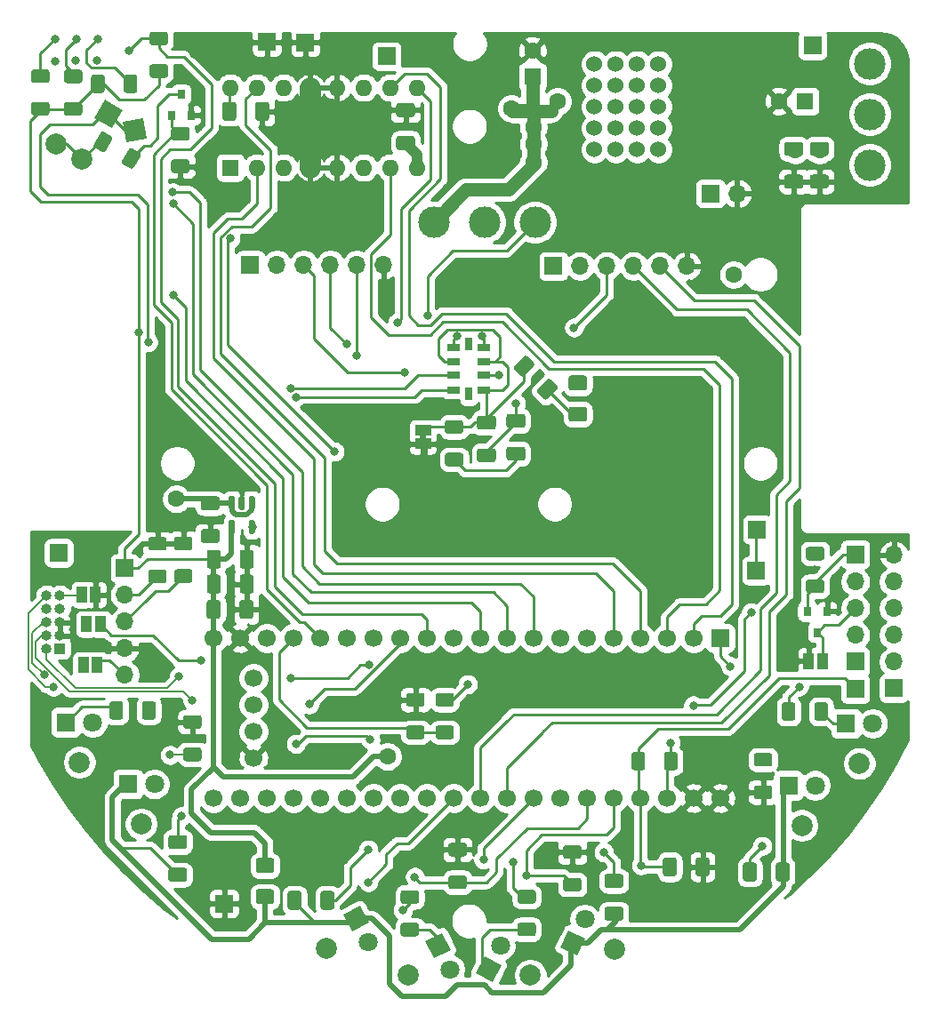
<source format=gbl>
G04 #@! TF.GenerationSoftware,KiCad,Pcbnew,(5.1.12-1-10_14)*
G04 #@! TF.CreationDate,2023-04-25T20:34:31-07:00*
G04 #@! TF.ProjectId,bloo,626c6f6f-2e6b-4696-9361-645f70636258,rev?*
G04 #@! TF.SameCoordinates,Original*
G04 #@! TF.FileFunction,Copper,L2,Bot*
G04 #@! TF.FilePolarity,Positive*
%FSLAX46Y46*%
G04 Gerber Fmt 4.6, Leading zero omitted, Abs format (unit mm)*
G04 Created by KiCad (PCBNEW (5.1.12-1-10_14)) date 2023-04-25 20:34:31*
%MOMM*%
%LPD*%
G01*
G04 APERTURE LIST*
G04 #@! TA.AperFunction,EtchedComponent*
%ADD10C,0.100000*%
G04 #@! TD*
G04 #@! TA.AperFunction,ComponentPad*
%ADD11R,1.700000X1.700000*%
G04 #@! TD*
G04 #@! TA.AperFunction,ComponentPad*
%ADD12O,1.700000X1.700000*%
G04 #@! TD*
G04 #@! TA.AperFunction,ComponentPad*
%ADD13C,0.100000*%
G04 #@! TD*
G04 #@! TA.AperFunction,ComponentPad*
%ADD14C,2.000000*%
G04 #@! TD*
G04 #@! TA.AperFunction,ComponentPad*
%ADD15R,1.600000X1.600000*%
G04 #@! TD*
G04 #@! TA.AperFunction,ComponentPad*
%ADD16C,1.600000*%
G04 #@! TD*
G04 #@! TA.AperFunction,ComponentPad*
%ADD17R,1.000000X1.000000*%
G04 #@! TD*
G04 #@! TA.AperFunction,ComponentPad*
%ADD18O,1.000000X1.000000*%
G04 #@! TD*
G04 #@! TA.AperFunction,SMDPad,CuDef*
%ADD19R,1.000000X1.500000*%
G04 #@! TD*
G04 #@! TA.AperFunction,ComponentPad*
%ADD20C,3.000000*%
G04 #@! TD*
G04 #@! TA.AperFunction,ComponentPad*
%ADD21O,1.600000X1.600000*%
G04 #@! TD*
G04 #@! TA.AperFunction,ComponentPad*
%ADD22R,1.800000X1.800000*%
G04 #@! TD*
G04 #@! TA.AperFunction,ComponentPad*
%ADD23C,1.800000*%
G04 #@! TD*
G04 #@! TA.AperFunction,ComponentPad*
%ADD24C,1.524000*%
G04 #@! TD*
G04 #@! TA.AperFunction,ComponentPad*
%ADD25C,1.700000*%
G04 #@! TD*
G04 #@! TA.AperFunction,SMDPad,CuDef*
%ADD26R,0.800000X0.900000*%
G04 #@! TD*
G04 #@! TA.AperFunction,SMDPad,CuDef*
%ADD27R,1.270000X0.660400*%
G04 #@! TD*
G04 #@! TA.AperFunction,SMDPad,CuDef*
%ADD28R,0.660400X1.270000*%
G04 #@! TD*
G04 #@! TA.AperFunction,SMDPad,CuDef*
%ADD29R,1.500000X1.000000*%
G04 #@! TD*
G04 #@! TA.AperFunction,ViaPad*
%ADD30C,1.600000*%
G04 #@! TD*
G04 #@! TA.AperFunction,ViaPad*
%ADD31C,0.800000*%
G04 #@! TD*
G04 #@! TA.AperFunction,Conductor*
%ADD32C,0.250000*%
G04 #@! TD*
G04 #@! TA.AperFunction,Conductor*
%ADD33C,2.000000*%
G04 #@! TD*
G04 #@! TA.AperFunction,Conductor*
%ADD34C,1.250000*%
G04 #@! TD*
G04 #@! TA.AperFunction,Conductor*
%ADD35C,0.500000*%
G04 #@! TD*
G04 #@! TA.AperFunction,Conductor*
%ADD36C,0.130000*%
G04 #@! TD*
G04 #@! TA.AperFunction,Conductor*
%ADD37C,1.000000*%
G04 #@! TD*
G04 #@! TA.AperFunction,Conductor*
%ADD38C,0.254000*%
G04 #@! TD*
G04 #@! TA.AperFunction,Conductor*
%ADD39C,0.100000*%
G04 #@! TD*
G04 APERTURE END LIST*
D10*
G36*
X155951200Y-94128400D02*
G01*
X155951200Y-93628400D01*
X155351200Y-93628400D01*
X155351200Y-94128400D01*
X155951200Y-94128400D01*
G37*
D11*
X183032400Y-70662800D03*
D12*
X185572400Y-70662800D03*
D11*
X200482200Y-117805200D03*
D12*
X200482200Y-115265200D03*
X200482200Y-112725200D03*
X200482200Y-110185200D03*
X200482200Y-107645200D03*
X200482200Y-105105200D03*
G04 #@! TA.AperFunction,SMDPad,CuDef*
G36*
G01*
X128463400Y-59598399D02*
X128463400Y-60848401D01*
G75*
G02*
X128213401Y-61098400I-249999J0D01*
G01*
X127413399Y-61098400D01*
G75*
G02*
X127163400Y-60848401I0J249999D01*
G01*
X127163400Y-59598399D01*
G75*
G02*
X127413399Y-59348400I249999J0D01*
G01*
X128213401Y-59348400D01*
G75*
G02*
X128463400Y-59598399I0J-249999D01*
G01*
G37*
G04 #@! TD.AperFunction*
G04 #@! TA.AperFunction,SMDPad,CuDef*
G36*
G01*
X125363400Y-59598399D02*
X125363400Y-60848401D01*
G75*
G02*
X125113401Y-61098400I-249999J0D01*
G01*
X124313399Y-61098400D01*
G75*
G02*
X124063400Y-60848401I0J249999D01*
G01*
X124063400Y-59598399D01*
G75*
G02*
X124313399Y-59348400I249999J0D01*
G01*
X125113401Y-59348400D01*
G75*
G02*
X125363400Y-59598399I0J-249999D01*
G01*
G37*
G04 #@! TD.AperFunction*
G04 #@! TA.AperFunction,SMDPad,CuDef*
G36*
G01*
X118602599Y-61936200D02*
X119852601Y-61936200D01*
G75*
G02*
X120102600Y-62186199I0J-249999D01*
G01*
X120102600Y-62986201D01*
G75*
G02*
X119852601Y-63236200I-249999J0D01*
G01*
X118602599Y-63236200D01*
G75*
G02*
X118352600Y-62986201I0J249999D01*
G01*
X118352600Y-62186199D01*
G75*
G02*
X118602599Y-61936200I249999J0D01*
G01*
G37*
G04 #@! TD.AperFunction*
G04 #@! TA.AperFunction,SMDPad,CuDef*
G36*
G01*
X118602599Y-58836200D02*
X119852601Y-58836200D01*
G75*
G02*
X120102600Y-59086199I0J-249999D01*
G01*
X120102600Y-59886201D01*
G75*
G02*
X119852601Y-60136200I-249999J0D01*
G01*
X118602599Y-60136200D01*
G75*
G02*
X118352600Y-59886201I0J249999D01*
G01*
X118352600Y-59086199D01*
G75*
G02*
X118602599Y-58836200I249999J0D01*
G01*
G37*
G04 #@! TD.AperFunction*
G04 #@! TA.AperFunction,SMDPad,CuDef*
G36*
G01*
X121726799Y-58861000D02*
X122976801Y-58861000D01*
G75*
G02*
X123226800Y-59110999I0J-249999D01*
G01*
X123226800Y-59911001D01*
G75*
G02*
X122976801Y-60161000I-249999J0D01*
G01*
X121726799Y-60161000D01*
G75*
G02*
X121476800Y-59911001I0J249999D01*
G01*
X121476800Y-59110999D01*
G75*
G02*
X121726799Y-58861000I249999J0D01*
G01*
G37*
G04 #@! TD.AperFunction*
G04 #@! TA.AperFunction,SMDPad,CuDef*
G36*
G01*
X121726799Y-61961000D02*
X122976801Y-61961000D01*
G75*
G02*
X123226800Y-62210999I0J-249999D01*
G01*
X123226800Y-63011001D01*
G75*
G02*
X122976801Y-63261000I-249999J0D01*
G01*
X121726799Y-63261000D01*
G75*
G02*
X121476800Y-63011001I0J249999D01*
G01*
X121476800Y-62210999D01*
G75*
G02*
X121726799Y-61961000I249999J0D01*
G01*
G37*
G04 #@! TD.AperFunction*
G04 #@! TA.AperFunction,ComponentPad*
D13*
G36*
X129004960Y-63459144D02*
G01*
X129352256Y-65428760D01*
X127382640Y-65776056D01*
X127035344Y-63806440D01*
X129004960Y-63459144D01*
G37*
G04 #@! TD.AperFunction*
D14*
X120709261Y-65937326D03*
G04 #@! TA.AperFunction,ComponentPad*
D13*
G36*
X125338575Y-61727575D02*
G01*
X127070625Y-62727575D01*
X126070625Y-64459625D01*
X124338575Y-63459625D01*
X125338575Y-61727575D01*
G37*
G04 #@! TD.AperFunction*
D14*
X123204600Y-67423727D03*
D15*
X192049400Y-61874400D03*
D16*
X189549400Y-61874400D03*
G04 #@! TA.AperFunction,SMDPad,CuDef*
G36*
G01*
X136560600Y-63489603D02*
X136560600Y-62189597D01*
G75*
G02*
X136810597Y-61939600I249997J0D01*
G01*
X137635603Y-61939600D01*
G75*
G02*
X137885600Y-62189597I0J-249997D01*
G01*
X137885600Y-63489603D01*
G75*
G02*
X137635603Y-63739600I-249997J0D01*
G01*
X136810597Y-63739600D01*
G75*
G02*
X136560600Y-63489603I0J249997D01*
G01*
G37*
G04 #@! TD.AperFunction*
G04 #@! TA.AperFunction,SMDPad,CuDef*
G36*
G01*
X139685600Y-63489603D02*
X139685600Y-62189597D01*
G75*
G02*
X139935597Y-61939600I249997J0D01*
G01*
X140760603Y-61939600D01*
G75*
G02*
X141010600Y-62189597I0J-249997D01*
G01*
X141010600Y-63489603D01*
G75*
G02*
X140760603Y-63739600I-249997J0D01*
G01*
X139935597Y-63739600D01*
G75*
G02*
X139685600Y-63489603I0J249997D01*
G01*
G37*
G04 #@! TD.AperFunction*
G04 #@! TA.AperFunction,SMDPad,CuDef*
G36*
G01*
X154650203Y-66512400D02*
X153350197Y-66512400D01*
G75*
G02*
X153100200Y-66262403I0J249997D01*
G01*
X153100200Y-65437397D01*
G75*
G02*
X153350197Y-65187400I249997J0D01*
G01*
X154650203Y-65187400D01*
G75*
G02*
X154900200Y-65437397I0J-249997D01*
G01*
X154900200Y-66262403D01*
G75*
G02*
X154650203Y-66512400I-249997J0D01*
G01*
G37*
G04 #@! TD.AperFunction*
G04 #@! TA.AperFunction,SMDPad,CuDef*
G36*
G01*
X154650203Y-63387400D02*
X153350197Y-63387400D01*
G75*
G02*
X153100200Y-63137403I0J249997D01*
G01*
X153100200Y-62312397D01*
G75*
G02*
X153350197Y-62062400I249997J0D01*
G01*
X154650203Y-62062400D01*
G75*
G02*
X154900200Y-62312397I0J-249997D01*
G01*
X154900200Y-63137403D01*
G75*
G02*
X154650203Y-63387400I-249997J0D01*
G01*
G37*
G04 #@! TD.AperFunction*
D17*
X121081800Y-114046000D03*
D18*
X119811800Y-114046000D03*
X121081800Y-112776000D03*
X119811800Y-112776000D03*
X121081800Y-111506000D03*
X119811800Y-111506000D03*
X121081800Y-110236000D03*
X119811800Y-110236000D03*
X121081800Y-108966000D03*
X119811800Y-108966000D03*
D11*
X127254000Y-106375200D03*
D12*
X127254000Y-108915200D03*
X127254000Y-111455200D03*
X127254000Y-113995200D03*
X127254000Y-116535200D03*
D19*
X124932200Y-111683800D03*
X123632200Y-111683800D03*
X123175000Y-108889800D03*
X124475000Y-108889800D03*
X124627400Y-115570000D03*
X123327400Y-115570000D03*
G04 #@! TA.AperFunction,SMDPad,CuDef*
G36*
G01*
X191124000Y-119389999D02*
X191124000Y-120640001D01*
G75*
G02*
X190874001Y-120890000I-249999J0D01*
G01*
X190073999Y-120890000D01*
G75*
G02*
X189824000Y-120640001I0J249999D01*
G01*
X189824000Y-119389999D01*
G75*
G02*
X190073999Y-119140000I249999J0D01*
G01*
X190874001Y-119140000D01*
G75*
G02*
X191124000Y-119389999I0J-249999D01*
G01*
G37*
G04 #@! TD.AperFunction*
G04 #@! TA.AperFunction,SMDPad,CuDef*
G36*
G01*
X194224000Y-119389999D02*
X194224000Y-120640001D01*
G75*
G02*
X193974001Y-120890000I-249999J0D01*
G01*
X193173999Y-120890000D01*
G75*
G02*
X192924000Y-120640001I0J249999D01*
G01*
X192924000Y-119389999D01*
G75*
G02*
X193173999Y-119140000I249999J0D01*
G01*
X193974001Y-119140000D01*
G75*
G02*
X194224000Y-119389999I0J-249999D01*
G01*
G37*
G04 #@! TD.AperFunction*
G04 #@! TA.AperFunction,SMDPad,CuDef*
G36*
G01*
X166156801Y-138317400D02*
X164906799Y-138317400D01*
G75*
G02*
X164656800Y-138067401I0J249999D01*
G01*
X164656800Y-137267399D01*
G75*
G02*
X164906799Y-137017400I249999J0D01*
G01*
X166156801Y-137017400D01*
G75*
G02*
X166406800Y-137267399I0J-249999D01*
G01*
X166406800Y-138067401D01*
G75*
G02*
X166156801Y-138317400I-249999J0D01*
G01*
G37*
G04 #@! TD.AperFunction*
G04 #@! TA.AperFunction,SMDPad,CuDef*
G36*
G01*
X166156801Y-141417400D02*
X164906799Y-141417400D01*
G75*
G02*
X164656800Y-141167401I0J249999D01*
G01*
X164656800Y-140367399D01*
G75*
G02*
X164906799Y-140117400I249999J0D01*
G01*
X166156801Y-140117400D01*
G75*
G02*
X166406800Y-140367399I0J-249999D01*
G01*
X166406800Y-141167401D01*
G75*
G02*
X166156801Y-141417400I-249999J0D01*
G01*
G37*
G04 #@! TD.AperFunction*
G04 #@! TA.AperFunction,SMDPad,CuDef*
G36*
G01*
X128916000Y-120538401D02*
X128916000Y-119288399D01*
G75*
G02*
X129165999Y-119038400I249999J0D01*
G01*
X129966001Y-119038400D01*
G75*
G02*
X130216000Y-119288399I0J-249999D01*
G01*
X130216000Y-120538401D01*
G75*
G02*
X129966001Y-120788400I-249999J0D01*
G01*
X129165999Y-120788400D01*
G75*
G02*
X128916000Y-120538401I0J249999D01*
G01*
G37*
G04 #@! TD.AperFunction*
G04 #@! TA.AperFunction,SMDPad,CuDef*
G36*
G01*
X125816000Y-120538401D02*
X125816000Y-119288399D01*
G75*
G02*
X126065999Y-119038400I249999J0D01*
G01*
X126866001Y-119038400D01*
G75*
G02*
X127116000Y-119288399I0J-249999D01*
G01*
X127116000Y-120538401D01*
G75*
G02*
X126866001Y-120788400I-249999J0D01*
G01*
X126065999Y-120788400D01*
G75*
G02*
X125816000Y-120538401I0J249999D01*
G01*
G37*
G04 #@! TD.AperFunction*
G04 #@! TA.AperFunction,SMDPad,CuDef*
G36*
G01*
X155031601Y-141442800D02*
X153781599Y-141442800D01*
G75*
G02*
X153531600Y-141192801I0J249999D01*
G01*
X153531600Y-140392799D01*
G75*
G02*
X153781599Y-140142800I249999J0D01*
G01*
X155031601Y-140142800D01*
G75*
G02*
X155281600Y-140392799I0J-249999D01*
G01*
X155281600Y-141192801D01*
G75*
G02*
X155031601Y-141442800I-249999J0D01*
G01*
G37*
G04 #@! TD.AperFunction*
G04 #@! TA.AperFunction,SMDPad,CuDef*
G36*
G01*
X155031601Y-138342800D02*
X153781599Y-138342800D01*
G75*
G02*
X153531600Y-138092801I0J249999D01*
G01*
X153531600Y-137292799D01*
G75*
G02*
X153781599Y-137042800I249999J0D01*
G01*
X155031601Y-137042800D01*
G75*
G02*
X155281600Y-137292799I0J-249999D01*
G01*
X155281600Y-138092801D01*
G75*
G02*
X155031601Y-138342800I-249999J0D01*
G01*
G37*
G04 #@! TD.AperFunction*
G04 #@! TA.AperFunction,SMDPad,CuDef*
G36*
G01*
X131003201Y-104687800D02*
X129753199Y-104687800D01*
G75*
G02*
X129503200Y-104437801I0J249999D01*
G01*
X129503200Y-103637799D01*
G75*
G02*
X129753199Y-103387800I249999J0D01*
G01*
X131003201Y-103387800D01*
G75*
G02*
X131253200Y-103637799I0J-249999D01*
G01*
X131253200Y-104437801D01*
G75*
G02*
X131003201Y-104687800I-249999J0D01*
G01*
G37*
G04 #@! TD.AperFunction*
G04 #@! TA.AperFunction,SMDPad,CuDef*
G36*
G01*
X131003201Y-107787800D02*
X129753199Y-107787800D01*
G75*
G02*
X129503200Y-107537801I0J249999D01*
G01*
X129503200Y-106737799D01*
G75*
G02*
X129753199Y-106487800I249999J0D01*
G01*
X131003201Y-106487800D01*
G75*
G02*
X131253200Y-106737799I0J-249999D01*
G01*
X131253200Y-107537801D01*
G75*
G02*
X131003201Y-107787800I-249999J0D01*
G01*
G37*
G04 #@! TD.AperFunction*
G04 #@! TA.AperFunction,SMDPad,CuDef*
G36*
G01*
X133467001Y-107762400D02*
X132216999Y-107762400D01*
G75*
G02*
X131967000Y-107512401I0J249999D01*
G01*
X131967000Y-106712399D01*
G75*
G02*
X132216999Y-106462400I249999J0D01*
G01*
X133467001Y-106462400D01*
G75*
G02*
X133717000Y-106712399I0J-249999D01*
G01*
X133717000Y-107512401D01*
G75*
G02*
X133467001Y-107762400I-249999J0D01*
G01*
G37*
G04 #@! TD.AperFunction*
G04 #@! TA.AperFunction,SMDPad,CuDef*
G36*
G01*
X133467001Y-104662400D02*
X132216999Y-104662400D01*
G75*
G02*
X131967000Y-104412401I0J249999D01*
G01*
X131967000Y-103612399D01*
G75*
G02*
X132216999Y-103362400I249999J0D01*
G01*
X133467001Y-103362400D01*
G75*
G02*
X133717000Y-103612399I0J-249999D01*
G01*
X133717000Y-104412401D01*
G75*
G02*
X133467001Y-104662400I-249999J0D01*
G01*
G37*
G04 #@! TD.AperFunction*
G04 #@! TA.AperFunction,SMDPad,CuDef*
G36*
G01*
X131130201Y-56554800D02*
X129880199Y-56554800D01*
G75*
G02*
X129630200Y-56304801I0J249999D01*
G01*
X129630200Y-55504799D01*
G75*
G02*
X129880199Y-55254800I249999J0D01*
G01*
X131130201Y-55254800D01*
G75*
G02*
X131380200Y-55504799I0J-249999D01*
G01*
X131380200Y-56304801D01*
G75*
G02*
X131130201Y-56554800I-249999J0D01*
G01*
G37*
G04 #@! TD.AperFunction*
G04 #@! TA.AperFunction,SMDPad,CuDef*
G36*
G01*
X131130201Y-59654800D02*
X129880199Y-59654800D01*
G75*
G02*
X129630200Y-59404801I0J249999D01*
G01*
X129630200Y-58604799D01*
G75*
G02*
X129880199Y-58354800I249999J0D01*
G01*
X131130201Y-58354800D01*
G75*
G02*
X131380200Y-58604799I0J-249999D01*
G01*
X131380200Y-59404801D01*
G75*
G02*
X131130201Y-59654800I-249999J0D01*
G01*
G37*
G04 #@! TD.AperFunction*
G04 #@! TA.AperFunction,SMDPad,CuDef*
G36*
G01*
X188661201Y-128361800D02*
X187411199Y-128361800D01*
G75*
G02*
X187161200Y-128111801I0J249999D01*
G01*
X187161200Y-127311799D01*
G75*
G02*
X187411199Y-127061800I249999J0D01*
G01*
X188661201Y-127061800D01*
G75*
G02*
X188911200Y-127311799I0J-249999D01*
G01*
X188911200Y-128111801D01*
G75*
G02*
X188661201Y-128361800I-249999J0D01*
G01*
G37*
G04 #@! TD.AperFunction*
G04 #@! TA.AperFunction,SMDPad,CuDef*
G36*
G01*
X188661201Y-125261800D02*
X187411199Y-125261800D01*
G75*
G02*
X187161200Y-125011801I0J249999D01*
G01*
X187161200Y-124211799D01*
G75*
G02*
X187411199Y-123961800I249999J0D01*
G01*
X188661201Y-123961800D01*
G75*
G02*
X188911200Y-124211799I0J-249999D01*
G01*
X188911200Y-125011801D01*
G75*
G02*
X188661201Y-125261800I-249999J0D01*
G01*
G37*
G04 #@! TD.AperFunction*
G04 #@! TA.AperFunction,SMDPad,CuDef*
G36*
G01*
X169250199Y-132750200D02*
X170500201Y-132750200D01*
G75*
G02*
X170750200Y-133000199I0J-249999D01*
G01*
X170750200Y-133800201D01*
G75*
G02*
X170500201Y-134050200I-249999J0D01*
G01*
X169250199Y-134050200D01*
G75*
G02*
X169000200Y-133800201I0J249999D01*
G01*
X169000200Y-133000199D01*
G75*
G02*
X169250199Y-132750200I249999J0D01*
G01*
G37*
G04 #@! TD.AperFunction*
G04 #@! TA.AperFunction,SMDPad,CuDef*
G36*
G01*
X169250199Y-135850200D02*
X170500201Y-135850200D01*
G75*
G02*
X170750200Y-136100199I0J-249999D01*
G01*
X170750200Y-136900201D01*
G75*
G02*
X170500201Y-137150200I-249999J0D01*
G01*
X169250199Y-137150200D01*
G75*
G02*
X169000200Y-136900201I0J249999D01*
G01*
X169000200Y-136100199D01*
G75*
G02*
X169250199Y-135850200I249999J0D01*
G01*
G37*
G04 #@! TD.AperFunction*
G04 #@! TA.AperFunction,SMDPad,CuDef*
G36*
G01*
X133080599Y-120355000D02*
X134330601Y-120355000D01*
G75*
G02*
X134580600Y-120604999I0J-249999D01*
G01*
X134580600Y-121405001D01*
G75*
G02*
X134330601Y-121655000I-249999J0D01*
G01*
X133080599Y-121655000D01*
G75*
G02*
X132830600Y-121405001I0J249999D01*
G01*
X132830600Y-120604999D01*
G75*
G02*
X133080599Y-120355000I249999J0D01*
G01*
G37*
G04 #@! TD.AperFunction*
G04 #@! TA.AperFunction,SMDPad,CuDef*
G36*
G01*
X133080599Y-123455000D02*
X134330601Y-123455000D01*
G75*
G02*
X134580600Y-123704999I0J-249999D01*
G01*
X134580600Y-124505001D01*
G75*
G02*
X134330601Y-124755000I-249999J0D01*
G01*
X133080599Y-124755000D01*
G75*
G02*
X132830600Y-124505001I0J249999D01*
G01*
X132830600Y-123704999D01*
G75*
G02*
X133080599Y-123455000I249999J0D01*
G01*
G37*
G04 #@! TD.AperFunction*
G04 #@! TA.AperFunction,SMDPad,CuDef*
G36*
G01*
X158328199Y-132521600D02*
X159578201Y-132521600D01*
G75*
G02*
X159828200Y-132771599I0J-249999D01*
G01*
X159828200Y-133571601D01*
G75*
G02*
X159578201Y-133821600I-249999J0D01*
G01*
X158328199Y-133821600D01*
G75*
G02*
X158078200Y-133571601I0J249999D01*
G01*
X158078200Y-132771599D01*
G75*
G02*
X158328199Y-132521600I249999J0D01*
G01*
G37*
G04 #@! TD.AperFunction*
G04 #@! TA.AperFunction,SMDPad,CuDef*
G36*
G01*
X158328199Y-135621600D02*
X159578201Y-135621600D01*
G75*
G02*
X159828200Y-135871599I0J-249999D01*
G01*
X159828200Y-136671601D01*
G75*
G02*
X159578201Y-136921600I-249999J0D01*
G01*
X158328199Y-136921600D01*
G75*
G02*
X158078200Y-136671601I0J249999D01*
G01*
X158078200Y-135871599D01*
G75*
G02*
X158328199Y-135621600I249999J0D01*
G01*
G37*
G04 #@! TD.AperFunction*
G04 #@! TA.AperFunction,SMDPad,CuDef*
G36*
G01*
X133187601Y-65622600D02*
X131937599Y-65622600D01*
G75*
G02*
X131687600Y-65372601I0J249999D01*
G01*
X131687600Y-64572599D01*
G75*
G02*
X131937599Y-64322600I249999J0D01*
G01*
X133187601Y-64322600D01*
G75*
G02*
X133437600Y-64572599I0J-249999D01*
G01*
X133437600Y-65372601D01*
G75*
G02*
X133187601Y-65622600I-249999J0D01*
G01*
G37*
G04 #@! TD.AperFunction*
G04 #@! TA.AperFunction,SMDPad,CuDef*
G36*
G01*
X133187601Y-68722600D02*
X131937599Y-68722600D01*
G75*
G02*
X131687600Y-68472601I0J249999D01*
G01*
X131687600Y-67672599D01*
G75*
G02*
X131937599Y-67422600I249999J0D01*
G01*
X133187601Y-67422600D01*
G75*
G02*
X133437600Y-67672599I0J-249999D01*
G01*
X133437600Y-68472601D01*
G75*
G02*
X133187601Y-68722600I-249999J0D01*
G01*
G37*
G04 #@! TD.AperFunction*
G04 #@! TA.AperFunction,SMDPad,CuDef*
G36*
G01*
X128760556Y-67106733D02*
X128135555Y-68189266D01*
G75*
G02*
X127794050Y-68280772I-216505J124999D01*
G01*
X127101227Y-67880771D01*
G75*
G02*
X127009722Y-67539267I125000J216505D01*
G01*
X127634723Y-66456734D01*
G75*
G02*
X127976228Y-66365228I216505J-124999D01*
G01*
X128669051Y-66765229D01*
G75*
G02*
X128760556Y-67106733I-125000J-216505D01*
G01*
G37*
G04 #@! TD.AperFunction*
G04 #@! TA.AperFunction,SMDPad,CuDef*
G36*
G01*
X126075878Y-65556733D02*
X125450877Y-66639266D01*
G75*
G02*
X125109372Y-66730772I-216505J124999D01*
G01*
X124416549Y-66330771D01*
G75*
G02*
X124325044Y-65989267I125000J216505D01*
G01*
X124950045Y-64906734D01*
G75*
G02*
X125291550Y-64815228I216505J-124999D01*
G01*
X125984373Y-65215229D01*
G75*
G02*
X126075878Y-65556733I-125000J-216505D01*
G01*
G37*
G04 #@! TD.AperFunction*
G04 #@! TA.AperFunction,SMDPad,CuDef*
G36*
G01*
X157108999Y-121346800D02*
X158359001Y-121346800D01*
G75*
G02*
X158609000Y-121596799I0J-249999D01*
G01*
X158609000Y-122396801D01*
G75*
G02*
X158359001Y-122646800I-249999J0D01*
G01*
X157108999Y-122646800D01*
G75*
G02*
X156859000Y-122396801I0J249999D01*
G01*
X156859000Y-121596799D01*
G75*
G02*
X157108999Y-121346800I249999J0D01*
G01*
G37*
G04 #@! TD.AperFunction*
G04 #@! TA.AperFunction,SMDPad,CuDef*
G36*
G01*
X157108999Y-118246800D02*
X158359001Y-118246800D01*
G75*
G02*
X158609000Y-118496799I0J-249999D01*
G01*
X158609000Y-119296801D01*
G75*
G02*
X158359001Y-119546800I-249999J0D01*
G01*
X157108999Y-119546800D01*
G75*
G02*
X156859000Y-119296801I0J249999D01*
G01*
X156859000Y-118496799D01*
G75*
G02*
X157108999Y-118246800I249999J0D01*
G01*
G37*
G04 #@! TD.AperFunction*
G04 #@! TA.AperFunction,SMDPad,CuDef*
G36*
G01*
X155565001Y-122646800D02*
X154314999Y-122646800D01*
G75*
G02*
X154065000Y-122396801I0J249999D01*
G01*
X154065000Y-121596799D01*
G75*
G02*
X154314999Y-121346800I249999J0D01*
G01*
X155565001Y-121346800D01*
G75*
G02*
X155815000Y-121596799I0J-249999D01*
G01*
X155815000Y-122396801D01*
G75*
G02*
X155565001Y-122646800I-249999J0D01*
G01*
G37*
G04 #@! TD.AperFunction*
G04 #@! TA.AperFunction,SMDPad,CuDef*
G36*
G01*
X155565001Y-119546800D02*
X154314999Y-119546800D01*
G75*
G02*
X154065000Y-119296801I0J249999D01*
G01*
X154065000Y-118496799D01*
G75*
G02*
X154314999Y-118246800I249999J0D01*
G01*
X155565001Y-118246800D01*
G75*
G02*
X155815000Y-118496799I0J-249999D01*
G01*
X155815000Y-119296801D01*
G75*
G02*
X155565001Y-119546800I-249999J0D01*
G01*
G37*
G04 #@! TD.AperFunction*
D20*
X198196200Y-63119000D03*
X198196200Y-67945000D03*
X198196200Y-58293000D03*
D11*
X192735200Y-56565800D03*
X136728200Y-138303000D03*
D15*
X137312400Y-68199000D03*
D21*
X155092400Y-60579000D03*
X139852400Y-68199000D03*
X152552400Y-60579000D03*
X142392400Y-68199000D03*
X150012400Y-60579000D03*
X144932400Y-68199000D03*
X147472400Y-60579000D03*
X147472400Y-68199000D03*
X144932400Y-60579000D03*
X150012400Y-68199000D03*
X142392400Y-60579000D03*
X152552400Y-68199000D03*
X139852400Y-60579000D03*
X155092400Y-68199000D03*
X137312400Y-60579000D03*
D20*
X161493200Y-73406000D03*
X166319200Y-73406000D03*
X156667200Y-73406000D03*
D22*
X195935600Y-121158000D03*
D23*
X198475600Y-121158000D03*
D14*
X197205600Y-124968000D03*
X165875971Y-145140247D03*
D23*
X163032942Y-142303667D03*
G04 #@! TA.AperFunction,ComponentPad*
D13*
G36*
X162303463Y-145783819D02*
G01*
X160692581Y-144980663D01*
X161495737Y-143369781D01*
X163106619Y-144172937D01*
X162303463Y-145783819D01*
G37*
G04 #@! TD.AperFunction*
D14*
X122948700Y-124841000D03*
D23*
X124218700Y-121031000D03*
D22*
X121678700Y-121031000D03*
G04 #@! TA.AperFunction,ComponentPad*
D13*
G36*
X155876239Y-141899804D02*
G01*
X157487121Y-141096648D01*
X158290277Y-142707530D01*
X156679395Y-143510686D01*
X155876239Y-141899804D01*
G37*
G04 #@! TD.AperFunction*
D23*
X158216600Y-144576800D03*
D14*
X154240229Y-145140247D03*
D22*
X190449200Y-127050800D03*
D23*
X192989200Y-127050800D03*
D14*
X191719200Y-130860800D03*
X173902371Y-142651047D03*
D23*
X171059342Y-139814467D03*
G04 #@! TA.AperFunction,ComponentPad*
D13*
G36*
X170329863Y-143294619D02*
G01*
X168718981Y-142491463D01*
X169522137Y-140880581D01*
X171133019Y-141683737D01*
X170329863Y-143294619D01*
G37*
G04 #@! TD.AperFunction*
D22*
X127558800Y-126923800D03*
D23*
X130098800Y-126923800D03*
D14*
X128828800Y-130733800D03*
X146442429Y-142574847D03*
D23*
X150418800Y-142011400D03*
G04 #@! TA.AperFunction,ComponentPad*
D13*
G36*
X148078439Y-139334404D02*
G01*
X149689321Y-138531248D01*
X150492477Y-140142130D01*
X148881595Y-140945286D01*
X148078439Y-139334404D01*
G37*
G04 #@! TD.AperFunction*
G04 #@! TA.AperFunction,SMDPad,CuDef*
G36*
G01*
X190307197Y-65745400D02*
X191607203Y-65745400D01*
G75*
G02*
X191857200Y-65995397I0J-249997D01*
G01*
X191857200Y-66820403D01*
G75*
G02*
X191607203Y-67070400I-249997J0D01*
G01*
X190307197Y-67070400D01*
G75*
G02*
X190057200Y-66820403I0J249997D01*
G01*
X190057200Y-65995397D01*
G75*
G02*
X190307197Y-65745400I249997J0D01*
G01*
G37*
G04 #@! TD.AperFunction*
G04 #@! TA.AperFunction,SMDPad,CuDef*
G36*
G01*
X190307197Y-68870400D02*
X191607203Y-68870400D01*
G75*
G02*
X191857200Y-69120397I0J-249997D01*
G01*
X191857200Y-69945403D01*
G75*
G02*
X191607203Y-70195400I-249997J0D01*
G01*
X190307197Y-70195400D01*
G75*
G02*
X190057200Y-69945403I0J249997D01*
G01*
X190057200Y-69120397D01*
G75*
G02*
X190307197Y-68870400I249997J0D01*
G01*
G37*
G04 #@! TD.AperFunction*
G04 #@! TA.AperFunction,SMDPad,CuDef*
G36*
G01*
X135087400Y-108523803D02*
X135087400Y-107223797D01*
G75*
G02*
X135337397Y-106973800I249997J0D01*
G01*
X136162403Y-106973800D01*
G75*
G02*
X136412400Y-107223797I0J-249997D01*
G01*
X136412400Y-108523803D01*
G75*
G02*
X136162403Y-108773800I-249997J0D01*
G01*
X135337397Y-108773800D01*
G75*
G02*
X135087400Y-108523803I0J249997D01*
G01*
G37*
G04 #@! TD.AperFunction*
G04 #@! TA.AperFunction,SMDPad,CuDef*
G36*
G01*
X138212400Y-108523803D02*
X138212400Y-107223797D01*
G75*
G02*
X138462397Y-106973800I249997J0D01*
G01*
X139287403Y-106973800D01*
G75*
G02*
X139537400Y-107223797I0J-249997D01*
G01*
X139537400Y-108523803D01*
G75*
G02*
X139287403Y-108773800I-249997J0D01*
G01*
X138462397Y-108773800D01*
G75*
G02*
X138212400Y-108523803I0J249997D01*
G01*
G37*
G04 #@! TD.AperFunction*
G04 #@! TA.AperFunction,SMDPad,CuDef*
G36*
G01*
X138212400Y-106161603D02*
X138212400Y-104861597D01*
G75*
G02*
X138462397Y-104611600I249997J0D01*
G01*
X139287403Y-104611600D01*
G75*
G02*
X139537400Y-104861597I0J-249997D01*
G01*
X139537400Y-106161603D01*
G75*
G02*
X139287403Y-106411600I-249997J0D01*
G01*
X138462397Y-106411600D01*
G75*
G02*
X138212400Y-106161603I0J249997D01*
G01*
G37*
G04 #@! TD.AperFunction*
G04 #@! TA.AperFunction,SMDPad,CuDef*
G36*
G01*
X135087400Y-106161603D02*
X135087400Y-104861597D01*
G75*
G02*
X135337397Y-104611600I249997J0D01*
G01*
X136162403Y-104611600D01*
G75*
G02*
X136412400Y-104861597I0J-249997D01*
G01*
X136412400Y-106161603D01*
G75*
G02*
X136162403Y-106411600I-249997J0D01*
G01*
X135337397Y-106411600D01*
G75*
G02*
X135087400Y-106161603I0J249997D01*
G01*
G37*
G04 #@! TD.AperFunction*
G04 #@! TA.AperFunction,SMDPad,CuDef*
G36*
G01*
X137304600Y-99495200D02*
X137604600Y-99495200D01*
G75*
G02*
X137754600Y-99645200I0J-150000D01*
G01*
X137754600Y-100670200D01*
G75*
G02*
X137604600Y-100820200I-150000J0D01*
G01*
X137304600Y-100820200D01*
G75*
G02*
X137154600Y-100670200I0J150000D01*
G01*
X137154600Y-99645200D01*
G75*
G02*
X137304600Y-99495200I150000J0D01*
G01*
G37*
G04 #@! TD.AperFunction*
G04 #@! TA.AperFunction,SMDPad,CuDef*
G36*
G01*
X138254600Y-99495200D02*
X138554600Y-99495200D01*
G75*
G02*
X138704600Y-99645200I0J-150000D01*
G01*
X138704600Y-100670200D01*
G75*
G02*
X138554600Y-100820200I-150000J0D01*
G01*
X138254600Y-100820200D01*
G75*
G02*
X138104600Y-100670200I0J150000D01*
G01*
X138104600Y-99645200D01*
G75*
G02*
X138254600Y-99495200I150000J0D01*
G01*
G37*
G04 #@! TD.AperFunction*
G04 #@! TA.AperFunction,SMDPad,CuDef*
G36*
G01*
X139204600Y-99495200D02*
X139504600Y-99495200D01*
G75*
G02*
X139654600Y-99645200I0J-150000D01*
G01*
X139654600Y-100670200D01*
G75*
G02*
X139504600Y-100820200I-150000J0D01*
G01*
X139204600Y-100820200D01*
G75*
G02*
X139054600Y-100670200I0J150000D01*
G01*
X139054600Y-99645200D01*
G75*
G02*
X139204600Y-99495200I150000J0D01*
G01*
G37*
G04 #@! TD.AperFunction*
G04 #@! TA.AperFunction,SMDPad,CuDef*
G36*
G01*
X139204600Y-101770200D02*
X139504600Y-101770200D01*
G75*
G02*
X139654600Y-101920200I0J-150000D01*
G01*
X139654600Y-102945200D01*
G75*
G02*
X139504600Y-103095200I-150000J0D01*
G01*
X139204600Y-103095200D01*
G75*
G02*
X139054600Y-102945200I0J150000D01*
G01*
X139054600Y-101920200D01*
G75*
G02*
X139204600Y-101770200I150000J0D01*
G01*
G37*
G04 #@! TD.AperFunction*
G04 #@! TA.AperFunction,SMDPad,CuDef*
G36*
G01*
X137304600Y-101770200D02*
X137604600Y-101770200D01*
G75*
G02*
X137754600Y-101920200I0J-150000D01*
G01*
X137754600Y-102945200D01*
G75*
G02*
X137604600Y-103095200I-150000J0D01*
G01*
X137304600Y-103095200D01*
G75*
G02*
X137154600Y-102945200I0J150000D01*
G01*
X137154600Y-101920200D01*
G75*
G02*
X137304600Y-101770200I150000J0D01*
G01*
G37*
G04 #@! TD.AperFunction*
D15*
X166090600Y-59537600D03*
D16*
X166090600Y-57037600D03*
G04 #@! TA.AperFunction,SMDPad,CuDef*
G36*
G01*
X134757397Y-99515100D02*
X136057403Y-99515100D01*
G75*
G02*
X136307400Y-99765097I0J-249997D01*
G01*
X136307400Y-100590103D01*
G75*
G02*
X136057403Y-100840100I-249997J0D01*
G01*
X134757397Y-100840100D01*
G75*
G02*
X134507400Y-100590103I0J249997D01*
G01*
X134507400Y-99765097D01*
G75*
G02*
X134757397Y-99515100I249997J0D01*
G01*
G37*
G04 #@! TD.AperFunction*
G04 #@! TA.AperFunction,SMDPad,CuDef*
G36*
G01*
X134757397Y-102640100D02*
X136057403Y-102640100D01*
G75*
G02*
X136307400Y-102890097I0J-249997D01*
G01*
X136307400Y-103715103D01*
G75*
G02*
X136057403Y-103965100I-249997J0D01*
G01*
X134757397Y-103965100D01*
G75*
G02*
X134507400Y-103715103I0J249997D01*
G01*
X134507400Y-102890097D01*
G75*
G02*
X134757397Y-102640100I249997J0D01*
G01*
G37*
G04 #@! TD.AperFunction*
G04 #@! TA.AperFunction,SMDPad,CuDef*
G36*
G01*
X138187000Y-110936803D02*
X138187000Y-109636797D01*
G75*
G02*
X138436997Y-109386800I249997J0D01*
G01*
X139262003Y-109386800D01*
G75*
G02*
X139512000Y-109636797I0J-249997D01*
G01*
X139512000Y-110936803D01*
G75*
G02*
X139262003Y-111186800I-249997J0D01*
G01*
X138436997Y-111186800D01*
G75*
G02*
X138187000Y-110936803I0J249997D01*
G01*
G37*
G04 #@! TD.AperFunction*
G04 #@! TA.AperFunction,SMDPad,CuDef*
G36*
G01*
X135062000Y-110936803D02*
X135062000Y-109636797D01*
G75*
G02*
X135311997Y-109386800I249997J0D01*
G01*
X136137003Y-109386800D01*
G75*
G02*
X136387000Y-109636797I0J-249997D01*
G01*
X136387000Y-110936803D01*
G75*
G02*
X136137003Y-111186800I-249997J0D01*
G01*
X135311997Y-111186800D01*
G75*
G02*
X135062000Y-110936803I0J249997D01*
G01*
G37*
G04 #@! TD.AperFunction*
G04 #@! TA.AperFunction,SMDPad,CuDef*
G36*
G01*
X178496000Y-135473203D02*
X178496000Y-134173197D01*
G75*
G02*
X178745997Y-133923200I249997J0D01*
G01*
X179571003Y-133923200D01*
G75*
G02*
X179821000Y-134173197I0J-249997D01*
G01*
X179821000Y-135473203D01*
G75*
G02*
X179571003Y-135723200I-249997J0D01*
G01*
X178745997Y-135723200D01*
G75*
G02*
X178496000Y-135473203I0J249997D01*
G01*
G37*
G04 #@! TD.AperFunction*
G04 #@! TA.AperFunction,SMDPad,CuDef*
G36*
G01*
X181621000Y-135473203D02*
X181621000Y-134173197D01*
G75*
G02*
X181870997Y-133923200I249997J0D01*
G01*
X182696003Y-133923200D01*
G75*
G02*
X182946000Y-134173197I0J-249997D01*
G01*
X182946000Y-135473203D01*
G75*
G02*
X182696003Y-135723200I-249997J0D01*
G01*
X181870997Y-135723200D01*
G75*
G02*
X181621000Y-135473203I0J249997D01*
G01*
G37*
G04 #@! TD.AperFunction*
D12*
X151917400Y-77470000D03*
X149377400Y-77470000D03*
X146837400Y-77470000D03*
X144297400Y-77470000D03*
X141757400Y-77470000D03*
D11*
X139217400Y-77470000D03*
X168071800Y-77571600D03*
D12*
X170611800Y-77571600D03*
X173151800Y-77571600D03*
X175691800Y-77571600D03*
X178231800Y-77571600D03*
X180771800Y-77571600D03*
G04 #@! TA.AperFunction,SMDPad,CuDef*
G36*
G01*
X179898400Y-124114399D02*
X179898400Y-125364401D01*
G75*
G02*
X179648401Y-125614400I-249999J0D01*
G01*
X178848399Y-125614400D01*
G75*
G02*
X178598400Y-125364401I0J249999D01*
G01*
X178598400Y-124114399D01*
G75*
G02*
X178848399Y-123864400I249999J0D01*
G01*
X179648401Y-123864400D01*
G75*
G02*
X179898400Y-124114399I0J-249999D01*
G01*
G37*
G04 #@! TD.AperFunction*
G04 #@! TA.AperFunction,SMDPad,CuDef*
G36*
G01*
X176798400Y-124114399D02*
X176798400Y-125364401D01*
G75*
G02*
X176548401Y-125614400I-249999J0D01*
G01*
X175748399Y-125614400D01*
G75*
G02*
X175498400Y-125364401I0J249999D01*
G01*
X175498400Y-124114399D01*
G75*
G02*
X175748399Y-123864400I249999J0D01*
G01*
X176548401Y-123864400D01*
G75*
G02*
X176798400Y-124114399I0J-249999D01*
G01*
G37*
G04 #@! TD.AperFunction*
D11*
X152196800Y-57581800D03*
X120980200Y-104902000D03*
G04 #@! TA.AperFunction,SMDPad,CuDef*
G36*
G01*
X194045603Y-70195400D02*
X192745597Y-70195400D01*
G75*
G02*
X192495600Y-69945403I0J249997D01*
G01*
X192495600Y-69120397D01*
G75*
G02*
X192745597Y-68870400I249997J0D01*
G01*
X194045603Y-68870400D01*
G75*
G02*
X194295600Y-69120397I0J-249997D01*
G01*
X194295600Y-69945403D01*
G75*
G02*
X194045603Y-70195400I-249997J0D01*
G01*
G37*
G04 #@! TD.AperFunction*
G04 #@! TA.AperFunction,SMDPad,CuDef*
G36*
G01*
X194045603Y-67070400D02*
X192745597Y-67070400D01*
G75*
G02*
X192495600Y-66820403I0J249997D01*
G01*
X192495600Y-65995397D01*
G75*
G02*
X192745597Y-65745400I249997J0D01*
G01*
X194045603Y-65745400D01*
G75*
G02*
X194295600Y-65995397I0J-249997D01*
G01*
X194295600Y-66820403D01*
G75*
G02*
X194045603Y-67070400I-249997J0D01*
G01*
G37*
G04 #@! TD.AperFunction*
G04 #@! TA.AperFunction,SMDPad,CuDef*
G36*
G01*
X139989400Y-133969400D02*
X141239400Y-133969400D01*
G75*
G02*
X141489400Y-134219400I0J-250000D01*
G01*
X141489400Y-135144400D01*
G75*
G02*
X141239400Y-135394400I-250000J0D01*
G01*
X139989400Y-135394400D01*
G75*
G02*
X139739400Y-135144400I0J250000D01*
G01*
X139739400Y-134219400D01*
G75*
G02*
X139989400Y-133969400I250000J0D01*
G01*
G37*
G04 #@! TD.AperFunction*
G04 #@! TA.AperFunction,SMDPad,CuDef*
G36*
G01*
X139989400Y-136944400D02*
X141239400Y-136944400D01*
G75*
G02*
X141489400Y-137194400I0J-250000D01*
G01*
X141489400Y-138119400D01*
G75*
G02*
X141239400Y-138369400I-250000J0D01*
G01*
X139989400Y-138369400D01*
G75*
G02*
X139739400Y-138119400I0J250000D01*
G01*
X139739400Y-137194400D01*
G75*
G02*
X139989400Y-136944400I250000J0D01*
G01*
G37*
G04 #@! TD.AperFunction*
G04 #@! TA.AperFunction,SMDPad,CuDef*
G36*
G01*
X142770500Y-138648203D02*
X142770500Y-137348197D01*
G75*
G02*
X143020497Y-137098200I249997J0D01*
G01*
X143845503Y-137098200D01*
G75*
G02*
X144095500Y-137348197I0J-249997D01*
G01*
X144095500Y-138648203D01*
G75*
G02*
X143845503Y-138898200I-249997J0D01*
G01*
X143020497Y-138898200D01*
G75*
G02*
X142770500Y-138648203I0J249997D01*
G01*
G37*
G04 #@! TD.AperFunction*
G04 #@! TA.AperFunction,SMDPad,CuDef*
G36*
G01*
X145895500Y-138648203D02*
X145895500Y-137348197D01*
G75*
G02*
X146145497Y-137098200I249997J0D01*
G01*
X146970503Y-137098200D01*
G75*
G02*
X147220500Y-137348197I0J-249997D01*
G01*
X147220500Y-138648203D01*
G75*
G02*
X146970503Y-138898200I-249997J0D01*
G01*
X146145497Y-138898200D01*
G75*
G02*
X145895500Y-138648203I0J249997D01*
G01*
G37*
G04 #@! TD.AperFunction*
G04 #@! TA.AperFunction,SMDPad,CuDef*
G36*
G01*
X187441000Y-134655797D02*
X187441000Y-135955803D01*
G75*
G02*
X187191003Y-136205800I-249997J0D01*
G01*
X186365997Y-136205800D01*
G75*
G02*
X186116000Y-135955803I0J249997D01*
G01*
X186116000Y-134655797D01*
G75*
G02*
X186365997Y-134405800I249997J0D01*
G01*
X187191003Y-134405800D01*
G75*
G02*
X187441000Y-134655797I0J-249997D01*
G01*
G37*
G04 #@! TD.AperFunction*
G04 #@! TA.AperFunction,SMDPad,CuDef*
G36*
G01*
X190566000Y-134655797D02*
X190566000Y-135955803D01*
G75*
G02*
X190316003Y-136205800I-249997J0D01*
G01*
X189490997Y-136205800D01*
G75*
G02*
X189241000Y-135955803I0J249997D01*
G01*
X189241000Y-134655797D01*
G75*
G02*
X189490997Y-134405800I249997J0D01*
G01*
X190316003Y-134405800D01*
G75*
G02*
X190566000Y-134655797I0J-249997D01*
G01*
G37*
G04 #@! TD.AperFunction*
G04 #@! TA.AperFunction,SMDPad,CuDef*
G36*
G01*
X132958603Y-136235400D02*
X131658597Y-136235400D01*
G75*
G02*
X131408600Y-135985403I0J249997D01*
G01*
X131408600Y-135160397D01*
G75*
G02*
X131658597Y-134910400I249997J0D01*
G01*
X132958603Y-134910400D01*
G75*
G02*
X133208600Y-135160397I0J-249997D01*
G01*
X133208600Y-135985403D01*
G75*
G02*
X132958603Y-136235400I-249997J0D01*
G01*
G37*
G04 #@! TD.AperFunction*
G04 #@! TA.AperFunction,SMDPad,CuDef*
G36*
G01*
X132958603Y-133110400D02*
X131658597Y-133110400D01*
G75*
G02*
X131408600Y-132860403I0J249997D01*
G01*
X131408600Y-132035397D01*
G75*
G02*
X131658597Y-131785400I249997J0D01*
G01*
X132958603Y-131785400D01*
G75*
G02*
X133208600Y-132035397I0J-249997D01*
G01*
X133208600Y-132860403D01*
G75*
G02*
X132958603Y-133110400I-249997J0D01*
G01*
G37*
G04 #@! TD.AperFunction*
G04 #@! TA.AperFunction,SMDPad,CuDef*
G36*
G01*
X174487603Y-136818800D02*
X173187597Y-136818800D01*
G75*
G02*
X172937600Y-136568803I0J249997D01*
G01*
X172937600Y-135743797D01*
G75*
G02*
X173187597Y-135493800I249997J0D01*
G01*
X174487603Y-135493800D01*
G75*
G02*
X174737600Y-135743797I0J-249997D01*
G01*
X174737600Y-136568803D01*
G75*
G02*
X174487603Y-136818800I-249997J0D01*
G01*
G37*
G04 #@! TD.AperFunction*
G04 #@! TA.AperFunction,SMDPad,CuDef*
G36*
G01*
X174487603Y-139943800D02*
X173187597Y-139943800D01*
G75*
G02*
X172937600Y-139693803I0J249997D01*
G01*
X172937600Y-138868797D01*
G75*
G02*
X173187597Y-138618800I249997J0D01*
G01*
X174487603Y-138618800D01*
G75*
G02*
X174737600Y-138868797I0J-249997D01*
G01*
X174737600Y-139693803D01*
G75*
G02*
X174487603Y-139943800I-249997J0D01*
G01*
G37*
G04 #@! TD.AperFunction*
D24*
X176047400Y-58343800D03*
X176047400Y-60375800D03*
X178079400Y-60375800D03*
X178079400Y-58343800D03*
X174015400Y-58343800D03*
X171983400Y-58343800D03*
X174015400Y-60375800D03*
X171983400Y-60375800D03*
X171983400Y-62407800D03*
X174015400Y-62407800D03*
X176047400Y-62407800D03*
X178079400Y-62407800D03*
X171983400Y-64439800D03*
X174015400Y-64439800D03*
X176047400Y-64439800D03*
X178079400Y-64439800D03*
X178079400Y-66471800D03*
X176047400Y-66471800D03*
X174015400Y-66471800D03*
X171983400Y-66471800D03*
D25*
X139522200Y-116840000D03*
X139522200Y-119380000D03*
X139522200Y-121920000D03*
X139522200Y-124460000D03*
X183972200Y-128270000D03*
D11*
X183972200Y-113030000D03*
D25*
X181432200Y-128270000D03*
X181432200Y-113030000D03*
X178892200Y-128270000D03*
X178892200Y-113030000D03*
X176352200Y-128270000D03*
X176352200Y-113030000D03*
X173812200Y-128270000D03*
X173812200Y-113030000D03*
X171272200Y-128270000D03*
X171272200Y-113030000D03*
X168732200Y-128270000D03*
X168732200Y-113030000D03*
X166192200Y-128270000D03*
X166192200Y-113030000D03*
X163652200Y-128270000D03*
X163652200Y-113030000D03*
X161112200Y-128270000D03*
X161112200Y-113030000D03*
X158572200Y-128270000D03*
X158572200Y-113030000D03*
X156032200Y-128270000D03*
X156032200Y-113030000D03*
X153492200Y-128270000D03*
X153492200Y-113030000D03*
X150952200Y-128270000D03*
X150952200Y-113030000D03*
X148412200Y-128270000D03*
X148412200Y-113030000D03*
X145872200Y-128270000D03*
X145872200Y-113030000D03*
X143332200Y-128270000D03*
X143332200Y-113030000D03*
X140792200Y-128270000D03*
X140792200Y-113030000D03*
X138252200Y-128270000D03*
X138252200Y-113030000D03*
X135712200Y-128270000D03*
X135712200Y-113030000D03*
D11*
X144449800Y-56261000D03*
X140792200Y-56235600D03*
D26*
X133588800Y-63204600D03*
X131688800Y-63204600D03*
X132638800Y-61204600D03*
G04 #@! TA.AperFunction,SMDPad,CuDef*
G36*
G01*
X163853099Y-94791100D02*
X165153101Y-94791100D01*
G75*
G02*
X165403100Y-95041099I0J-249999D01*
G01*
X165403100Y-95866101D01*
G75*
G02*
X165153101Y-96116100I-249999J0D01*
G01*
X163853099Y-96116100D01*
G75*
G02*
X163603100Y-95866101I0J249999D01*
G01*
X163603100Y-95041099D01*
G75*
G02*
X163853099Y-94791100I249999J0D01*
G01*
G37*
G04 #@! TD.AperFunction*
G04 #@! TA.AperFunction,SMDPad,CuDef*
G36*
G01*
X163853099Y-91666100D02*
X165153101Y-91666100D01*
G75*
G02*
X165403100Y-91916099I0J-249999D01*
G01*
X165403100Y-92741101D01*
G75*
G02*
X165153101Y-92991100I-249999J0D01*
G01*
X163853099Y-92991100D01*
G75*
G02*
X163603100Y-92741101I0J249999D01*
G01*
X163603100Y-91916099D01*
G75*
G02*
X163853099Y-91666100I249999J0D01*
G01*
G37*
G04 #@! TD.AperFunction*
G04 #@! TA.AperFunction,SMDPad,CuDef*
G36*
G01*
X162346401Y-96281200D02*
X161046399Y-96281200D01*
G75*
G02*
X160796400Y-96031201I0J249999D01*
G01*
X160796400Y-95206199D01*
G75*
G02*
X161046399Y-94956200I249999J0D01*
G01*
X162346401Y-94956200D01*
G75*
G02*
X162596400Y-95206199I0J-249999D01*
G01*
X162596400Y-96031201D01*
G75*
G02*
X162346401Y-96281200I-249999J0D01*
G01*
G37*
G04 #@! TD.AperFunction*
G04 #@! TA.AperFunction,SMDPad,CuDef*
G36*
G01*
X162346401Y-93156200D02*
X161046399Y-93156200D01*
G75*
G02*
X160796400Y-92906201I0J249999D01*
G01*
X160796400Y-92081199D01*
G75*
G02*
X161046399Y-91831200I249999J0D01*
G01*
X162346401Y-91831200D01*
G75*
G02*
X162596400Y-92081199I0J-249999D01*
G01*
X162596400Y-92906201D01*
G75*
G02*
X162346401Y-93156200I-249999J0D01*
G01*
G37*
G04 #@! TD.AperFunction*
G04 #@! TA.AperFunction,SMDPad,CuDef*
G36*
G01*
X168416032Y-89327892D02*
X167496792Y-90247132D01*
G75*
G02*
X167143240Y-90247132I-176776J176776D01*
G01*
X166559876Y-89663768D01*
G75*
G02*
X166559876Y-89310216I176776J176776D01*
G01*
X167479116Y-88390976D01*
G75*
G02*
X167832668Y-88390976I176776J-176776D01*
G01*
X168416032Y-88974340D01*
G75*
G02*
X168416032Y-89327892I-176776J-176776D01*
G01*
G37*
G04 #@! TD.AperFunction*
G04 #@! TA.AperFunction,SMDPad,CuDef*
G36*
G01*
X166206324Y-87118184D02*
X165287084Y-88037424D01*
G75*
G02*
X164933532Y-88037424I-176776J176776D01*
G01*
X164350168Y-87454060D01*
G75*
G02*
X164350168Y-87100508I176776J176776D01*
G01*
X165269408Y-86181268D01*
G75*
G02*
X165622960Y-86181268I176776J-176776D01*
G01*
X166206324Y-86764632D01*
G75*
G02*
X166206324Y-87118184I-176776J-176776D01*
G01*
G37*
G04 #@! TD.AperFunction*
D27*
X161455000Y-85300600D03*
X161455000Y-86715600D03*
X161455000Y-87985600D03*
X161455000Y-89400600D03*
D28*
X160020000Y-89735600D03*
D27*
X158585000Y-89400600D03*
X158585000Y-87985600D03*
X158585000Y-86715600D03*
X158585000Y-85300600D03*
D28*
X160020000Y-84965600D03*
G04 #@! TA.AperFunction,SMDPad,CuDef*
G36*
G01*
X159248000Y-96662600D02*
X157998000Y-96662600D01*
G75*
G02*
X157748000Y-96412600I0J250000D01*
G01*
X157748000Y-95612600D01*
G75*
G02*
X157998000Y-95362600I250000J0D01*
G01*
X159248000Y-95362600D01*
G75*
G02*
X159498000Y-95612600I0J-250000D01*
G01*
X159498000Y-96412600D01*
G75*
G02*
X159248000Y-96662600I-250000J0D01*
G01*
G37*
G04 #@! TD.AperFunction*
G04 #@! TA.AperFunction,SMDPad,CuDef*
G36*
G01*
X159248000Y-93562600D02*
X157998000Y-93562600D01*
G75*
G02*
X157748000Y-93312600I0J250000D01*
G01*
X157748000Y-92512600D01*
G75*
G02*
X157998000Y-92262600I250000J0D01*
G01*
X159248000Y-92262600D01*
G75*
G02*
X159498000Y-92512600I0J-250000D01*
G01*
X159498000Y-93312600D01*
G75*
G02*
X159248000Y-93562600I-250000J0D01*
G01*
G37*
G04 #@! TD.AperFunction*
D29*
X155651200Y-94528400D03*
X155651200Y-93228400D03*
G04 #@! TA.AperFunction,SMDPad,CuDef*
G36*
G01*
X169770900Y-88008100D02*
X171020900Y-88008100D01*
G75*
G02*
X171270900Y-88258100I0J-250000D01*
G01*
X171270900Y-89183100D01*
G75*
G02*
X171020900Y-89433100I-250000J0D01*
G01*
X169770900Y-89433100D01*
G75*
G02*
X169520900Y-89183100I0J250000D01*
G01*
X169520900Y-88258100D01*
G75*
G02*
X169770900Y-88008100I250000J0D01*
G01*
G37*
G04 #@! TD.AperFunction*
G04 #@! TA.AperFunction,SMDPad,CuDef*
G36*
G01*
X169770900Y-90983100D02*
X171020900Y-90983100D01*
G75*
G02*
X171270900Y-91233100I0J-250000D01*
G01*
X171270900Y-92158100D01*
G75*
G02*
X171020900Y-92408100I-250000J0D01*
G01*
X169770900Y-92408100D01*
G75*
G02*
X169520900Y-92158100I0J250000D01*
G01*
X169520900Y-91233100D01*
G75*
G02*
X169770900Y-90983100I250000J0D01*
G01*
G37*
G04 #@! TD.AperFunction*
D11*
X196824600Y-117881400D03*
X196824600Y-105029000D03*
X187452000Y-102692200D03*
X187388500Y-106591100D03*
D19*
X192364600Y-115189000D03*
X193664600Y-115189000D03*
D26*
X192242400Y-110480600D03*
X194142400Y-110480600D03*
X193192400Y-112480600D03*
G04 #@! TA.AperFunction,SMDPad,CuDef*
G36*
G01*
X192364200Y-104327600D02*
X193614200Y-104327600D01*
G75*
G02*
X193864200Y-104577600I0J-250000D01*
G01*
X193864200Y-105377600D01*
G75*
G02*
X193614200Y-105627600I-250000J0D01*
G01*
X192364200Y-105627600D01*
G75*
G02*
X192114200Y-105377600I0J250000D01*
G01*
X192114200Y-104577600D01*
G75*
G02*
X192364200Y-104327600I250000J0D01*
G01*
G37*
G04 #@! TD.AperFunction*
G04 #@! TA.AperFunction,SMDPad,CuDef*
G36*
G01*
X192364200Y-107427600D02*
X193614200Y-107427600D01*
G75*
G02*
X193864200Y-107677600I0J-250000D01*
G01*
X193864200Y-108477600D01*
G75*
G02*
X193614200Y-108727600I-250000J0D01*
G01*
X192364200Y-108727600D01*
G75*
G02*
X192114200Y-108477600I0J250000D01*
G01*
X192114200Y-107677600D01*
G75*
G02*
X192364200Y-107427600I250000J0D01*
G01*
G37*
G04 #@! TD.AperFunction*
D11*
X196824600Y-115265200D03*
D12*
X196824600Y-112725200D03*
X196824600Y-110185200D03*
X196824600Y-107645200D03*
D30*
X185216800Y-78384400D03*
D31*
X124663200Y-55972600D03*
X120599200Y-55972600D03*
X122631200Y-55972600D03*
X136194800Y-57023000D03*
X158978600Y-133705600D03*
X184099200Y-64465200D03*
X168529000Y-65379600D03*
X164058600Y-65659000D03*
X154000200Y-62738000D03*
X154965400Y-118897400D03*
X138836400Y-110286800D03*
X138912600Y-107848400D03*
X138938000Y-105486200D03*
D30*
X160756600Y-120370600D03*
X157124400Y-138252200D03*
X172415200Y-85039200D03*
X174142400Y-85064600D03*
X175869600Y-85039200D03*
X177571400Y-85013800D03*
X179273200Y-84988400D03*
X180949600Y-85039200D03*
X182651400Y-85064600D03*
X184353200Y-85090000D03*
X186029600Y-85064600D03*
D31*
X182651400Y-136728200D03*
X180365400Y-136753600D03*
X181508400Y-136753600D03*
D30*
X194386200Y-129540000D03*
X195656200Y-128498600D03*
X196875400Y-127279400D03*
X195326000Y-126796800D03*
X193497200Y-124460000D03*
X195021200Y-123698000D03*
X124155200Y-126898400D03*
X125374400Y-125577600D03*
X125653800Y-123545600D03*
X127203200Y-124561600D03*
X134264400Y-98069400D03*
X135788400Y-97129600D03*
X134747000Y-95605600D03*
X133527800Y-94208600D03*
X131622800Y-93853000D03*
X131495800Y-92100400D03*
D31*
X137363200Y-107848400D03*
X137312400Y-108991400D03*
X137363200Y-110236000D03*
X137185400Y-111633000D03*
D30*
X152831800Y-119811800D03*
X151130000Y-119862600D03*
X176707800Y-117602000D03*
X174929800Y-117652800D03*
X173177200Y-117729000D03*
X171399200Y-117729000D03*
X169646600Y-117602000D03*
X167868600Y-117602000D03*
X166065200Y-117576600D03*
X162077400Y-119176800D03*
X162077400Y-117398800D03*
X163779200Y-118135400D03*
X146888200Y-62433200D03*
X150901400Y-74066400D03*
X144932400Y-62534800D03*
X143103600Y-62585600D03*
X162610800Y-59461400D03*
X162636200Y-57835800D03*
X162763200Y-56184800D03*
X164058600Y-57124600D03*
X164033200Y-58724800D03*
X168554400Y-56134000D03*
X168630600Y-57886600D03*
X168630600Y-59486800D03*
X181991000Y-56642000D03*
X183819800Y-56616600D03*
X185623200Y-56616600D03*
X187375800Y-56616600D03*
X189128400Y-56616600D03*
X187985400Y-70307200D03*
X199898000Y-65481200D03*
X201091800Y-64211200D03*
X201091800Y-66802000D03*
X199872600Y-60655200D03*
X201066400Y-59334400D03*
X201193400Y-61671200D03*
X201041000Y-69418200D03*
X199593200Y-70789800D03*
X190677800Y-76276200D03*
X190703200Y-77978000D03*
X190703200Y-79679800D03*
X190779400Y-81432400D03*
X182956200Y-79095600D03*
X183057800Y-76479400D03*
D31*
X162077400Y-65430400D03*
X162229800Y-64363600D03*
X164109400Y-67335400D03*
X167970200Y-67030600D03*
X169265600Y-67030600D03*
D30*
X187807600Y-63373000D03*
X189331600Y-63982600D03*
X187934600Y-65125600D03*
D31*
X187604400Y-61620400D03*
X180924200Y-65887600D03*
X180771800Y-64033400D03*
D30*
X161213800Y-137744200D03*
X162433000Y-138811000D03*
D31*
X160324800Y-134823200D03*
D30*
X185178700Y-125882400D03*
X183438800Y-125869700D03*
X181584600Y-125907800D03*
D31*
X168402000Y-140944600D03*
X167754300Y-142036800D03*
X155092400Y-139242800D03*
X156946600Y-139649200D03*
X157861000Y-139649200D03*
X136880600Y-123317000D03*
X137718800Y-124460000D03*
X137566400Y-116306600D03*
X136931400Y-116992400D03*
X169875200Y-133400200D03*
X156057600Y-139242800D03*
X159054800Y-141833600D03*
X167436800Y-137388600D03*
X168376600Y-137668000D03*
X167309800Y-138328400D03*
X168402000Y-138658600D03*
X169291000Y-138125200D03*
X163728400Y-139547600D03*
X194030600Y-117983000D03*
X138658600Y-55880000D03*
X138658600Y-57048400D03*
X193116200Y-117957600D03*
X194843400Y-118389400D03*
D30*
X134264400Y-137464800D03*
D31*
X138760200Y-134518400D03*
X138760200Y-135788400D03*
X138734800Y-137236200D03*
X138709400Y-138430000D03*
X139166600Y-139446000D03*
X138328400Y-140182600D03*
X137312400Y-140284200D03*
X136321800Y-140208000D03*
X120396000Y-119049800D03*
X121361200Y-119075200D03*
X127406400Y-128930400D03*
X130378200Y-132080000D03*
D30*
X155943300Y-96748600D03*
X127431800Y-122580400D03*
X128993900Y-123659900D03*
D31*
X137706100Y-117513100D03*
D30*
X135318500Y-135953500D03*
X137248900Y-135826500D03*
X134442200Y-134239000D03*
X143471900Y-135242300D03*
X145808700Y-135267700D03*
D31*
X132372100Y-55702200D03*
X132372100Y-56603900D03*
X133350000Y-55740300D03*
X133362700Y-56692800D03*
X133870700Y-57442100D03*
X134010400Y-61734700D03*
X133997700Y-60845700D03*
X138836400Y-70662800D03*
X125247400Y-104317800D03*
X124333000Y-104317800D03*
X123469400Y-104343200D03*
X123482100Y-105206800D03*
X124383800Y-105232200D03*
X125349000Y-105181400D03*
X125349000Y-106057700D03*
X124320300Y-106121200D03*
X123304300Y-106197400D03*
X142049500Y-131724400D03*
X143230600Y-131762500D03*
X144348200Y-131724400D03*
X145453100Y-131749800D03*
X146558000Y-131724400D03*
X147637500Y-131699000D03*
X148691600Y-131724400D03*
X158254700Y-130619500D03*
X159258000Y-130632200D03*
X160235900Y-130619500D03*
X161188400Y-130632200D03*
X162140900Y-130619500D03*
X182041800Y-137604500D03*
X180886100Y-137629900D03*
X181444900Y-138430000D03*
X176072800Y-139446000D03*
X176999900Y-139496800D03*
X176110900Y-138518900D03*
X176110900Y-137541000D03*
X178003200Y-139534900D03*
X177025300Y-138595100D03*
X177952400Y-131152900D03*
X179070000Y-131127500D03*
X180174900Y-131165600D03*
X181267100Y-131152900D03*
X182359300Y-131152900D03*
X183413400Y-131152900D03*
X184531000Y-131152900D03*
X185648600Y-131165600D03*
X194805300Y-104343200D03*
X191300100Y-104038400D03*
X192913000Y-106514900D03*
X194906900Y-107289600D03*
X194932300Y-108229400D03*
X194957700Y-109131100D03*
X198691500Y-116420900D03*
X198704200Y-117348000D03*
X198666100Y-118402100D03*
D30*
X185191400Y-124142500D03*
X183451500Y-124142500D03*
X181546500Y-124218700D03*
D31*
X157505400Y-134785100D03*
X156578300Y-134785100D03*
X157048200Y-134035800D03*
X125476000Y-113842800D03*
X124460000Y-113677700D03*
D30*
X133375400Y-101777800D03*
X131648200Y-101879400D03*
D31*
X186283600Y-108534200D03*
X187210700Y-108559600D03*
X188137800Y-108559600D03*
X186740800Y-109334300D03*
X190741300Y-115811300D03*
X189738000Y-115811300D03*
D30*
X166154500Y-62699500D03*
X166154500Y-64325100D03*
X166154500Y-65925300D03*
X166154500Y-67703300D03*
X168465100Y-61899800D03*
X164084000Y-62572500D03*
D31*
X129489200Y-84836000D03*
D30*
X132181600Y-99771200D03*
D31*
X156083000Y-82321400D03*
X159918400Y-117424200D03*
D30*
X193433700Y-66509900D03*
X191122300Y-66509900D03*
X152273000Y-124307600D03*
D31*
X170027600Y-83439000D03*
X153873200Y-87680800D03*
X128625600Y-83896200D03*
X192989200Y-104977600D03*
X186905900Y-110553500D03*
X181394100Y-119430800D03*
X179248400Y-123011600D03*
X170395900Y-88720600D03*
X132390755Y-116707045D03*
X133718300Y-118960900D03*
X119606971Y-116536829D03*
X123632200Y-111683800D03*
X120472200Y-117652800D03*
X123327400Y-115570000D03*
X176148400Y-124739400D03*
X150647400Y-122707400D03*
X143560800Y-123088400D03*
X176422000Y-134677200D03*
X134518400Y-115163600D03*
X143078200Y-116814600D03*
X150489045Y-115589445D03*
X149377400Y-86106000D03*
X148412200Y-85039200D03*
X161417000Y-134112000D03*
X150444200Y-136271600D03*
X188036200Y-124611800D03*
X184924700Y-115697000D03*
X165506400Y-135661400D03*
X144830800Y-119329200D03*
X131572000Y-124155200D03*
X154876500Y-135775700D03*
X127647600Y-57073800D03*
X124637800Y-58013600D03*
X131826000Y-70561200D03*
X120599200Y-58039000D03*
X131902200Y-80365600D03*
X122580400Y-58013600D03*
X131876800Y-71653400D03*
X147243800Y-95250000D03*
X137337800Y-74955400D03*
X153212800Y-82981800D03*
X150444200Y-133171600D03*
X132664200Y-129997800D03*
X172872400Y-133425600D03*
X187960000Y-132817200D03*
X164236400Y-134366000D03*
X129566000Y-119913400D03*
X153746200Y-138938000D03*
X139395200Y-102463600D03*
X191465200Y-117643400D03*
X162902900Y-87985600D03*
X164503100Y-90690700D03*
X143586200Y-90043000D03*
X143078200Y-89255600D03*
X158902400Y-84277200D03*
X161290000Y-84277200D03*
X167487954Y-89319054D03*
D32*
X194717000Y-121158000D02*
X193574000Y-120015000D01*
X195935600Y-121158000D02*
X194717000Y-121158000D01*
X161899600Y-144576800D02*
X161290000Y-143967200D01*
X161290000Y-143967200D02*
X161290000Y-141528800D01*
X162051400Y-140767400D02*
X165531800Y-140767400D01*
X161290000Y-141528800D02*
X162051400Y-140767400D01*
X121678700Y-121031000D02*
X121818400Y-121031000D01*
X121678700Y-121031000D02*
X121716800Y-121031000D01*
X121716800Y-121031000D02*
X123164600Y-119583200D01*
X126135800Y-119583200D02*
X126466000Y-119913400D01*
X123164600Y-119583200D02*
X126135800Y-119583200D01*
X157083258Y-142303667D02*
X157083258Y-141563858D01*
X156312200Y-140792800D02*
X154406600Y-140792800D01*
X157083258Y-141563858D02*
X156312200Y-140792800D01*
X127813400Y-60223400D02*
X127812800Y-60223400D01*
X127812800Y-60223400D02*
X126288800Y-58699400D01*
X126288800Y-58699400D02*
X124104400Y-58699400D01*
X124104400Y-58699400D02*
X123621800Y-58216800D01*
X123621800Y-57014000D02*
X124663200Y-55972600D01*
X123621800Y-58216800D02*
X123621800Y-57014000D01*
X119227600Y-57344200D02*
X120599200Y-55972600D01*
X119227600Y-59486200D02*
X119227600Y-57344200D01*
X122351800Y-59511000D02*
X122351800Y-59207400D01*
X122351800Y-59207400D02*
X121640600Y-58496200D01*
X121640600Y-56963200D02*
X122631200Y-55972600D01*
X121640600Y-58496200D02*
X121640600Y-56963200D01*
X121718199Y-65937326D02*
X120709261Y-65937326D01*
X123204600Y-67423727D02*
X121718199Y-65937326D01*
X124855327Y-65773000D02*
X125200461Y-65773000D01*
X123204600Y-67423727D02*
X124855327Y-65773000D01*
D33*
X144932400Y-68199000D02*
X144932400Y-62534800D01*
X144932400Y-62534800D02*
X144932400Y-60579000D01*
D32*
X155943300Y-94820500D02*
X155651200Y-94528400D01*
X155943300Y-96748600D02*
X155943300Y-94820500D01*
X132562600Y-68072600D02*
X133642700Y-68072600D01*
X136232900Y-70662800D02*
X138264900Y-70662800D01*
X133642700Y-68072600D02*
X136232900Y-70662800D01*
X138264900Y-70662800D02*
X138836400Y-70662800D01*
D34*
X156667200Y-73406000D02*
X159766000Y-70307200D01*
X166090600Y-59537600D02*
X166090600Y-62661800D01*
X166154500Y-62699500D02*
X166154500Y-67931900D01*
X163779200Y-70307200D02*
X159766000Y-70307200D01*
X166154500Y-67931900D02*
X163779200Y-70307200D01*
X166154500Y-62699500D02*
X164096300Y-62699500D01*
X164096300Y-62699500D02*
X164185600Y-62788800D01*
X164185600Y-62788800D02*
X167843200Y-62788800D01*
D32*
X127228600Y-64617600D02*
X125704600Y-63093600D01*
X128193800Y-64617600D02*
X127228600Y-64617600D01*
X137223100Y-60668300D02*
X137312400Y-60579000D01*
X137223100Y-62839600D02*
X137223100Y-60668300D01*
D35*
X135001000Y-99771200D02*
X135407400Y-100177600D01*
X137434700Y-100177600D02*
X137454600Y-100157700D01*
X135407400Y-100177600D02*
X137434700Y-100177600D01*
D32*
X129413000Y-71704200D02*
X129413000Y-84759800D01*
X119202200Y-69977000D02*
X119989600Y-70764400D01*
X119202200Y-65049400D02*
X119202200Y-69977000D01*
X129413000Y-84759800D02*
X129489200Y-84836000D01*
X119989600Y-70764400D02*
X128473200Y-70764400D01*
X120142000Y-64109600D02*
X119202200Y-65049400D01*
X124206000Y-64109600D02*
X120142000Y-64109600D01*
X125222000Y-63093600D02*
X124206000Y-64109600D01*
X128473200Y-70764400D02*
X129413000Y-71704200D01*
X125704600Y-63093600D02*
X125222000Y-63093600D01*
D35*
X137454600Y-100157700D02*
X137454600Y-100954800D01*
X137454600Y-100954800D02*
X137795000Y-101295200D01*
X139354600Y-100820200D02*
X139354600Y-100157700D01*
X138879600Y-101295200D02*
X139354600Y-100820200D01*
X137795000Y-101295200D02*
X138879600Y-101295200D01*
X132181600Y-99771200D02*
X135001000Y-99771200D01*
D32*
X157734000Y-118896800D02*
X158445800Y-118896800D01*
X158445800Y-118896800D02*
X159918400Y-117424200D01*
X166319200Y-73406000D02*
X163626800Y-76098400D01*
X163626800Y-76098400D02*
X158521400Y-76098400D01*
X156083000Y-78536800D02*
X156083000Y-82321400D01*
X158521400Y-76098400D02*
X156083000Y-78536800D01*
X124713400Y-60249400D02*
X122351800Y-62611000D01*
X124713400Y-60223400D02*
X124713400Y-60249400D01*
X119252400Y-62611000D02*
X119227600Y-62586200D01*
X122351800Y-62611000D02*
X119252400Y-62611000D01*
X124713400Y-60223400D02*
X124968000Y-60223400D01*
X124713400Y-60223400D02*
X125222000Y-60223400D01*
X125222000Y-60223400D02*
X126695200Y-61696600D01*
X178892200Y-125095600D02*
X179248400Y-124739400D01*
X178892200Y-128270000D02*
X178892200Y-125095600D01*
X127254000Y-106375200D02*
X127254000Y-106400600D01*
D35*
X135712200Y-125374400D02*
X133629400Y-127457200D01*
X133629400Y-127457200D02*
X133629400Y-129743200D01*
X133629400Y-129743200D02*
X135432800Y-131546600D01*
X135432800Y-131546600D02*
X139573000Y-131546600D01*
X140614400Y-132588000D02*
X140614400Y-134681900D01*
X139573000Y-131546600D02*
X140614400Y-132588000D01*
X135712200Y-125374400D02*
X135712200Y-113030000D01*
X135749900Y-112992300D02*
X135712200Y-113030000D01*
X135749900Y-105511600D02*
X135749900Y-112992300D01*
D32*
X127254000Y-104495600D02*
X127254000Y-106375200D01*
X128625600Y-103124000D02*
X127254000Y-104495600D01*
X127914400Y-71424800D02*
X128625600Y-72136000D01*
X118262400Y-63779400D02*
X118262400Y-70408800D01*
X119278400Y-71424800D02*
X127914400Y-71424800D01*
X118262400Y-70408800D02*
X119278400Y-71424800D01*
X119227600Y-62814200D02*
X118262400Y-63779400D01*
X119227600Y-62586200D02*
X119227600Y-62814200D01*
X127254000Y-106375200D02*
X128549400Y-106375200D01*
X129413000Y-105511600D02*
X135749900Y-105511600D01*
X128549400Y-106375200D02*
X129413000Y-105511600D01*
D35*
X135712200Y-125374400D02*
X135788400Y-125374400D01*
X135788400Y-125374400D02*
X136677400Y-126263400D01*
X148971000Y-126263400D02*
X150926800Y-124307600D01*
X136677400Y-126263400D02*
X148971000Y-126263400D01*
X150926800Y-124307600D02*
X152273000Y-124307600D01*
D32*
X128625600Y-72136000D02*
X128625600Y-83896200D01*
X173151800Y-80314800D02*
X170027600Y-83439000D01*
X173151800Y-77571600D02*
X173151800Y-80314800D01*
X128625600Y-83896200D02*
X128625600Y-103124000D01*
X144297400Y-77470000D02*
X145313400Y-78486000D01*
X145313400Y-78486000D02*
X145313400Y-84480400D01*
X148513800Y-87680800D02*
X153873200Y-87680800D01*
X145313400Y-84480400D02*
X148513800Y-87680800D01*
D35*
X136880600Y-105511600D02*
X137439400Y-104952800D01*
X135749900Y-105511600D02*
X136880600Y-105511600D01*
X137439400Y-102447900D02*
X137454600Y-102432700D01*
X137439400Y-104952800D02*
X137439400Y-102447900D01*
D32*
X126695200Y-61696600D02*
X129133600Y-61696600D01*
X130505200Y-60325000D02*
X130505200Y-59004800D01*
X129133600Y-61696600D02*
X130505200Y-60325000D01*
X179248400Y-124739400D02*
X179248400Y-123189400D01*
X179248400Y-123189400D02*
X179248400Y-123011600D01*
X186905900Y-110553500D02*
X186258200Y-111201200D01*
X186258200Y-111201200D02*
X186258200Y-115773200D01*
X186258200Y-115773200D02*
X186258200Y-116154200D01*
X186258200Y-116154200D02*
X183007000Y-119405400D01*
X181419500Y-119405400D02*
X181394100Y-119430800D01*
X183007000Y-119405400D02*
X181419500Y-119405400D01*
X127025400Y-109143800D02*
X127254000Y-108915200D01*
X128600800Y-108915200D02*
X130378200Y-107137800D01*
X127254000Y-108915200D02*
X128600800Y-108915200D01*
D36*
X119811800Y-114046000D02*
X119811800Y-114753106D01*
X119811800Y-114046000D02*
X119811800Y-115036600D01*
X119811800Y-115036600D02*
X122580400Y-117805200D01*
X131292600Y-117805200D02*
X132390755Y-116707045D01*
X122580400Y-117805200D02*
X131292600Y-117805200D01*
D32*
X129387600Y-109372400D02*
X130225800Y-108534200D01*
X131420200Y-108534200D02*
X132842000Y-107112400D01*
X130225800Y-108534200D02*
X131420200Y-108534200D01*
X129336800Y-109372400D02*
X129387600Y-109372400D01*
X127254000Y-111455200D02*
X129336800Y-109372400D01*
D36*
X132848008Y-118090608D02*
X133718300Y-118960900D01*
X122002208Y-118090608D02*
X132848008Y-118090608D01*
X119354600Y-112776000D02*
X118770400Y-113360200D01*
X119811800Y-112776000D02*
X119354600Y-112776000D01*
X118770400Y-114858800D02*
X122002208Y-118090608D01*
X118770400Y-113360200D02*
X118770400Y-114858800D01*
X119811800Y-111506000D02*
X119507000Y-111506000D01*
X118465600Y-112547400D02*
X118465600Y-115395458D01*
X118465600Y-115395458D02*
X119606971Y-116536829D01*
X119507000Y-111506000D02*
X118465600Y-112547400D01*
X123098800Y-108966000D02*
X123175000Y-108889800D01*
X121081800Y-108966000D02*
X123098800Y-108966000D01*
X119811800Y-108966000D02*
X118084600Y-110693200D01*
X118084600Y-110693200D02*
X118084600Y-116027200D01*
X119710200Y-117652800D02*
X120472200Y-117652800D01*
X118084600Y-116027200D02*
X119710200Y-117652800D01*
D32*
X125831600Y-115112800D02*
X124881400Y-115112800D01*
X127254000Y-116535200D02*
X125831600Y-115112800D01*
X176148400Y-128066200D02*
X176352200Y-128270000D01*
X176148400Y-124739400D02*
X176148400Y-124739400D01*
X176568000Y-134823200D02*
X179158500Y-134823200D01*
X176352200Y-128270000D02*
X176352200Y-134607400D01*
X176148400Y-124739400D02*
X176148400Y-128066200D01*
X150291800Y-122351800D02*
X150647400Y-122707400D01*
X145008600Y-122351800D02*
X150291800Y-122351800D01*
X145008600Y-122351800D02*
X144500600Y-122351800D01*
X143764000Y-123088400D02*
X143560800Y-123088400D01*
X144500600Y-122351800D02*
X143764000Y-123088400D01*
X176568000Y-134823200D02*
X176422000Y-134677200D01*
X176422000Y-134677200D02*
X176352200Y-134607400D01*
X176148400Y-124739400D02*
X176148400Y-124028800D01*
X176148400Y-123520800D02*
X178028600Y-121640600D01*
X176148400Y-124739400D02*
X176148400Y-123520800D01*
X196824600Y-117830600D02*
X195808600Y-116814600D01*
X196824600Y-117881400D02*
X196824600Y-117830600D01*
X178028600Y-121640600D02*
X184162700Y-121640600D01*
X184162700Y-121640600D02*
X184759600Y-121640600D01*
X184759600Y-121640600D02*
X189585600Y-116814600D01*
X190969900Y-116814600D02*
X195808600Y-116814600D01*
X189585600Y-116814600D02*
X190969900Y-116814600D01*
X190881000Y-116814600D02*
X190969900Y-116814600D01*
X124932200Y-111683800D02*
X125999000Y-112750600D01*
X125999000Y-112750600D02*
X128498600Y-112750600D01*
X128498600Y-112750600D02*
X129971800Y-112750600D01*
X132384800Y-115163600D02*
X134518400Y-115163600D01*
X129971800Y-112750600D02*
X132384800Y-115163600D01*
X143078200Y-116814600D02*
X148488400Y-116814600D01*
X149713555Y-115589445D02*
X150489045Y-115589445D01*
X148488400Y-116814600D02*
X149713555Y-115589445D01*
X149377400Y-77470000D02*
X149377400Y-83413600D01*
X149377400Y-83413600D02*
X149377400Y-86106000D01*
X146837400Y-77470000D02*
X146837400Y-80594200D01*
X146837400Y-83413600D02*
X146812000Y-83439000D01*
X146837400Y-80594200D02*
X146837400Y-83413600D01*
X146837400Y-83464400D02*
X148412200Y-85039200D01*
X146837400Y-83413600D02*
X146837400Y-83464400D01*
X179857400Y-81737200D02*
X175691800Y-77571600D01*
X186486800Y-81737200D02*
X179857400Y-81737200D01*
X190601600Y-85852000D02*
X186486800Y-81737200D01*
X190601600Y-98069400D02*
X190601600Y-85852000D01*
X189306200Y-99364800D02*
X190601600Y-98069400D01*
X161112200Y-123469400D02*
X163677600Y-120904000D01*
X163677600Y-120878600D02*
X164287200Y-120269000D01*
X163677600Y-120904000D02*
X163677600Y-120878600D01*
X161112200Y-128270000D02*
X161112200Y-123469400D01*
X181000400Y-120269000D02*
X183616600Y-120269000D01*
X164287200Y-120269000D02*
X181000400Y-120269000D01*
X183616600Y-120269000D02*
X187782200Y-116103400D01*
X187782200Y-116103400D02*
X187782200Y-110261400D01*
X189306200Y-108737400D02*
X189306200Y-99364800D01*
X187782200Y-110261400D02*
X189306200Y-108737400D01*
X181483000Y-80822800D02*
X178231800Y-77571600D01*
X167055800Y-121945400D02*
X167944800Y-121056400D01*
X191541400Y-85191600D02*
X187172600Y-80822800D01*
X191541400Y-98704400D02*
X191541400Y-85191600D01*
X190271400Y-99974400D02*
X191541400Y-98704400D01*
X187172600Y-80822800D02*
X181483000Y-80822800D01*
X163652200Y-128270000D02*
X163652200Y-125374400D01*
X167055800Y-121970800D02*
X167055800Y-121945400D01*
X163652200Y-125374400D02*
X167055800Y-121970800D01*
X183413400Y-121056400D02*
X184086500Y-121056400D01*
X167944800Y-121056400D02*
X183413400Y-121056400D01*
X184086500Y-121056400D02*
X188595000Y-116547900D01*
X188595000Y-116547900D02*
X188595000Y-110528100D01*
X190271400Y-108851700D02*
X190271400Y-99974400D01*
X188595000Y-110528100D02*
X190271400Y-108851700D01*
X161417000Y-133045200D02*
X161417000Y-134112000D01*
X166192200Y-128270000D02*
X161417000Y-133045200D01*
X158572200Y-128270000D02*
X154279600Y-132562600D01*
X154279600Y-132562600D02*
X153212800Y-132562600D01*
X153212800Y-132562600D02*
X152171400Y-133604000D01*
X152171400Y-134544400D02*
X150444200Y-136271600D01*
X152171400Y-133604000D02*
X152171400Y-134544400D01*
X183972200Y-113030000D02*
X183972200Y-114427000D01*
X183972200Y-114427000D02*
X183972200Y-114630200D01*
X183972200Y-114744500D02*
X184924700Y-115697000D01*
X183972200Y-114630200D02*
X183972200Y-114744500D01*
X169036400Y-135661400D02*
X169875200Y-136500200D01*
X165481000Y-135661400D02*
X165506400Y-135661400D01*
X165481000Y-135661400D02*
X165481000Y-133223000D01*
X165481000Y-133223000D02*
X166954200Y-131749800D01*
X166954200Y-131749800D02*
X173151800Y-131749800D01*
X173812200Y-131089400D02*
X173812200Y-128270000D01*
X173151800Y-131749800D02*
X173812200Y-131089400D01*
X165506400Y-135661400D02*
X169036400Y-135661400D01*
X149174200Y-117830600D02*
X153492200Y-113512600D01*
X153492200Y-113512600D02*
X153492200Y-113030000D01*
X146329400Y-117830600D02*
X149174200Y-117830600D01*
X144830800Y-119329200D02*
X146329400Y-117830600D01*
D36*
X133655400Y-124155200D02*
X133705600Y-124105000D01*
X131572000Y-124155200D02*
X133655400Y-124155200D01*
D32*
X155372400Y-136271600D02*
X154876500Y-135775700D01*
X158953200Y-136271600D02*
X155372400Y-136271600D01*
X171272200Y-128270000D02*
X171272200Y-130225800D01*
X171272200Y-130225800D02*
X170383200Y-131114800D01*
X170383200Y-131114800D02*
X165557200Y-131114800D01*
X165557200Y-131114800D02*
X162636200Y-134035800D01*
X162636200Y-134035800D02*
X162636200Y-135331200D01*
X161695800Y-136271600D02*
X158953200Y-136271600D01*
X162636200Y-135331200D02*
X161695800Y-136271600D01*
X154876500Y-135775700D02*
X154762200Y-135661400D01*
X132004400Y-64972600D02*
X132562600Y-64972600D01*
X131699000Y-82956400D02*
X130022600Y-81280000D01*
X131699000Y-89331800D02*
X131699000Y-82956400D01*
X143891000Y-111506000D02*
X140792200Y-108407200D01*
X130022600Y-81280000D02*
X130022600Y-66954400D01*
X140792200Y-108407200D02*
X140792200Y-98425000D01*
X130022600Y-66954400D02*
X132004400Y-64972600D01*
X144348200Y-111506000D02*
X143891000Y-111506000D01*
X140792200Y-98425000D02*
X131699000Y-89331800D01*
X145872200Y-113030000D02*
X144348200Y-111506000D01*
X132562600Y-64972600D02*
X132308000Y-64972600D01*
X131688800Y-64353400D02*
X131688800Y-63204600D01*
X132308000Y-64972600D02*
X131688800Y-64353400D01*
X130408830Y-65374370D02*
X130408830Y-62300970D01*
X129667000Y-66116200D02*
X130408830Y-65374370D01*
X129091939Y-66116200D02*
X129667000Y-66116200D01*
X127885139Y-67323000D02*
X129091939Y-66116200D01*
X131505200Y-61204600D02*
X132638800Y-61204600D01*
X130408830Y-62300970D02*
X131505200Y-61204600D01*
X128816600Y-55904800D02*
X127647600Y-57073800D01*
X130505200Y-55904800D02*
X128816600Y-55904800D01*
X131343400Y-57683400D02*
X130505200Y-56845200D01*
X135521700Y-64439800D02*
X135521700Y-60312300D01*
X134861300Y-65100200D02*
X135521700Y-64439800D01*
X130505200Y-56845200D02*
X130505200Y-55904800D01*
X134848600Y-65100200D02*
X134861300Y-65100200D01*
X131597400Y-66471800D02*
X133477000Y-66471800D01*
X133477000Y-66471800D02*
X134848600Y-65100200D01*
X130708400Y-67360800D02*
X131597400Y-66471800D01*
X132334000Y-89027000D02*
X132308600Y-89027000D01*
X132308600Y-82600800D02*
X130708400Y-81000600D01*
X132892800Y-57683400D02*
X131343400Y-57683400D01*
X132308600Y-89027000D02*
X132308600Y-82600800D01*
X141579600Y-98272600D02*
X132334000Y-89027000D01*
X130708400Y-81000600D02*
X130708400Y-67360800D01*
X141579600Y-108127800D02*
X141579600Y-98272600D01*
X135521700Y-60312300D02*
X132892800Y-57683400D01*
X155498800Y-110718600D02*
X144170400Y-110718600D01*
X144170400Y-110718600D02*
X141579600Y-108127800D01*
X156032200Y-111252000D02*
X155498800Y-110718600D01*
X156032200Y-113030000D02*
X156032200Y-111252000D01*
X166192200Y-109067600D02*
X166192200Y-113030000D01*
X164947600Y-107823000D02*
X166192200Y-109067600D01*
X134442200Y-71577200D02*
X134442200Y-87426800D01*
X131826000Y-70561200D02*
X133426200Y-70561200D01*
X144195800Y-97180400D02*
X144195800Y-106197400D01*
X145821400Y-107823000D02*
X164947600Y-107823000D01*
X134442200Y-87426800D02*
X144195800Y-97180400D01*
X144195800Y-106197400D02*
X145821400Y-107823000D01*
X133426200Y-70561200D02*
X134442200Y-71577200D01*
X161112200Y-110464600D02*
X161112200Y-113030000D01*
X142341600Y-97764600D02*
X142341600Y-107162600D01*
X160274000Y-109626400D02*
X161112200Y-110464600D01*
X133045200Y-88468200D02*
X142341600Y-97764600D01*
X133045200Y-81508600D02*
X133045200Y-88468200D01*
X144805400Y-109626400D02*
X160274000Y-109626400D01*
X142341600Y-107162600D02*
X144805400Y-109626400D01*
X131902200Y-80365600D02*
X133045200Y-81508600D01*
X163652200Y-109956600D02*
X163652200Y-113030000D01*
X162356800Y-108661200D02*
X163652200Y-109956600D01*
X145008600Y-108661200D02*
X162356800Y-108661200D01*
X143281400Y-106934000D02*
X145008600Y-108661200D01*
X131876800Y-71653400D02*
X133756400Y-73533000D01*
X143281400Y-97434400D02*
X143281400Y-106934000D01*
X133756400Y-87909400D02*
X143281400Y-97434400D01*
X133756400Y-73533000D02*
X133756400Y-87909400D01*
X154940000Y-121996800D02*
X157734000Y-121996800D01*
X143332200Y-113030000D02*
X141986000Y-114376200D01*
X141986000Y-114376200D02*
X141986000Y-118897400D01*
X141986000Y-118897400D02*
X144627600Y-121539000D01*
X154482200Y-121539000D02*
X154940000Y-121996800D01*
X144627600Y-121539000D02*
X154482200Y-121539000D01*
X173812200Y-108559600D02*
X173812200Y-113030000D01*
X137058400Y-73075800D02*
X135686800Y-74447400D01*
X146126200Y-106857800D02*
X172110400Y-106857800D01*
X139852400Y-71653400D02*
X138430000Y-73075800D01*
X138430000Y-73075800D02*
X137058400Y-73075800D01*
X145262600Y-105994200D02*
X146126200Y-106857800D01*
X135686800Y-74447400D02*
X135686800Y-86334600D01*
X139852400Y-68199000D02*
X139852400Y-71653400D01*
X135686800Y-86334600D02*
X145262600Y-95910400D01*
X145262600Y-95910400D02*
X145262600Y-105994200D01*
X172110400Y-106857800D02*
X173812200Y-108559600D01*
X152552400Y-68199000D02*
X153162000Y-68199000D01*
X178892200Y-111023400D02*
X178892200Y-113030000D01*
X180111400Y-109804200D02*
X178892200Y-111023400D01*
X157581600Y-82880200D02*
X163195000Y-82880200D01*
X167665400Y-87350600D02*
X182372000Y-87350600D01*
X156337000Y-84124800D02*
X157581600Y-82880200D01*
X150672800Y-76428600D02*
X150672800Y-82423000D01*
X152552400Y-74549000D02*
X150672800Y-76428600D01*
X163195000Y-82880200D02*
X167665400Y-87350600D01*
X152374600Y-84124800D02*
X156337000Y-84124800D01*
X150672800Y-82423000D02*
X152374600Y-84124800D01*
X152552400Y-68199000D02*
X152552400Y-74549000D01*
X180111400Y-109804200D02*
X182575200Y-109804200D01*
X182575200Y-109804200D02*
X183896000Y-108483400D01*
X183896000Y-88874600D02*
X182372000Y-87350600D01*
X183896000Y-108483400D02*
X183896000Y-88874600D01*
X181432200Y-111683800D02*
X181432200Y-113030000D01*
X183997600Y-110896400D02*
X182219600Y-110896400D01*
X185064400Y-109829600D02*
X183997600Y-110896400D01*
X185064400Y-88315800D02*
X185064400Y-109829600D01*
X183438800Y-86690200D02*
X185064400Y-88315800D01*
X156387800Y-83185000D02*
X157480000Y-82092800D01*
X168173400Y-86690200D02*
X183438800Y-86690200D01*
X156057600Y-59258200D02*
X157327600Y-60528200D01*
X155194000Y-83185000D02*
X156387800Y-83185000D01*
X154330400Y-82321400D02*
X155194000Y-83185000D01*
X157480000Y-82092800D02*
X163576000Y-82092800D01*
X157327600Y-69291200D02*
X154330400Y-72288400D01*
X157327600Y-60528200D02*
X157327600Y-69291200D01*
X182219600Y-110896400D02*
X181432200Y-111683800D01*
X163576000Y-82092800D02*
X168173400Y-86690200D01*
X154330400Y-72288400D02*
X154330400Y-82321400D01*
X153873200Y-59258200D02*
X156057600Y-59258200D01*
X152552400Y-60579000D02*
X153873200Y-59258200D01*
X176352200Y-108534200D02*
X176352200Y-113030000D01*
X146304000Y-104724200D02*
X147497800Y-105918000D01*
X146304000Y-95808800D02*
X146304000Y-104724200D01*
X139852400Y-60579000D02*
X138785600Y-61645800D01*
X138785600Y-64160400D02*
X141147800Y-66522600D01*
X136423400Y-74879200D02*
X136423400Y-85928200D01*
X139369800Y-73812400D02*
X137490200Y-73812400D01*
X173736000Y-105918000D02*
X176352200Y-108534200D01*
X136423400Y-85928200D02*
X146304000Y-95808800D01*
X141147800Y-72034400D02*
X139369800Y-73812400D01*
X141147800Y-66522600D02*
X141147800Y-72034400D01*
X147497800Y-105918000D02*
X173736000Y-105918000D01*
X138785600Y-61645800D02*
X138785600Y-64160400D01*
X137490200Y-73812400D02*
X136423400Y-74879200D01*
X147243800Y-95250000D02*
X147243800Y-95250000D01*
X137083800Y-85090000D02*
X147243800Y-95250000D01*
X137083800Y-75209400D02*
X137083800Y-85090000D01*
X137337800Y-74955400D02*
X137083800Y-75209400D01*
X155092400Y-60579000D02*
X156362400Y-61849000D01*
X156362400Y-61849000D02*
X156362400Y-69316600D01*
X156362400Y-69316600D02*
X153568400Y-72110600D01*
X153568400Y-72110600D02*
X153568400Y-81635600D01*
X153568400Y-82626200D02*
X153212800Y-82981800D01*
X153568400Y-81635600D02*
X153568400Y-82626200D01*
D37*
X155092400Y-66942100D02*
X154000200Y-65849900D01*
X155092400Y-68199000D02*
X155092400Y-66942100D01*
D32*
X146558000Y-137998200D02*
X147320000Y-137998200D01*
X147320000Y-137998200D02*
X148717000Y-136601200D01*
X148717000Y-134898800D02*
X150444200Y-133171600D01*
X148717000Y-136601200D02*
X148717000Y-134898800D01*
X132308600Y-130353400D02*
X132664200Y-129997800D01*
X132308600Y-132447900D02*
X132308600Y-130353400D01*
X173329600Y-133882800D02*
X172872400Y-133425600D01*
X186778500Y-133998700D02*
X187960000Y-132817200D01*
X186778500Y-135305800D02*
X186778500Y-133998700D01*
X173329600Y-133882800D02*
X173329600Y-133883400D01*
X173837600Y-134391400D02*
X173837600Y-136156300D01*
X173329600Y-133883400D02*
X173837600Y-134391400D01*
D35*
X127558800Y-126923800D02*
X127355600Y-126923800D01*
X127355600Y-126923800D02*
X126085600Y-128193800D01*
X126085600Y-128193800D02*
X126085600Y-132257800D01*
X135534400Y-141706600D02*
X139065000Y-141706600D01*
X140614400Y-140157200D02*
X140614400Y-137656900D01*
X139065000Y-141706600D02*
X140614400Y-140157200D01*
X148866525Y-140157200D02*
X149285458Y-139738267D01*
X149285458Y-139738267D02*
X150787267Y-139738267D01*
X150787267Y-139738267D02*
X152450800Y-141401800D01*
X152450800Y-141401800D02*
X152450800Y-145923000D01*
X152450800Y-145923000D02*
X153644600Y-147116800D01*
X153644600Y-147116800D02*
X157835600Y-147116800D01*
X157835600Y-147116800D02*
X158902400Y-146050000D01*
X158902400Y-146050000D02*
X161493200Y-146050000D01*
X161493200Y-146050000D02*
X162229800Y-146786600D01*
X162229800Y-146786600D02*
X167157400Y-146786600D01*
X167157400Y-146786600D02*
X169722800Y-144221200D01*
X171424600Y-142011400D02*
X172618400Y-140817600D01*
X172618400Y-140817600D02*
X185801000Y-140817600D01*
X185801000Y-140817600D02*
X189941200Y-136677400D01*
X189941200Y-127558800D02*
X190449200Y-127050800D01*
X189941200Y-136677400D02*
X189941200Y-127558800D01*
D32*
X143433000Y-138200600D02*
X145389600Y-140157200D01*
X143433000Y-137998200D02*
X143433000Y-138200600D01*
D35*
X145389600Y-140157200D02*
X148866525Y-140157200D01*
X140614400Y-140157200D02*
X145389600Y-140157200D01*
D32*
X132308600Y-135572900D02*
X132270900Y-135572900D01*
X129730500Y-133032500D02*
X126860300Y-133032500D01*
X132270900Y-135572900D02*
X129730500Y-133032500D01*
D35*
X126860300Y-133032500D02*
X135534400Y-141706600D01*
X126085600Y-132257800D02*
X126860300Y-133032500D01*
D32*
X172618400Y-140817600D02*
X173228000Y-140817600D01*
D35*
X169722800Y-142290800D02*
X169926000Y-142087600D01*
X169722800Y-144221200D02*
X169722800Y-142290800D01*
X171348400Y-142087600D02*
X171424600Y-142011400D01*
X169926000Y-142087600D02*
X171348400Y-142087600D01*
X173316900Y-140728700D02*
X174091600Y-139954000D01*
D32*
X173228000Y-140817600D02*
X173316900Y-140728700D01*
D35*
X173837600Y-139700000D02*
X173837600Y-139281300D01*
X174091600Y-139954000D02*
X173837600Y-139700000D01*
D32*
X165531800Y-137667400D02*
X165074000Y-137667400D01*
X164211000Y-136804400D02*
X164211000Y-134391400D01*
X165074000Y-137667400D02*
X164211000Y-136804400D01*
X154406600Y-138277600D02*
X153746200Y-138938000D01*
X154406600Y-137692800D02*
X154406600Y-138277600D01*
D35*
X139354600Y-102453400D02*
X139354600Y-102432700D01*
D32*
X190474000Y-118634600D02*
X191465200Y-117643400D01*
X190474000Y-120015000D02*
X190474000Y-118634600D01*
X164503100Y-95453600D02*
X164503100Y-96100900D01*
X164503100Y-96100900D02*
X163563300Y-97040700D01*
X159651100Y-97040700D02*
X158623000Y-96012600D01*
X163563300Y-97040700D02*
X159651100Y-97040700D01*
X161455000Y-87985600D02*
X162902900Y-87985600D01*
X164503100Y-90690700D02*
X164503100Y-92328600D01*
X164503100Y-92328600D02*
X164503100Y-92456000D01*
X161696400Y-95262700D02*
X161696400Y-95618700D01*
X164503100Y-92456000D02*
X161696400Y-95262700D01*
X154863800Y-90043000D02*
X155506200Y-89400600D01*
X155506200Y-89400600D02*
X158585000Y-89400600D01*
X143586200Y-90043000D02*
X154863800Y-90043000D01*
X155168600Y-87985600D02*
X153898600Y-89255600D01*
X158585000Y-87985600D02*
X155168600Y-87985600D01*
X143078200Y-89255600D02*
X153898600Y-89255600D01*
X162966400Y-86233000D02*
X162483800Y-86715600D01*
X162255200Y-83616800D02*
X162966400Y-84328000D01*
X157988000Y-83616800D02*
X162255200Y-83616800D01*
X157124400Y-84480400D02*
X157988000Y-83616800D01*
X157734000Y-86715600D02*
X157124400Y-86106000D01*
X157124400Y-86106000D02*
X157124400Y-84480400D01*
X158585000Y-86715600D02*
X157734000Y-86715600D01*
X161455000Y-89400600D02*
X162211800Y-89400600D01*
X162340000Y-86715600D02*
X161455000Y-86715600D01*
X162255200Y-86715600D02*
X163245800Y-86715600D01*
X162483800Y-86715600D02*
X162255200Y-86715600D01*
X162255200Y-86715600D02*
X161455000Y-86715600D01*
X163245800Y-86715600D02*
X163703000Y-87172800D01*
X163703000Y-87172800D02*
X163703000Y-88900000D01*
X163202400Y-89400600D02*
X162211800Y-89400600D01*
X163703000Y-88900000D02*
X163202400Y-89400600D01*
X162966400Y-85725000D02*
X162966400Y-86233000D01*
X162966400Y-84328000D02*
X162966400Y-85725000D01*
X161696400Y-89642000D02*
X161455000Y-89400600D01*
X161696400Y-92493700D02*
X161696400Y-89642000D01*
X161696400Y-92493700D02*
X160591900Y-92493700D01*
X160173000Y-92912600D02*
X158623000Y-92912600D01*
X160591900Y-92493700D02*
X160173000Y-92912600D01*
X155967000Y-92912600D02*
X155651200Y-93228400D01*
X158623000Y-92912600D02*
X155967000Y-92912600D01*
X165278246Y-87109346D02*
X165278246Y-88556654D01*
X161696400Y-92138500D02*
X161696400Y-92493700D01*
X165278246Y-88556654D02*
X161696400Y-92138500D01*
X158585000Y-84594600D02*
X158902400Y-84277200D01*
X158585000Y-85300600D02*
X158585000Y-84594600D01*
X161455000Y-84442200D02*
X161290000Y-84277200D01*
X161455000Y-85300600D02*
X161455000Y-84442200D01*
X169864500Y-91695600D02*
X167487954Y-89319054D01*
X170395900Y-91695600D02*
X169864500Y-91695600D01*
X192989200Y-108077600D02*
X192989200Y-107696000D01*
X195656200Y-105029000D02*
X196824600Y-105029000D01*
X192989200Y-107696000D02*
X195656200Y-105029000D01*
X192242400Y-108824400D02*
X192989200Y-108077600D01*
X192242400Y-110480600D02*
X192242400Y-108824400D01*
X187388500Y-102755700D02*
X187452000Y-102692200D01*
X187388500Y-106591100D02*
X187388500Y-102755700D01*
X193664600Y-112952800D02*
X193192400Y-112480600D01*
X193664600Y-115189000D02*
X193664600Y-112952800D01*
X193887600Y-111785400D02*
X193192400Y-112480600D01*
X195224400Y-111785400D02*
X193887600Y-111785400D01*
X196824600Y-110185200D02*
X195224400Y-111785400D01*
D38*
X191517201Y-102377913D02*
X191513765Y-102412800D01*
X191527473Y-102551984D01*
X191568072Y-102685820D01*
X191634000Y-102809163D01*
X191722725Y-102917275D01*
X191830837Y-103006000D01*
X191954180Y-103071928D01*
X192088016Y-103112527D01*
X192192323Y-103122800D01*
X192227200Y-103126235D01*
X192262077Y-103122800D01*
X201852750Y-103122800D01*
X201853330Y-104547156D01*
X201753841Y-104338280D01*
X201579788Y-104104931D01*
X201363555Y-103910022D01*
X201113452Y-103761043D01*
X200839091Y-103663719D01*
X200609200Y-103784386D01*
X200609200Y-104978200D01*
X200629200Y-104978200D01*
X200629200Y-105232200D01*
X200609200Y-105232200D01*
X200609200Y-105252200D01*
X200355200Y-105252200D01*
X200355200Y-105232200D01*
X199162045Y-105232200D01*
X199040724Y-105462090D01*
X199085375Y-105609299D01*
X199210559Y-105872120D01*
X199384612Y-106105469D01*
X199600845Y-106300378D01*
X199717734Y-106370005D01*
X199535568Y-106491725D01*
X199328725Y-106698568D01*
X199166210Y-106941789D01*
X199054268Y-107212042D01*
X198997200Y-107498940D01*
X198997200Y-107791460D01*
X199054268Y-108078358D01*
X199166210Y-108348611D01*
X199328725Y-108591832D01*
X199535568Y-108798675D01*
X199709960Y-108915200D01*
X199535568Y-109031725D01*
X199328725Y-109238568D01*
X199166210Y-109481789D01*
X199054268Y-109752042D01*
X198997200Y-110038940D01*
X198997200Y-110331460D01*
X199054268Y-110618358D01*
X199166210Y-110888611D01*
X199328725Y-111131832D01*
X199535568Y-111338675D01*
X199709960Y-111455200D01*
X199535568Y-111571725D01*
X199328725Y-111778568D01*
X199166210Y-112021789D01*
X199054268Y-112292042D01*
X198997200Y-112578940D01*
X198997200Y-112871460D01*
X199054268Y-113158358D01*
X199166210Y-113428611D01*
X199328725Y-113671832D01*
X199535568Y-113878675D01*
X199709960Y-113995200D01*
X199535568Y-114111725D01*
X199328725Y-114318568D01*
X199166210Y-114561789D01*
X199054268Y-114832042D01*
X198997200Y-115118940D01*
X198997200Y-115411460D01*
X199054268Y-115698358D01*
X199166210Y-115968611D01*
X199328725Y-116211832D01*
X199460580Y-116343687D01*
X199388020Y-116365698D01*
X199277706Y-116424663D01*
X199181015Y-116504015D01*
X199101663Y-116600706D01*
X199042698Y-116711020D01*
X199006388Y-116830718D01*
X198994128Y-116955200D01*
X198994128Y-118655200D01*
X199006388Y-118779682D01*
X199042698Y-118899380D01*
X199101663Y-119009694D01*
X199181015Y-119106385D01*
X199277706Y-119185737D01*
X199388020Y-119244702D01*
X199507718Y-119281012D01*
X199632200Y-119293272D01*
X201332200Y-119293272D01*
X201456682Y-119281012D01*
X201576380Y-119244702D01*
X201686694Y-119185737D01*
X201783385Y-119106385D01*
X201859229Y-119013968D01*
X201860735Y-122706290D01*
X200687549Y-124951481D01*
X199307983Y-127257611D01*
X197797962Y-129480494D01*
X196162491Y-131612762D01*
X194406987Y-133647355D01*
X192537279Y-135577514D01*
X190559561Y-137396848D01*
X190083616Y-137786563D01*
X190536250Y-137333928D01*
X190570017Y-137306217D01*
X190600951Y-137268525D01*
X190680610Y-137171460D01*
X190680611Y-137171459D01*
X190762789Y-137017713D01*
X190806545Y-136873472D01*
X190813395Y-136850891D01*
X190816937Y-136814928D01*
X190826200Y-136720877D01*
X190826200Y-136720869D01*
X190830481Y-136677400D01*
X190830435Y-136676932D01*
X190943963Y-136583763D01*
X191054405Y-136449188D01*
X191136472Y-136295652D01*
X191187008Y-136129057D01*
X191204072Y-135955803D01*
X191204072Y-134655797D01*
X191187008Y-134482543D01*
X191136472Y-134315948D01*
X191054405Y-134162412D01*
X190943963Y-134027837D01*
X190826200Y-133931192D01*
X190826200Y-132230514D01*
X190944737Y-132309718D01*
X191242288Y-132432968D01*
X191558167Y-132495800D01*
X191880233Y-132495800D01*
X192196112Y-132432968D01*
X192493663Y-132309718D01*
X192761452Y-132130787D01*
X192989187Y-131903052D01*
X193168118Y-131635263D01*
X193291368Y-131337712D01*
X193354200Y-131021833D01*
X193354200Y-130699767D01*
X193291368Y-130383888D01*
X193168118Y-130086337D01*
X192989187Y-129818548D01*
X192761452Y-129590813D01*
X192493663Y-129411882D01*
X192196112Y-129288632D01*
X191880233Y-129225800D01*
X191558167Y-129225800D01*
X191242288Y-129288632D01*
X190944737Y-129411882D01*
X190826200Y-129491086D01*
X190826200Y-128588872D01*
X191349200Y-128588872D01*
X191473682Y-128576612D01*
X191593380Y-128540302D01*
X191703694Y-128481337D01*
X191800385Y-128401985D01*
X191879737Y-128305294D01*
X191938702Y-128194980D01*
X191944256Y-128176673D01*
X192010695Y-128243112D01*
X192262105Y-128411099D01*
X192541457Y-128526811D01*
X192838016Y-128585800D01*
X193140384Y-128585800D01*
X193436943Y-128526811D01*
X193716295Y-128411099D01*
X193967705Y-128243112D01*
X194181512Y-128029305D01*
X194349499Y-127777895D01*
X194465211Y-127498543D01*
X194524200Y-127201984D01*
X194524200Y-126899616D01*
X194465211Y-126603057D01*
X194349499Y-126323705D01*
X194181512Y-126072295D01*
X193967705Y-125858488D01*
X193716295Y-125690501D01*
X193436943Y-125574789D01*
X193140384Y-125515800D01*
X192838016Y-125515800D01*
X192541457Y-125574789D01*
X192262105Y-125690501D01*
X192010695Y-125858488D01*
X191944256Y-125924927D01*
X191938702Y-125906620D01*
X191879737Y-125796306D01*
X191800385Y-125699615D01*
X191703694Y-125620263D01*
X191593380Y-125561298D01*
X191473682Y-125524988D01*
X191349200Y-125512728D01*
X189549200Y-125512728D01*
X189424718Y-125524988D01*
X189369644Y-125541695D01*
X189399605Y-125505187D01*
X189481672Y-125351651D01*
X189532208Y-125185055D01*
X189549272Y-125011801D01*
X189549272Y-124806967D01*
X195570600Y-124806967D01*
X195570600Y-125129033D01*
X195633432Y-125444912D01*
X195756682Y-125742463D01*
X195935613Y-126010252D01*
X196163348Y-126237987D01*
X196431137Y-126416918D01*
X196728688Y-126540168D01*
X197044567Y-126603000D01*
X197366633Y-126603000D01*
X197682512Y-126540168D01*
X197980063Y-126416918D01*
X198247852Y-126237987D01*
X198475587Y-126010252D01*
X198654518Y-125742463D01*
X198777768Y-125444912D01*
X198840600Y-125129033D01*
X198840600Y-124806967D01*
X198777768Y-124491088D01*
X198654518Y-124193537D01*
X198475587Y-123925748D01*
X198247852Y-123698013D01*
X197980063Y-123519082D01*
X197682512Y-123395832D01*
X197366633Y-123333000D01*
X197044567Y-123333000D01*
X196728688Y-123395832D01*
X196431137Y-123519082D01*
X196163348Y-123698013D01*
X195935613Y-123925748D01*
X195756682Y-124193537D01*
X195633432Y-124491088D01*
X195570600Y-124806967D01*
X189549272Y-124806967D01*
X189549272Y-124211799D01*
X189532208Y-124038545D01*
X189481672Y-123871949D01*
X189399605Y-123718413D01*
X189289162Y-123583838D01*
X189154587Y-123473395D01*
X189001051Y-123391328D01*
X188834455Y-123340792D01*
X188661201Y-123323728D01*
X187411199Y-123323728D01*
X187237945Y-123340792D01*
X187071349Y-123391328D01*
X186917813Y-123473395D01*
X186783238Y-123583838D01*
X186672795Y-123718413D01*
X186590728Y-123871949D01*
X186540192Y-124038545D01*
X186523128Y-124211799D01*
X186523128Y-125011801D01*
X186540192Y-125185055D01*
X186590728Y-125351651D01*
X186672795Y-125505187D01*
X186783238Y-125639762D01*
X186917813Y-125750205D01*
X187071349Y-125832272D01*
X187237945Y-125882808D01*
X187411199Y-125899872D01*
X188661201Y-125899872D01*
X188834455Y-125882808D01*
X188999126Y-125832856D01*
X188959698Y-125906620D01*
X188923388Y-126026318D01*
X188911128Y-126150800D01*
X188911128Y-126423728D01*
X188321950Y-126426800D01*
X188163200Y-126585550D01*
X188163200Y-127584800D01*
X188183200Y-127584800D01*
X188183200Y-127838800D01*
X188163200Y-127838800D01*
X188163200Y-128838050D01*
X188321950Y-128996800D01*
X188911200Y-128999872D01*
X189035682Y-128987612D01*
X189056201Y-128981388D01*
X189056200Y-133886079D01*
X188997612Y-133917395D01*
X188863037Y-134027837D01*
X188752595Y-134162412D01*
X188670528Y-134315948D01*
X188619992Y-134482543D01*
X188602928Y-134655797D01*
X188602928Y-135955803D01*
X188619992Y-136129057D01*
X188670528Y-136295652D01*
X188752595Y-136449188D01*
X188827076Y-136539945D01*
X185434422Y-139932600D01*
X175338726Y-139932600D01*
X175358608Y-139867057D01*
X175375672Y-139693803D01*
X175375672Y-138868797D01*
X175358608Y-138695543D01*
X175308072Y-138528948D01*
X175226005Y-138375412D01*
X175115563Y-138240837D01*
X174980988Y-138130395D01*
X174827452Y-138048328D01*
X174660857Y-137997792D01*
X174487603Y-137980728D01*
X173187597Y-137980728D01*
X173014343Y-137997792D01*
X172847748Y-138048328D01*
X172694212Y-138130395D01*
X172559637Y-138240837D01*
X172449195Y-138375412D01*
X172367128Y-138528948D01*
X172316592Y-138695543D01*
X172299528Y-138868797D01*
X172299528Y-138907610D01*
X172251654Y-138835962D01*
X172037847Y-138622155D01*
X171786437Y-138454168D01*
X171507085Y-138338456D01*
X171210526Y-138279467D01*
X170908158Y-138279467D01*
X170611599Y-138338456D01*
X170332247Y-138454168D01*
X170080837Y-138622155D01*
X169867030Y-138835962D01*
X169699043Y-139087372D01*
X169583331Y-139366724D01*
X169524342Y-139663283D01*
X169524342Y-139965651D01*
X169580178Y-140246358D01*
X169566647Y-140244063D01*
X169441613Y-140247610D01*
X169319674Y-140275482D01*
X169205515Y-140326608D01*
X169103524Y-140399022D01*
X169017620Y-140489942D01*
X168951104Y-140595875D01*
X168147948Y-142206757D01*
X168103377Y-142323630D01*
X168082463Y-142446953D01*
X168086010Y-142571987D01*
X168113882Y-142693926D01*
X168165008Y-142808085D01*
X168237422Y-142910076D01*
X168328342Y-142995980D01*
X168434275Y-143062496D01*
X168837800Y-143263686D01*
X168837800Y-143854621D01*
X167510971Y-145181451D01*
X167510971Y-144979214D01*
X167448139Y-144663335D01*
X167324889Y-144365784D01*
X167145958Y-144097995D01*
X166918223Y-143870260D01*
X166650434Y-143691329D01*
X166352883Y-143568079D01*
X166037004Y-143505247D01*
X165714938Y-143505247D01*
X165399059Y-143568079D01*
X165101508Y-143691329D01*
X164833719Y-143870260D01*
X164605984Y-144097995D01*
X164427053Y-144365784D01*
X164303803Y-144663335D01*
X164240971Y-144979214D01*
X164240971Y-145301280D01*
X164303803Y-145617159D01*
X164421623Y-145901600D01*
X162957722Y-145901600D01*
X163677652Y-144457643D01*
X163722223Y-144340770D01*
X163743137Y-144217447D01*
X163739590Y-144092413D01*
X163711718Y-143970474D01*
X163660592Y-143856315D01*
X163588178Y-143754324D01*
X163574072Y-143740996D01*
X163760037Y-143663966D01*
X164011447Y-143495979D01*
X164225254Y-143282172D01*
X164393241Y-143030762D01*
X164508953Y-142751410D01*
X164567942Y-142454851D01*
X164567942Y-142152483D01*
X164531422Y-141968882D01*
X164566949Y-141987872D01*
X164733545Y-142038408D01*
X164906799Y-142055472D01*
X166156801Y-142055472D01*
X166330055Y-142038408D01*
X166496651Y-141987872D01*
X166650187Y-141905805D01*
X166784762Y-141795362D01*
X166895205Y-141660787D01*
X166977272Y-141507251D01*
X167027808Y-141340655D01*
X167044872Y-141167401D01*
X167044872Y-140367399D01*
X167027808Y-140194145D01*
X166977272Y-140027549D01*
X166895205Y-139874013D01*
X166784762Y-139739438D01*
X166650187Y-139628995D01*
X166496651Y-139546928D01*
X166330055Y-139496392D01*
X166156801Y-139479328D01*
X164906799Y-139479328D01*
X164733545Y-139496392D01*
X164566949Y-139546928D01*
X164413413Y-139628995D01*
X164278838Y-139739438D01*
X164168395Y-139874013D01*
X164097098Y-140007400D01*
X162088722Y-140007400D01*
X162051399Y-140003724D01*
X162014076Y-140007400D01*
X162014067Y-140007400D01*
X161902414Y-140018397D01*
X161759153Y-140061854D01*
X161755000Y-140064074D01*
X161755000Y-139783117D01*
X161688325Y-139447919D01*
X161557537Y-139132169D01*
X161367663Y-138848002D01*
X161125998Y-138606337D01*
X160841831Y-138416463D01*
X160526081Y-138285675D01*
X160190883Y-138219000D01*
X159849117Y-138219000D01*
X159513919Y-138285675D01*
X159198169Y-138416463D01*
X158914002Y-138606337D01*
X158672337Y-138848002D01*
X158482463Y-139132169D01*
X158351675Y-139447919D01*
X158285000Y-139783117D01*
X158285000Y-140124883D01*
X158351675Y-140460081D01*
X158482463Y-140775831D01*
X158672337Y-141059998D01*
X158914002Y-141301663D01*
X159198169Y-141491537D01*
X159513919Y-141622325D01*
X159849117Y-141689000D01*
X160190883Y-141689000D01*
X160526081Y-141622325D01*
X160530001Y-141620701D01*
X160530000Y-143876729D01*
X160121548Y-144695957D01*
X160076977Y-144812830D01*
X160056063Y-144936153D01*
X160059610Y-145061187D01*
X160083339Y-145165000D01*
X159634431Y-145165000D01*
X159692611Y-145024543D01*
X159751600Y-144727984D01*
X159751600Y-144425616D01*
X159692611Y-144129057D01*
X159576899Y-143849705D01*
X159408912Y-143598295D01*
X159195105Y-143384488D01*
X158943695Y-143216501D01*
X158757730Y-143139471D01*
X158771836Y-143126143D01*
X158844250Y-143024152D01*
X158895376Y-142909993D01*
X158923248Y-142788054D01*
X158926795Y-142663020D01*
X158905881Y-142539697D01*
X158861310Y-142422824D01*
X158058154Y-140811942D01*
X157991638Y-140706009D01*
X157905734Y-140615089D01*
X157803743Y-140542675D01*
X157689584Y-140491549D01*
X157567645Y-140463677D01*
X157442611Y-140460130D01*
X157319288Y-140481044D01*
X157202415Y-140525615D01*
X157147297Y-140553096D01*
X156876003Y-140281802D01*
X156852201Y-140252799D01*
X156736476Y-140157826D01*
X156604447Y-140087254D01*
X156461186Y-140043797D01*
X156349533Y-140032800D01*
X156349522Y-140032800D01*
X156312200Y-140029124D01*
X156274878Y-140032800D01*
X155841302Y-140032800D01*
X155770005Y-139899413D01*
X155659562Y-139764838D01*
X155524987Y-139654395D01*
X155371451Y-139572328D01*
X155204855Y-139521792D01*
X155031601Y-139504728D01*
X154612308Y-139504728D01*
X154663405Y-139428256D01*
X154741426Y-139239898D01*
X154781200Y-139039939D01*
X154781200Y-138980872D01*
X155031601Y-138980872D01*
X155204855Y-138963808D01*
X155371451Y-138913272D01*
X155524987Y-138831205D01*
X155659562Y-138720762D01*
X155770005Y-138586187D01*
X155852072Y-138432651D01*
X155902608Y-138266055D01*
X155919672Y-138092801D01*
X155919672Y-137292799D01*
X155902608Y-137119545D01*
X155875930Y-137031600D01*
X157518498Y-137031600D01*
X157589795Y-137164987D01*
X157700238Y-137299562D01*
X157834813Y-137410005D01*
X157988349Y-137492072D01*
X158154945Y-137542608D01*
X158328199Y-137559672D01*
X159578201Y-137559672D01*
X159751455Y-137542608D01*
X159918051Y-137492072D01*
X160071587Y-137410005D01*
X160206162Y-137299562D01*
X160316605Y-137164987D01*
X160387902Y-137031600D01*
X161658478Y-137031600D01*
X161695800Y-137035276D01*
X161733122Y-137031600D01*
X161733133Y-137031600D01*
X161844786Y-137020603D01*
X161988047Y-136977146D01*
X162120076Y-136906574D01*
X162235801Y-136811601D01*
X162259603Y-136782598D01*
X163147208Y-135894995D01*
X163176201Y-135871201D01*
X163199995Y-135842208D01*
X163199999Y-135842204D01*
X163271173Y-135755477D01*
X163275546Y-135747296D01*
X163341746Y-135623447D01*
X163385203Y-135480186D01*
X163396200Y-135368533D01*
X163396200Y-135368524D01*
X163399876Y-135331201D01*
X163396200Y-135293878D01*
X163396200Y-134971502D01*
X163432463Y-135025774D01*
X163451001Y-135044312D01*
X163451000Y-136767077D01*
X163447324Y-136804400D01*
X163451000Y-136841722D01*
X163451000Y-136841732D01*
X163461997Y-136953385D01*
X163499051Y-137075537D01*
X163505454Y-137096646D01*
X163576026Y-137228676D01*
X163615871Y-137277226D01*
X163670999Y-137344401D01*
X163700002Y-137368203D01*
X164018728Y-137686929D01*
X164018728Y-138067401D01*
X164035792Y-138240655D01*
X164086328Y-138407251D01*
X164168395Y-138560787D01*
X164278838Y-138695362D01*
X164413413Y-138805805D01*
X164566949Y-138887872D01*
X164733545Y-138938408D01*
X164906799Y-138955472D01*
X166156801Y-138955472D01*
X166330055Y-138938408D01*
X166496651Y-138887872D01*
X166650187Y-138805805D01*
X166784762Y-138695362D01*
X166895205Y-138560787D01*
X166977272Y-138407251D01*
X167027808Y-138240655D01*
X167044872Y-138067401D01*
X167044872Y-137267399D01*
X167027808Y-137094145D01*
X166977272Y-136927549D01*
X166895205Y-136774013D01*
X166784762Y-136639438D01*
X166650187Y-136528995D01*
X166496651Y-136446928D01*
X166412496Y-136421400D01*
X168362128Y-136421400D01*
X168362128Y-136900201D01*
X168379192Y-137073455D01*
X168429728Y-137240051D01*
X168511795Y-137393587D01*
X168622238Y-137528162D01*
X168756813Y-137638605D01*
X168910349Y-137720672D01*
X169076945Y-137771208D01*
X169250199Y-137788272D01*
X170500201Y-137788272D01*
X170673455Y-137771208D01*
X170840051Y-137720672D01*
X170993587Y-137638605D01*
X171128162Y-137528162D01*
X171238605Y-137393587D01*
X171320672Y-137240051D01*
X171371208Y-137073455D01*
X171388272Y-136900201D01*
X171388272Y-136100199D01*
X171371208Y-135926945D01*
X171320672Y-135760349D01*
X171238605Y-135606813D01*
X171128162Y-135472238D01*
X170993587Y-135361795D01*
X170840051Y-135279728D01*
X170673455Y-135229192D01*
X170500201Y-135212128D01*
X169661929Y-135212128D01*
X169600203Y-135150402D01*
X169576401Y-135121399D01*
X169460676Y-135026426D01*
X169328647Y-134955854D01*
X169185386Y-134912397D01*
X169073733Y-134901400D01*
X169073722Y-134901400D01*
X169036400Y-134897724D01*
X168999078Y-134901400D01*
X166241000Y-134901400D01*
X166241000Y-134050200D01*
X168362128Y-134050200D01*
X168374388Y-134174682D01*
X168410698Y-134294380D01*
X168469663Y-134404694D01*
X168549015Y-134501385D01*
X168645706Y-134580737D01*
X168756020Y-134639702D01*
X168875718Y-134676012D01*
X169000200Y-134688272D01*
X169589450Y-134685200D01*
X169748200Y-134526450D01*
X169748200Y-133527200D01*
X170002200Y-133527200D01*
X170002200Y-134526450D01*
X170160950Y-134685200D01*
X170750200Y-134688272D01*
X170874682Y-134676012D01*
X170994380Y-134639702D01*
X171104694Y-134580737D01*
X171201385Y-134501385D01*
X171280737Y-134404694D01*
X171339702Y-134294380D01*
X171376012Y-134174682D01*
X171388272Y-134050200D01*
X171385200Y-133685950D01*
X171226450Y-133527200D01*
X170002200Y-133527200D01*
X169748200Y-133527200D01*
X168523950Y-133527200D01*
X168365200Y-133685950D01*
X168362128Y-134050200D01*
X166241000Y-134050200D01*
X166241000Y-133537801D01*
X167269003Y-132509800D01*
X168409551Y-132509800D01*
X168374388Y-132625718D01*
X168362128Y-132750200D01*
X168365200Y-133114450D01*
X168523950Y-133273200D01*
X169748200Y-133273200D01*
X169748200Y-133253200D01*
X170002200Y-133253200D01*
X170002200Y-133273200D01*
X171226450Y-133273200D01*
X171385200Y-133114450D01*
X171388272Y-132750200D01*
X171376012Y-132625718D01*
X171340849Y-132509800D01*
X172380041Y-132509800D01*
X172212626Y-132621663D01*
X172068463Y-132765826D01*
X171955195Y-132935344D01*
X171877174Y-133123702D01*
X171837400Y-133323661D01*
X171837400Y-133527539D01*
X171877174Y-133727498D01*
X171955195Y-133915856D01*
X172068463Y-134085374D01*
X172212626Y-134229537D01*
X172382144Y-134342805D01*
X172570502Y-134420826D01*
X172770461Y-134460600D01*
X172831999Y-134460600D01*
X173077600Y-134706202D01*
X173077600Y-134866562D01*
X173014343Y-134872792D01*
X172847748Y-134923328D01*
X172694212Y-135005395D01*
X172559637Y-135115837D01*
X172449195Y-135250412D01*
X172367128Y-135403948D01*
X172316592Y-135570543D01*
X172299528Y-135743797D01*
X172299528Y-136568803D01*
X172316592Y-136742057D01*
X172367128Y-136908652D01*
X172449195Y-137062188D01*
X172559637Y-137196763D01*
X172694212Y-137307205D01*
X172847748Y-137389272D01*
X173014343Y-137439808D01*
X173187597Y-137456872D01*
X174487603Y-137456872D01*
X174660857Y-137439808D01*
X174827452Y-137389272D01*
X174980988Y-137307205D01*
X175115563Y-137196763D01*
X175226005Y-137062188D01*
X175308072Y-136908652D01*
X175358608Y-136742057D01*
X175375672Y-136568803D01*
X175375672Y-135743797D01*
X175358608Y-135570543D01*
X175308072Y-135403948D01*
X175226005Y-135250412D01*
X175115563Y-135115837D01*
X174980988Y-135005395D01*
X174827452Y-134923328D01*
X174660857Y-134872792D01*
X174597600Y-134866562D01*
X174597600Y-134428722D01*
X174601276Y-134391399D01*
X174597600Y-134354076D01*
X174597600Y-134354067D01*
X174586603Y-134242414D01*
X174543146Y-134099153D01*
X174472574Y-133967124D01*
X174377601Y-133851399D01*
X174348603Y-133827602D01*
X173907400Y-133386399D01*
X173907400Y-133323661D01*
X173867626Y-133123702D01*
X173789605Y-132935344D01*
X173676337Y-132765826D01*
X173532174Y-132621663D01*
X173362656Y-132508395D01*
X173323133Y-132492024D01*
X173444047Y-132455346D01*
X173576076Y-132384774D01*
X173691801Y-132289801D01*
X173715603Y-132260798D01*
X174323204Y-131653198D01*
X174352201Y-131629401D01*
X174447174Y-131513676D01*
X174517746Y-131381647D01*
X174561203Y-131238386D01*
X174572200Y-131126733D01*
X174572200Y-131126725D01*
X174575876Y-131089400D01*
X174572200Y-131052075D01*
X174572200Y-129548178D01*
X174758832Y-129423475D01*
X174965675Y-129216632D01*
X175082200Y-129042240D01*
X175198725Y-129216632D01*
X175405568Y-129423475D01*
X175592200Y-129548179D01*
X175592201Y-134056131D01*
X175504795Y-134186944D01*
X175426774Y-134375302D01*
X175387000Y-134575261D01*
X175387000Y-134779139D01*
X175426774Y-134979098D01*
X175504795Y-135167456D01*
X175618063Y-135336974D01*
X175762226Y-135481137D01*
X175931744Y-135594405D01*
X176120102Y-135672426D01*
X176320061Y-135712200D01*
X176523939Y-135712200D01*
X176723898Y-135672426D01*
X176912256Y-135594405D01*
X176929026Y-135583200D01*
X177868762Y-135583200D01*
X177874992Y-135646457D01*
X177925528Y-135813052D01*
X178007595Y-135966588D01*
X178118037Y-136101163D01*
X178252612Y-136211605D01*
X178406148Y-136293672D01*
X178572743Y-136344208D01*
X178745997Y-136361272D01*
X179571003Y-136361272D01*
X179744257Y-136344208D01*
X179910852Y-136293672D01*
X180064388Y-136211605D01*
X180198963Y-136101163D01*
X180309405Y-135966588D01*
X180391472Y-135813052D01*
X180418728Y-135723200D01*
X180982928Y-135723200D01*
X180995188Y-135847682D01*
X181031498Y-135967380D01*
X181090463Y-136077694D01*
X181169815Y-136174385D01*
X181266506Y-136253737D01*
X181376820Y-136312702D01*
X181496518Y-136349012D01*
X181621000Y-136361272D01*
X181997750Y-136358200D01*
X182156500Y-136199450D01*
X182156500Y-134950200D01*
X182410500Y-134950200D01*
X182410500Y-136199450D01*
X182569250Y-136358200D01*
X182946000Y-136361272D01*
X183070482Y-136349012D01*
X183190180Y-136312702D01*
X183300494Y-136253737D01*
X183397185Y-136174385D01*
X183476537Y-136077694D01*
X183535502Y-135967380D01*
X183571812Y-135847682D01*
X183584072Y-135723200D01*
X183581000Y-135108950D01*
X183422250Y-134950200D01*
X182410500Y-134950200D01*
X182156500Y-134950200D01*
X181144750Y-134950200D01*
X180986000Y-135108950D01*
X180982928Y-135723200D01*
X180418728Y-135723200D01*
X180442008Y-135646457D01*
X180459072Y-135473203D01*
X180459072Y-134173197D01*
X180442008Y-133999943D01*
X180418729Y-133923200D01*
X180982928Y-133923200D01*
X180986000Y-134537450D01*
X181144750Y-134696200D01*
X182156500Y-134696200D01*
X182156500Y-133446950D01*
X182410500Y-133446950D01*
X182410500Y-134696200D01*
X183422250Y-134696200D01*
X183462653Y-134655797D01*
X185477928Y-134655797D01*
X185477928Y-135955803D01*
X185494992Y-136129057D01*
X185545528Y-136295652D01*
X185627595Y-136449188D01*
X185738037Y-136583763D01*
X185872612Y-136694205D01*
X186026148Y-136776272D01*
X186192743Y-136826808D01*
X186365997Y-136843872D01*
X187191003Y-136843872D01*
X187364257Y-136826808D01*
X187530852Y-136776272D01*
X187684388Y-136694205D01*
X187818963Y-136583763D01*
X187929405Y-136449188D01*
X188011472Y-136295652D01*
X188062008Y-136129057D01*
X188079072Y-135955803D01*
X188079072Y-134655797D01*
X188062008Y-134482543D01*
X188011472Y-134315948D01*
X187929405Y-134162412D01*
X187821308Y-134030694D01*
X187999802Y-133852200D01*
X188061939Y-133852200D01*
X188261898Y-133812426D01*
X188450256Y-133734405D01*
X188619774Y-133621137D01*
X188763937Y-133476974D01*
X188877205Y-133307456D01*
X188955226Y-133119098D01*
X188995000Y-132919139D01*
X188995000Y-132715261D01*
X188955226Y-132515302D01*
X188877205Y-132326944D01*
X188763937Y-132157426D01*
X188619774Y-132013263D01*
X188450256Y-131899995D01*
X188261898Y-131821974D01*
X188061939Y-131782200D01*
X187858061Y-131782200D01*
X187658102Y-131821974D01*
X187469744Y-131899995D01*
X187300226Y-132013263D01*
X187156063Y-132157426D01*
X187042795Y-132326944D01*
X186964774Y-132515302D01*
X186925000Y-132715261D01*
X186925000Y-132777398D01*
X186267498Y-133434901D01*
X186238500Y-133458699D01*
X186214702Y-133487697D01*
X186214701Y-133487698D01*
X186143526Y-133574424D01*
X186072954Y-133706454D01*
X186048294Y-133787752D01*
X186034644Y-133832751D01*
X186026148Y-133835328D01*
X185872612Y-133917395D01*
X185738037Y-134027837D01*
X185627595Y-134162412D01*
X185545528Y-134315948D01*
X185494992Y-134482543D01*
X185477928Y-134655797D01*
X183462653Y-134655797D01*
X183581000Y-134537450D01*
X183584072Y-133923200D01*
X183571812Y-133798718D01*
X183535502Y-133679020D01*
X183476537Y-133568706D01*
X183397185Y-133472015D01*
X183300494Y-133392663D01*
X183190180Y-133333698D01*
X183070482Y-133297388D01*
X182946000Y-133285128D01*
X182569250Y-133288200D01*
X182410500Y-133446950D01*
X182156500Y-133446950D01*
X181997750Y-133288200D01*
X181621000Y-133285128D01*
X181496518Y-133297388D01*
X181376820Y-133333698D01*
X181266506Y-133392663D01*
X181169815Y-133472015D01*
X181090463Y-133568706D01*
X181031498Y-133679020D01*
X180995188Y-133798718D01*
X180982928Y-133923200D01*
X180418729Y-133923200D01*
X180391472Y-133833348D01*
X180309405Y-133679812D01*
X180198963Y-133545237D01*
X180064388Y-133434795D01*
X179910852Y-133352728D01*
X179744257Y-133302192D01*
X179571003Y-133285128D01*
X178745997Y-133285128D01*
X178572743Y-133302192D01*
X178406148Y-133352728D01*
X178252612Y-133434795D01*
X178118037Y-133545237D01*
X178007595Y-133679812D01*
X177925528Y-133833348D01*
X177874992Y-133999943D01*
X177868762Y-134063200D01*
X177256522Y-134063200D01*
X177225937Y-134017426D01*
X177112200Y-133903689D01*
X177112200Y-129548178D01*
X177298832Y-129423475D01*
X177505675Y-129216632D01*
X177622200Y-129042240D01*
X177738725Y-129216632D01*
X177945568Y-129423475D01*
X178188789Y-129585990D01*
X178459042Y-129697932D01*
X178745940Y-129755000D01*
X179038460Y-129755000D01*
X179325358Y-129697932D01*
X179595611Y-129585990D01*
X179838832Y-129423475D01*
X179963910Y-129298397D01*
X180583408Y-129298397D01*
X180661043Y-129547472D01*
X180925083Y-129673371D01*
X181208611Y-129745339D01*
X181500731Y-129760611D01*
X181790219Y-129718599D01*
X182065947Y-129620919D01*
X182203357Y-129547472D01*
X182280992Y-129298397D01*
X183123408Y-129298397D01*
X183201043Y-129547472D01*
X183465083Y-129673371D01*
X183748611Y-129745339D01*
X184040731Y-129760611D01*
X184330219Y-129718599D01*
X184605947Y-129620919D01*
X184743357Y-129547472D01*
X184820992Y-129298397D01*
X183972200Y-128449605D01*
X183123408Y-129298397D01*
X182280992Y-129298397D01*
X181432200Y-128449605D01*
X180583408Y-129298397D01*
X179963910Y-129298397D01*
X180045675Y-129216632D01*
X180161511Y-129043271D01*
X180403803Y-129118792D01*
X181252595Y-128270000D01*
X181611805Y-128270000D01*
X182460597Y-129118792D01*
X182702200Y-129043486D01*
X182943803Y-129118792D01*
X183792595Y-128270000D01*
X184151805Y-128270000D01*
X185000597Y-129118792D01*
X185249672Y-129041157D01*
X185375571Y-128777117D01*
X185447539Y-128493589D01*
X185454428Y-128361800D01*
X186523128Y-128361800D01*
X186535388Y-128486282D01*
X186571698Y-128605980D01*
X186630663Y-128716294D01*
X186710015Y-128812985D01*
X186806706Y-128892337D01*
X186917020Y-128951302D01*
X187036718Y-128987612D01*
X187161200Y-128999872D01*
X187750450Y-128996800D01*
X187909200Y-128838050D01*
X187909200Y-127838800D01*
X186684950Y-127838800D01*
X186526200Y-127997550D01*
X186523128Y-128361800D01*
X185454428Y-128361800D01*
X185462811Y-128201469D01*
X185420799Y-127911981D01*
X185323119Y-127636253D01*
X185249672Y-127498843D01*
X185000597Y-127421208D01*
X184151805Y-128270000D01*
X183792595Y-128270000D01*
X182943803Y-127421208D01*
X182702200Y-127496514D01*
X182460597Y-127421208D01*
X181611805Y-128270000D01*
X181252595Y-128270000D01*
X180403803Y-127421208D01*
X180161511Y-127496729D01*
X180045675Y-127323368D01*
X179963910Y-127241603D01*
X180583408Y-127241603D01*
X181432200Y-128090395D01*
X182280992Y-127241603D01*
X183123408Y-127241603D01*
X183972200Y-128090395D01*
X184820992Y-127241603D01*
X184764949Y-127061800D01*
X186523128Y-127061800D01*
X186526200Y-127426050D01*
X186684950Y-127584800D01*
X187909200Y-127584800D01*
X187909200Y-126585550D01*
X187750450Y-126426800D01*
X187161200Y-126423728D01*
X187036718Y-126435988D01*
X186917020Y-126472298D01*
X186806706Y-126531263D01*
X186710015Y-126610615D01*
X186630663Y-126707306D01*
X186571698Y-126817620D01*
X186535388Y-126937318D01*
X186523128Y-127061800D01*
X184764949Y-127061800D01*
X184743357Y-126992528D01*
X184479317Y-126866629D01*
X184195789Y-126794661D01*
X183903669Y-126779389D01*
X183614181Y-126821401D01*
X183338453Y-126919081D01*
X183201043Y-126992528D01*
X183123408Y-127241603D01*
X182280992Y-127241603D01*
X182203357Y-126992528D01*
X181939317Y-126866629D01*
X181655789Y-126794661D01*
X181363669Y-126779389D01*
X181074181Y-126821401D01*
X180798453Y-126919081D01*
X180661043Y-126992528D01*
X180583408Y-127241603D01*
X179963910Y-127241603D01*
X179838832Y-127116525D01*
X179652200Y-126991822D01*
X179652200Y-126252098D01*
X179821655Y-126235408D01*
X179988251Y-126184872D01*
X180141787Y-126102805D01*
X180276362Y-125992362D01*
X180386805Y-125857787D01*
X180468872Y-125704251D01*
X180519408Y-125537655D01*
X180536472Y-125364401D01*
X180536472Y-124114399D01*
X180519408Y-123941145D01*
X180468872Y-123774549D01*
X180386805Y-123621013D01*
X180276362Y-123486438D01*
X180198470Y-123422514D01*
X180243626Y-123313498D01*
X180283400Y-123113539D01*
X180283400Y-122909661D01*
X180243626Y-122709702D01*
X180165605Y-122521344D01*
X180084927Y-122400600D01*
X184722278Y-122400600D01*
X184759600Y-122404276D01*
X184796922Y-122400600D01*
X184796933Y-122400600D01*
X184908586Y-122389603D01*
X185051847Y-122346146D01*
X185183876Y-122275574D01*
X185299601Y-122180601D01*
X185323404Y-122151597D01*
X189900402Y-117574600D01*
X190430200Y-117574600D01*
X190430200Y-117603598D01*
X189962998Y-118070801D01*
X189934000Y-118094599D01*
X189910202Y-118123597D01*
X189910201Y-118123598D01*
X189839026Y-118210324D01*
X189768454Y-118342354D01*
X189744476Y-118421401D01*
X189724998Y-118485614D01*
X189723896Y-118496799D01*
X189715765Y-118579354D01*
X189580613Y-118651595D01*
X189446038Y-118762038D01*
X189335595Y-118896613D01*
X189253528Y-119050149D01*
X189202992Y-119216745D01*
X189185928Y-119389999D01*
X189185928Y-120640001D01*
X189202992Y-120813255D01*
X189253528Y-120979851D01*
X189335595Y-121133387D01*
X189446038Y-121267962D01*
X189580613Y-121378405D01*
X189734149Y-121460472D01*
X189900745Y-121511008D01*
X190073999Y-121528072D01*
X190874001Y-121528072D01*
X191047255Y-121511008D01*
X191213851Y-121460472D01*
X191367387Y-121378405D01*
X191501962Y-121267962D01*
X191612405Y-121133387D01*
X191694472Y-120979851D01*
X191745008Y-120813255D01*
X191762072Y-120640001D01*
X191762072Y-119389999D01*
X192285928Y-119389999D01*
X192285928Y-120640001D01*
X192302992Y-120813255D01*
X192353528Y-120979851D01*
X192435595Y-121133387D01*
X192546038Y-121267962D01*
X192680613Y-121378405D01*
X192834149Y-121460472D01*
X193000745Y-121511008D01*
X193173999Y-121528072D01*
X193974001Y-121528072D01*
X194008839Y-121524641D01*
X194153201Y-121669003D01*
X194176999Y-121698001D01*
X194205997Y-121721799D01*
X194292723Y-121792974D01*
X194395321Y-121847814D01*
X194397528Y-121848994D01*
X194397528Y-122058000D01*
X194409788Y-122182482D01*
X194446098Y-122302180D01*
X194505063Y-122412494D01*
X194584415Y-122509185D01*
X194681106Y-122588537D01*
X194791420Y-122647502D01*
X194911118Y-122683812D01*
X195035600Y-122696072D01*
X196835600Y-122696072D01*
X196960082Y-122683812D01*
X197079780Y-122647502D01*
X197190094Y-122588537D01*
X197286785Y-122509185D01*
X197366137Y-122412494D01*
X197425102Y-122302180D01*
X197430656Y-122283873D01*
X197497095Y-122350312D01*
X197748505Y-122518299D01*
X198027857Y-122634011D01*
X198324416Y-122693000D01*
X198626784Y-122693000D01*
X198923343Y-122634011D01*
X199202695Y-122518299D01*
X199454105Y-122350312D01*
X199667912Y-122136505D01*
X199835899Y-121885095D01*
X199951611Y-121605743D01*
X200010600Y-121309184D01*
X200010600Y-121006816D01*
X199951611Y-120710257D01*
X199835899Y-120430905D01*
X199667912Y-120179495D01*
X199454105Y-119965688D01*
X199202695Y-119797701D01*
X198923343Y-119681989D01*
X198626784Y-119623000D01*
X198324416Y-119623000D01*
X198027857Y-119681989D01*
X197748505Y-119797701D01*
X197497095Y-119965688D01*
X197430656Y-120032127D01*
X197425102Y-120013820D01*
X197366137Y-119903506D01*
X197286785Y-119806815D01*
X197190094Y-119727463D01*
X197079780Y-119668498D01*
X196960082Y-119632188D01*
X196835600Y-119619928D01*
X195035600Y-119619928D01*
X194911118Y-119632188D01*
X194862072Y-119647066D01*
X194862072Y-119389999D01*
X194845008Y-119216745D01*
X194794472Y-119050149D01*
X194712405Y-118896613D01*
X194601962Y-118762038D01*
X194467387Y-118651595D01*
X194313851Y-118569528D01*
X194147255Y-118518992D01*
X193974001Y-118501928D01*
X193173999Y-118501928D01*
X193000745Y-118518992D01*
X192834149Y-118569528D01*
X192680613Y-118651595D01*
X192546038Y-118762038D01*
X192435595Y-118896613D01*
X192353528Y-119050149D01*
X192302992Y-119216745D01*
X192285928Y-119389999D01*
X191762072Y-119389999D01*
X191745008Y-119216745D01*
X191694472Y-119050149D01*
X191612405Y-118896613D01*
X191501962Y-118762038D01*
X191457694Y-118725708D01*
X191505002Y-118678400D01*
X191567139Y-118678400D01*
X191767098Y-118638626D01*
X191955456Y-118560605D01*
X192124974Y-118447337D01*
X192269137Y-118303174D01*
X192382405Y-118133656D01*
X192460426Y-117945298D01*
X192500200Y-117745339D01*
X192500200Y-117574600D01*
X195336528Y-117574600D01*
X195336528Y-118731400D01*
X195348788Y-118855882D01*
X195385098Y-118975580D01*
X195444063Y-119085894D01*
X195523415Y-119182585D01*
X195620106Y-119261937D01*
X195730420Y-119320902D01*
X195850118Y-119357212D01*
X195974600Y-119369472D01*
X197674600Y-119369472D01*
X197799082Y-119357212D01*
X197918780Y-119320902D01*
X198029094Y-119261937D01*
X198125785Y-119182585D01*
X198205137Y-119085894D01*
X198264102Y-118975580D01*
X198300412Y-118855882D01*
X198312672Y-118731400D01*
X198312672Y-117031400D01*
X198300412Y-116906918D01*
X198264102Y-116787220D01*
X198205137Y-116676906D01*
X198125785Y-116580215D01*
X198117359Y-116573300D01*
X198125785Y-116566385D01*
X198205137Y-116469694D01*
X198264102Y-116359380D01*
X198300412Y-116239682D01*
X198312672Y-116115200D01*
X198312672Y-114415200D01*
X198300412Y-114290718D01*
X198264102Y-114171020D01*
X198205137Y-114060706D01*
X198125785Y-113964015D01*
X198029094Y-113884663D01*
X197918780Y-113825698D01*
X197846220Y-113803687D01*
X197978075Y-113671832D01*
X198140590Y-113428611D01*
X198252532Y-113158358D01*
X198309600Y-112871460D01*
X198309600Y-112578940D01*
X198252532Y-112292042D01*
X198140590Y-112021789D01*
X197978075Y-111778568D01*
X197771232Y-111571725D01*
X197596840Y-111455200D01*
X197771232Y-111338675D01*
X197978075Y-111131832D01*
X198140590Y-110888611D01*
X198252532Y-110618358D01*
X198309600Y-110331460D01*
X198309600Y-110038940D01*
X198252532Y-109752042D01*
X198140590Y-109481789D01*
X197978075Y-109238568D01*
X197771232Y-109031725D01*
X197596840Y-108915200D01*
X197771232Y-108798675D01*
X197978075Y-108591832D01*
X198140590Y-108348611D01*
X198252532Y-108078358D01*
X198309600Y-107791460D01*
X198309600Y-107498940D01*
X198252532Y-107212042D01*
X198140590Y-106941789D01*
X197978075Y-106698568D01*
X197785643Y-106506136D01*
X197799082Y-106504812D01*
X197918780Y-106468502D01*
X198029094Y-106409537D01*
X198125785Y-106330185D01*
X198205137Y-106233494D01*
X198264102Y-106123180D01*
X198300412Y-106003482D01*
X198312672Y-105879000D01*
X198312672Y-104748310D01*
X199040724Y-104748310D01*
X199162045Y-104978200D01*
X200355200Y-104978200D01*
X200355200Y-103784386D01*
X200125309Y-103663719D01*
X199850948Y-103761043D01*
X199600845Y-103910022D01*
X199384612Y-104104931D01*
X199210559Y-104338280D01*
X199085375Y-104601101D01*
X199040724Y-104748310D01*
X198312672Y-104748310D01*
X198312672Y-104179000D01*
X198300412Y-104054518D01*
X198264102Y-103934820D01*
X198205137Y-103824506D01*
X198125785Y-103727815D01*
X198029094Y-103648463D01*
X197918780Y-103589498D01*
X197799082Y-103553188D01*
X197674600Y-103540928D01*
X195974600Y-103540928D01*
X195850118Y-103553188D01*
X195730420Y-103589498D01*
X195620106Y-103648463D01*
X195523415Y-103727815D01*
X195444063Y-103824506D01*
X195385098Y-103934820D01*
X195348788Y-104054518D01*
X195336528Y-104179000D01*
X195336528Y-104338113D01*
X195231924Y-104394026D01*
X195116199Y-104488999D01*
X195092401Y-104517997D01*
X194502272Y-105108126D01*
X194502272Y-104577600D01*
X194485208Y-104404346D01*
X194434672Y-104237750D01*
X194352605Y-104084214D01*
X194242162Y-103949638D01*
X194107586Y-103839195D01*
X193954050Y-103757128D01*
X193787454Y-103706592D01*
X193614200Y-103689528D01*
X192364200Y-103689528D01*
X192190946Y-103706592D01*
X192024350Y-103757128D01*
X191870814Y-103839195D01*
X191736238Y-103949638D01*
X191625795Y-104084214D01*
X191543728Y-104237750D01*
X191493192Y-104404346D01*
X191476128Y-104577600D01*
X191476128Y-105377600D01*
X191493192Y-105550854D01*
X191543728Y-105717450D01*
X191625795Y-105870986D01*
X191736238Y-106005562D01*
X191870814Y-106116005D01*
X192024350Y-106198072D01*
X192190946Y-106248608D01*
X192364200Y-106265672D01*
X193344727Y-106265672D01*
X192820871Y-106789528D01*
X192364200Y-106789528D01*
X192190946Y-106806592D01*
X192024350Y-106857128D01*
X191870814Y-106939195D01*
X191736238Y-107049638D01*
X191625795Y-107184214D01*
X191543728Y-107337750D01*
X191493192Y-107504346D01*
X191476128Y-107677600D01*
X191476128Y-108477600D01*
X191493192Y-108650854D01*
X191497020Y-108663473D01*
X191493398Y-108675414D01*
X191487293Y-108737401D01*
X191478724Y-108824400D01*
X191482401Y-108861732D01*
X191482401Y-109504581D01*
X191391215Y-109579415D01*
X191311863Y-109676106D01*
X191252898Y-109786420D01*
X191216588Y-109906118D01*
X191204328Y-110030600D01*
X191204328Y-110930600D01*
X191216588Y-111055082D01*
X191252898Y-111174780D01*
X191311863Y-111285094D01*
X191391215Y-111381785D01*
X191487906Y-111461137D01*
X191598220Y-111520102D01*
X191717918Y-111556412D01*
X191842400Y-111568672D01*
X192354305Y-111568672D01*
X192341215Y-111579415D01*
X192261863Y-111676106D01*
X192202898Y-111786420D01*
X192166588Y-111906118D01*
X192154328Y-112030600D01*
X192154328Y-112930600D01*
X192166588Y-113055082D01*
X192202898Y-113174780D01*
X192261863Y-113285094D01*
X192341215Y-113381785D01*
X192437906Y-113461137D01*
X192548220Y-113520102D01*
X192667918Y-113556412D01*
X192792400Y-113568672D01*
X192904601Y-113568672D01*
X192904601Y-113804868D01*
X192864600Y-113800928D01*
X192650350Y-113804000D01*
X192491600Y-113962750D01*
X192491600Y-115062000D01*
X192511600Y-115062000D01*
X192511600Y-115316000D01*
X192491600Y-115316000D01*
X192491600Y-115336000D01*
X192237600Y-115336000D01*
X192237600Y-115316000D01*
X191388350Y-115316000D01*
X191229600Y-115474750D01*
X191226528Y-115939000D01*
X191237913Y-116054600D01*
X189622925Y-116054600D01*
X189585600Y-116050924D01*
X189548275Y-116054600D01*
X189548267Y-116054600D01*
X189436614Y-116065597D01*
X189355000Y-116090354D01*
X189355000Y-114439000D01*
X191226528Y-114439000D01*
X191229600Y-114903250D01*
X191388350Y-115062000D01*
X192237600Y-115062000D01*
X192237600Y-113962750D01*
X192078850Y-113804000D01*
X191864600Y-113800928D01*
X191740118Y-113813188D01*
X191620420Y-113849498D01*
X191510106Y-113908463D01*
X191413415Y-113987815D01*
X191334063Y-114084506D01*
X191275098Y-114194820D01*
X191238788Y-114314518D01*
X191226528Y-114439000D01*
X189355000Y-114439000D01*
X189355000Y-110842901D01*
X190782404Y-109415498D01*
X190811401Y-109391701D01*
X190906374Y-109275976D01*
X190976946Y-109143947D01*
X191020403Y-109000686D01*
X191031400Y-108889033D01*
X191031400Y-108889032D01*
X191035077Y-108851700D01*
X191031400Y-108814367D01*
X191031400Y-100289201D01*
X191517201Y-99803401D01*
X191517201Y-102377913D01*
G04 #@! TA.AperFunction,Conductor*
D39*
G36*
X191517201Y-102377913D02*
G01*
X191513765Y-102412800D01*
X191527473Y-102551984D01*
X191568072Y-102685820D01*
X191634000Y-102809163D01*
X191722725Y-102917275D01*
X191830837Y-103006000D01*
X191954180Y-103071928D01*
X192088016Y-103112527D01*
X192192323Y-103122800D01*
X192227200Y-103126235D01*
X192262077Y-103122800D01*
X201852750Y-103122800D01*
X201853330Y-104547156D01*
X201753841Y-104338280D01*
X201579788Y-104104931D01*
X201363555Y-103910022D01*
X201113452Y-103761043D01*
X200839091Y-103663719D01*
X200609200Y-103784386D01*
X200609200Y-104978200D01*
X200629200Y-104978200D01*
X200629200Y-105232200D01*
X200609200Y-105232200D01*
X200609200Y-105252200D01*
X200355200Y-105252200D01*
X200355200Y-105232200D01*
X199162045Y-105232200D01*
X199040724Y-105462090D01*
X199085375Y-105609299D01*
X199210559Y-105872120D01*
X199384612Y-106105469D01*
X199600845Y-106300378D01*
X199717734Y-106370005D01*
X199535568Y-106491725D01*
X199328725Y-106698568D01*
X199166210Y-106941789D01*
X199054268Y-107212042D01*
X198997200Y-107498940D01*
X198997200Y-107791460D01*
X199054268Y-108078358D01*
X199166210Y-108348611D01*
X199328725Y-108591832D01*
X199535568Y-108798675D01*
X199709960Y-108915200D01*
X199535568Y-109031725D01*
X199328725Y-109238568D01*
X199166210Y-109481789D01*
X199054268Y-109752042D01*
X198997200Y-110038940D01*
X198997200Y-110331460D01*
X199054268Y-110618358D01*
X199166210Y-110888611D01*
X199328725Y-111131832D01*
X199535568Y-111338675D01*
X199709960Y-111455200D01*
X199535568Y-111571725D01*
X199328725Y-111778568D01*
X199166210Y-112021789D01*
X199054268Y-112292042D01*
X198997200Y-112578940D01*
X198997200Y-112871460D01*
X199054268Y-113158358D01*
X199166210Y-113428611D01*
X199328725Y-113671832D01*
X199535568Y-113878675D01*
X199709960Y-113995200D01*
X199535568Y-114111725D01*
X199328725Y-114318568D01*
X199166210Y-114561789D01*
X199054268Y-114832042D01*
X198997200Y-115118940D01*
X198997200Y-115411460D01*
X199054268Y-115698358D01*
X199166210Y-115968611D01*
X199328725Y-116211832D01*
X199460580Y-116343687D01*
X199388020Y-116365698D01*
X199277706Y-116424663D01*
X199181015Y-116504015D01*
X199101663Y-116600706D01*
X199042698Y-116711020D01*
X199006388Y-116830718D01*
X198994128Y-116955200D01*
X198994128Y-118655200D01*
X199006388Y-118779682D01*
X199042698Y-118899380D01*
X199101663Y-119009694D01*
X199181015Y-119106385D01*
X199277706Y-119185737D01*
X199388020Y-119244702D01*
X199507718Y-119281012D01*
X199632200Y-119293272D01*
X201332200Y-119293272D01*
X201456682Y-119281012D01*
X201576380Y-119244702D01*
X201686694Y-119185737D01*
X201783385Y-119106385D01*
X201859229Y-119013968D01*
X201860735Y-122706290D01*
X200687549Y-124951481D01*
X199307983Y-127257611D01*
X197797962Y-129480494D01*
X196162491Y-131612762D01*
X194406987Y-133647355D01*
X192537279Y-135577514D01*
X190559561Y-137396848D01*
X190083616Y-137786563D01*
X190536250Y-137333928D01*
X190570017Y-137306217D01*
X190600951Y-137268525D01*
X190680610Y-137171460D01*
X190680611Y-137171459D01*
X190762789Y-137017713D01*
X190806545Y-136873472D01*
X190813395Y-136850891D01*
X190816937Y-136814928D01*
X190826200Y-136720877D01*
X190826200Y-136720869D01*
X190830481Y-136677400D01*
X190830435Y-136676932D01*
X190943963Y-136583763D01*
X191054405Y-136449188D01*
X191136472Y-136295652D01*
X191187008Y-136129057D01*
X191204072Y-135955803D01*
X191204072Y-134655797D01*
X191187008Y-134482543D01*
X191136472Y-134315948D01*
X191054405Y-134162412D01*
X190943963Y-134027837D01*
X190826200Y-133931192D01*
X190826200Y-132230514D01*
X190944737Y-132309718D01*
X191242288Y-132432968D01*
X191558167Y-132495800D01*
X191880233Y-132495800D01*
X192196112Y-132432968D01*
X192493663Y-132309718D01*
X192761452Y-132130787D01*
X192989187Y-131903052D01*
X193168118Y-131635263D01*
X193291368Y-131337712D01*
X193354200Y-131021833D01*
X193354200Y-130699767D01*
X193291368Y-130383888D01*
X193168118Y-130086337D01*
X192989187Y-129818548D01*
X192761452Y-129590813D01*
X192493663Y-129411882D01*
X192196112Y-129288632D01*
X191880233Y-129225800D01*
X191558167Y-129225800D01*
X191242288Y-129288632D01*
X190944737Y-129411882D01*
X190826200Y-129491086D01*
X190826200Y-128588872D01*
X191349200Y-128588872D01*
X191473682Y-128576612D01*
X191593380Y-128540302D01*
X191703694Y-128481337D01*
X191800385Y-128401985D01*
X191879737Y-128305294D01*
X191938702Y-128194980D01*
X191944256Y-128176673D01*
X192010695Y-128243112D01*
X192262105Y-128411099D01*
X192541457Y-128526811D01*
X192838016Y-128585800D01*
X193140384Y-128585800D01*
X193436943Y-128526811D01*
X193716295Y-128411099D01*
X193967705Y-128243112D01*
X194181512Y-128029305D01*
X194349499Y-127777895D01*
X194465211Y-127498543D01*
X194524200Y-127201984D01*
X194524200Y-126899616D01*
X194465211Y-126603057D01*
X194349499Y-126323705D01*
X194181512Y-126072295D01*
X193967705Y-125858488D01*
X193716295Y-125690501D01*
X193436943Y-125574789D01*
X193140384Y-125515800D01*
X192838016Y-125515800D01*
X192541457Y-125574789D01*
X192262105Y-125690501D01*
X192010695Y-125858488D01*
X191944256Y-125924927D01*
X191938702Y-125906620D01*
X191879737Y-125796306D01*
X191800385Y-125699615D01*
X191703694Y-125620263D01*
X191593380Y-125561298D01*
X191473682Y-125524988D01*
X191349200Y-125512728D01*
X189549200Y-125512728D01*
X189424718Y-125524988D01*
X189369644Y-125541695D01*
X189399605Y-125505187D01*
X189481672Y-125351651D01*
X189532208Y-125185055D01*
X189549272Y-125011801D01*
X189549272Y-124806967D01*
X195570600Y-124806967D01*
X195570600Y-125129033D01*
X195633432Y-125444912D01*
X195756682Y-125742463D01*
X195935613Y-126010252D01*
X196163348Y-126237987D01*
X196431137Y-126416918D01*
X196728688Y-126540168D01*
X197044567Y-126603000D01*
X197366633Y-126603000D01*
X197682512Y-126540168D01*
X197980063Y-126416918D01*
X198247852Y-126237987D01*
X198475587Y-126010252D01*
X198654518Y-125742463D01*
X198777768Y-125444912D01*
X198840600Y-125129033D01*
X198840600Y-124806967D01*
X198777768Y-124491088D01*
X198654518Y-124193537D01*
X198475587Y-123925748D01*
X198247852Y-123698013D01*
X197980063Y-123519082D01*
X197682512Y-123395832D01*
X197366633Y-123333000D01*
X197044567Y-123333000D01*
X196728688Y-123395832D01*
X196431137Y-123519082D01*
X196163348Y-123698013D01*
X195935613Y-123925748D01*
X195756682Y-124193537D01*
X195633432Y-124491088D01*
X195570600Y-124806967D01*
X189549272Y-124806967D01*
X189549272Y-124211799D01*
X189532208Y-124038545D01*
X189481672Y-123871949D01*
X189399605Y-123718413D01*
X189289162Y-123583838D01*
X189154587Y-123473395D01*
X189001051Y-123391328D01*
X188834455Y-123340792D01*
X188661201Y-123323728D01*
X187411199Y-123323728D01*
X187237945Y-123340792D01*
X187071349Y-123391328D01*
X186917813Y-123473395D01*
X186783238Y-123583838D01*
X186672795Y-123718413D01*
X186590728Y-123871949D01*
X186540192Y-124038545D01*
X186523128Y-124211799D01*
X186523128Y-125011801D01*
X186540192Y-125185055D01*
X186590728Y-125351651D01*
X186672795Y-125505187D01*
X186783238Y-125639762D01*
X186917813Y-125750205D01*
X187071349Y-125832272D01*
X187237945Y-125882808D01*
X187411199Y-125899872D01*
X188661201Y-125899872D01*
X188834455Y-125882808D01*
X188999126Y-125832856D01*
X188959698Y-125906620D01*
X188923388Y-126026318D01*
X188911128Y-126150800D01*
X188911128Y-126423728D01*
X188321950Y-126426800D01*
X188163200Y-126585550D01*
X188163200Y-127584800D01*
X188183200Y-127584800D01*
X188183200Y-127838800D01*
X188163200Y-127838800D01*
X188163200Y-128838050D01*
X188321950Y-128996800D01*
X188911200Y-128999872D01*
X189035682Y-128987612D01*
X189056201Y-128981388D01*
X189056200Y-133886079D01*
X188997612Y-133917395D01*
X188863037Y-134027837D01*
X188752595Y-134162412D01*
X188670528Y-134315948D01*
X188619992Y-134482543D01*
X188602928Y-134655797D01*
X188602928Y-135955803D01*
X188619992Y-136129057D01*
X188670528Y-136295652D01*
X188752595Y-136449188D01*
X188827076Y-136539945D01*
X185434422Y-139932600D01*
X175338726Y-139932600D01*
X175358608Y-139867057D01*
X175375672Y-139693803D01*
X175375672Y-138868797D01*
X175358608Y-138695543D01*
X175308072Y-138528948D01*
X175226005Y-138375412D01*
X175115563Y-138240837D01*
X174980988Y-138130395D01*
X174827452Y-138048328D01*
X174660857Y-137997792D01*
X174487603Y-137980728D01*
X173187597Y-137980728D01*
X173014343Y-137997792D01*
X172847748Y-138048328D01*
X172694212Y-138130395D01*
X172559637Y-138240837D01*
X172449195Y-138375412D01*
X172367128Y-138528948D01*
X172316592Y-138695543D01*
X172299528Y-138868797D01*
X172299528Y-138907610D01*
X172251654Y-138835962D01*
X172037847Y-138622155D01*
X171786437Y-138454168D01*
X171507085Y-138338456D01*
X171210526Y-138279467D01*
X170908158Y-138279467D01*
X170611599Y-138338456D01*
X170332247Y-138454168D01*
X170080837Y-138622155D01*
X169867030Y-138835962D01*
X169699043Y-139087372D01*
X169583331Y-139366724D01*
X169524342Y-139663283D01*
X169524342Y-139965651D01*
X169580178Y-140246358D01*
X169566647Y-140244063D01*
X169441613Y-140247610D01*
X169319674Y-140275482D01*
X169205515Y-140326608D01*
X169103524Y-140399022D01*
X169017620Y-140489942D01*
X168951104Y-140595875D01*
X168147948Y-142206757D01*
X168103377Y-142323630D01*
X168082463Y-142446953D01*
X168086010Y-142571987D01*
X168113882Y-142693926D01*
X168165008Y-142808085D01*
X168237422Y-142910076D01*
X168328342Y-142995980D01*
X168434275Y-143062496D01*
X168837800Y-143263686D01*
X168837800Y-143854621D01*
X167510971Y-145181451D01*
X167510971Y-144979214D01*
X167448139Y-144663335D01*
X167324889Y-144365784D01*
X167145958Y-144097995D01*
X166918223Y-143870260D01*
X166650434Y-143691329D01*
X166352883Y-143568079D01*
X166037004Y-143505247D01*
X165714938Y-143505247D01*
X165399059Y-143568079D01*
X165101508Y-143691329D01*
X164833719Y-143870260D01*
X164605984Y-144097995D01*
X164427053Y-144365784D01*
X164303803Y-144663335D01*
X164240971Y-144979214D01*
X164240971Y-145301280D01*
X164303803Y-145617159D01*
X164421623Y-145901600D01*
X162957722Y-145901600D01*
X163677652Y-144457643D01*
X163722223Y-144340770D01*
X163743137Y-144217447D01*
X163739590Y-144092413D01*
X163711718Y-143970474D01*
X163660592Y-143856315D01*
X163588178Y-143754324D01*
X163574072Y-143740996D01*
X163760037Y-143663966D01*
X164011447Y-143495979D01*
X164225254Y-143282172D01*
X164393241Y-143030762D01*
X164508953Y-142751410D01*
X164567942Y-142454851D01*
X164567942Y-142152483D01*
X164531422Y-141968882D01*
X164566949Y-141987872D01*
X164733545Y-142038408D01*
X164906799Y-142055472D01*
X166156801Y-142055472D01*
X166330055Y-142038408D01*
X166496651Y-141987872D01*
X166650187Y-141905805D01*
X166784762Y-141795362D01*
X166895205Y-141660787D01*
X166977272Y-141507251D01*
X167027808Y-141340655D01*
X167044872Y-141167401D01*
X167044872Y-140367399D01*
X167027808Y-140194145D01*
X166977272Y-140027549D01*
X166895205Y-139874013D01*
X166784762Y-139739438D01*
X166650187Y-139628995D01*
X166496651Y-139546928D01*
X166330055Y-139496392D01*
X166156801Y-139479328D01*
X164906799Y-139479328D01*
X164733545Y-139496392D01*
X164566949Y-139546928D01*
X164413413Y-139628995D01*
X164278838Y-139739438D01*
X164168395Y-139874013D01*
X164097098Y-140007400D01*
X162088722Y-140007400D01*
X162051399Y-140003724D01*
X162014076Y-140007400D01*
X162014067Y-140007400D01*
X161902414Y-140018397D01*
X161759153Y-140061854D01*
X161755000Y-140064074D01*
X161755000Y-139783117D01*
X161688325Y-139447919D01*
X161557537Y-139132169D01*
X161367663Y-138848002D01*
X161125998Y-138606337D01*
X160841831Y-138416463D01*
X160526081Y-138285675D01*
X160190883Y-138219000D01*
X159849117Y-138219000D01*
X159513919Y-138285675D01*
X159198169Y-138416463D01*
X158914002Y-138606337D01*
X158672337Y-138848002D01*
X158482463Y-139132169D01*
X158351675Y-139447919D01*
X158285000Y-139783117D01*
X158285000Y-140124883D01*
X158351675Y-140460081D01*
X158482463Y-140775831D01*
X158672337Y-141059998D01*
X158914002Y-141301663D01*
X159198169Y-141491537D01*
X159513919Y-141622325D01*
X159849117Y-141689000D01*
X160190883Y-141689000D01*
X160526081Y-141622325D01*
X160530001Y-141620701D01*
X160530000Y-143876729D01*
X160121548Y-144695957D01*
X160076977Y-144812830D01*
X160056063Y-144936153D01*
X160059610Y-145061187D01*
X160083339Y-145165000D01*
X159634431Y-145165000D01*
X159692611Y-145024543D01*
X159751600Y-144727984D01*
X159751600Y-144425616D01*
X159692611Y-144129057D01*
X159576899Y-143849705D01*
X159408912Y-143598295D01*
X159195105Y-143384488D01*
X158943695Y-143216501D01*
X158757730Y-143139471D01*
X158771836Y-143126143D01*
X158844250Y-143024152D01*
X158895376Y-142909993D01*
X158923248Y-142788054D01*
X158926795Y-142663020D01*
X158905881Y-142539697D01*
X158861310Y-142422824D01*
X158058154Y-140811942D01*
X157991638Y-140706009D01*
X157905734Y-140615089D01*
X157803743Y-140542675D01*
X157689584Y-140491549D01*
X157567645Y-140463677D01*
X157442611Y-140460130D01*
X157319288Y-140481044D01*
X157202415Y-140525615D01*
X157147297Y-140553096D01*
X156876003Y-140281802D01*
X156852201Y-140252799D01*
X156736476Y-140157826D01*
X156604447Y-140087254D01*
X156461186Y-140043797D01*
X156349533Y-140032800D01*
X156349522Y-140032800D01*
X156312200Y-140029124D01*
X156274878Y-140032800D01*
X155841302Y-140032800D01*
X155770005Y-139899413D01*
X155659562Y-139764838D01*
X155524987Y-139654395D01*
X155371451Y-139572328D01*
X155204855Y-139521792D01*
X155031601Y-139504728D01*
X154612308Y-139504728D01*
X154663405Y-139428256D01*
X154741426Y-139239898D01*
X154781200Y-139039939D01*
X154781200Y-138980872D01*
X155031601Y-138980872D01*
X155204855Y-138963808D01*
X155371451Y-138913272D01*
X155524987Y-138831205D01*
X155659562Y-138720762D01*
X155770005Y-138586187D01*
X155852072Y-138432651D01*
X155902608Y-138266055D01*
X155919672Y-138092801D01*
X155919672Y-137292799D01*
X155902608Y-137119545D01*
X155875930Y-137031600D01*
X157518498Y-137031600D01*
X157589795Y-137164987D01*
X157700238Y-137299562D01*
X157834813Y-137410005D01*
X157988349Y-137492072D01*
X158154945Y-137542608D01*
X158328199Y-137559672D01*
X159578201Y-137559672D01*
X159751455Y-137542608D01*
X159918051Y-137492072D01*
X160071587Y-137410005D01*
X160206162Y-137299562D01*
X160316605Y-137164987D01*
X160387902Y-137031600D01*
X161658478Y-137031600D01*
X161695800Y-137035276D01*
X161733122Y-137031600D01*
X161733133Y-137031600D01*
X161844786Y-137020603D01*
X161988047Y-136977146D01*
X162120076Y-136906574D01*
X162235801Y-136811601D01*
X162259603Y-136782598D01*
X163147208Y-135894995D01*
X163176201Y-135871201D01*
X163199995Y-135842208D01*
X163199999Y-135842204D01*
X163271173Y-135755477D01*
X163275546Y-135747296D01*
X163341746Y-135623447D01*
X163385203Y-135480186D01*
X163396200Y-135368533D01*
X163396200Y-135368524D01*
X163399876Y-135331201D01*
X163396200Y-135293878D01*
X163396200Y-134971502D01*
X163432463Y-135025774D01*
X163451001Y-135044312D01*
X163451000Y-136767077D01*
X163447324Y-136804400D01*
X163451000Y-136841722D01*
X163451000Y-136841732D01*
X163461997Y-136953385D01*
X163499051Y-137075537D01*
X163505454Y-137096646D01*
X163576026Y-137228676D01*
X163615871Y-137277226D01*
X163670999Y-137344401D01*
X163700002Y-137368203D01*
X164018728Y-137686929D01*
X164018728Y-138067401D01*
X164035792Y-138240655D01*
X164086328Y-138407251D01*
X164168395Y-138560787D01*
X164278838Y-138695362D01*
X164413413Y-138805805D01*
X164566949Y-138887872D01*
X164733545Y-138938408D01*
X164906799Y-138955472D01*
X166156801Y-138955472D01*
X166330055Y-138938408D01*
X166496651Y-138887872D01*
X166650187Y-138805805D01*
X166784762Y-138695362D01*
X166895205Y-138560787D01*
X166977272Y-138407251D01*
X167027808Y-138240655D01*
X167044872Y-138067401D01*
X167044872Y-137267399D01*
X167027808Y-137094145D01*
X166977272Y-136927549D01*
X166895205Y-136774013D01*
X166784762Y-136639438D01*
X166650187Y-136528995D01*
X166496651Y-136446928D01*
X166412496Y-136421400D01*
X168362128Y-136421400D01*
X168362128Y-136900201D01*
X168379192Y-137073455D01*
X168429728Y-137240051D01*
X168511795Y-137393587D01*
X168622238Y-137528162D01*
X168756813Y-137638605D01*
X168910349Y-137720672D01*
X169076945Y-137771208D01*
X169250199Y-137788272D01*
X170500201Y-137788272D01*
X170673455Y-137771208D01*
X170840051Y-137720672D01*
X170993587Y-137638605D01*
X171128162Y-137528162D01*
X171238605Y-137393587D01*
X171320672Y-137240051D01*
X171371208Y-137073455D01*
X171388272Y-136900201D01*
X171388272Y-136100199D01*
X171371208Y-135926945D01*
X171320672Y-135760349D01*
X171238605Y-135606813D01*
X171128162Y-135472238D01*
X170993587Y-135361795D01*
X170840051Y-135279728D01*
X170673455Y-135229192D01*
X170500201Y-135212128D01*
X169661929Y-135212128D01*
X169600203Y-135150402D01*
X169576401Y-135121399D01*
X169460676Y-135026426D01*
X169328647Y-134955854D01*
X169185386Y-134912397D01*
X169073733Y-134901400D01*
X169073722Y-134901400D01*
X169036400Y-134897724D01*
X168999078Y-134901400D01*
X166241000Y-134901400D01*
X166241000Y-134050200D01*
X168362128Y-134050200D01*
X168374388Y-134174682D01*
X168410698Y-134294380D01*
X168469663Y-134404694D01*
X168549015Y-134501385D01*
X168645706Y-134580737D01*
X168756020Y-134639702D01*
X168875718Y-134676012D01*
X169000200Y-134688272D01*
X169589450Y-134685200D01*
X169748200Y-134526450D01*
X169748200Y-133527200D01*
X170002200Y-133527200D01*
X170002200Y-134526450D01*
X170160950Y-134685200D01*
X170750200Y-134688272D01*
X170874682Y-134676012D01*
X170994380Y-134639702D01*
X171104694Y-134580737D01*
X171201385Y-134501385D01*
X171280737Y-134404694D01*
X171339702Y-134294380D01*
X171376012Y-134174682D01*
X171388272Y-134050200D01*
X171385200Y-133685950D01*
X171226450Y-133527200D01*
X170002200Y-133527200D01*
X169748200Y-133527200D01*
X168523950Y-133527200D01*
X168365200Y-133685950D01*
X168362128Y-134050200D01*
X166241000Y-134050200D01*
X166241000Y-133537801D01*
X167269003Y-132509800D01*
X168409551Y-132509800D01*
X168374388Y-132625718D01*
X168362128Y-132750200D01*
X168365200Y-133114450D01*
X168523950Y-133273200D01*
X169748200Y-133273200D01*
X169748200Y-133253200D01*
X170002200Y-133253200D01*
X170002200Y-133273200D01*
X171226450Y-133273200D01*
X171385200Y-133114450D01*
X171388272Y-132750200D01*
X171376012Y-132625718D01*
X171340849Y-132509800D01*
X172380041Y-132509800D01*
X172212626Y-132621663D01*
X172068463Y-132765826D01*
X171955195Y-132935344D01*
X171877174Y-133123702D01*
X171837400Y-133323661D01*
X171837400Y-133527539D01*
X171877174Y-133727498D01*
X171955195Y-133915856D01*
X172068463Y-134085374D01*
X172212626Y-134229537D01*
X172382144Y-134342805D01*
X172570502Y-134420826D01*
X172770461Y-134460600D01*
X172831999Y-134460600D01*
X173077600Y-134706202D01*
X173077600Y-134866562D01*
X173014343Y-134872792D01*
X172847748Y-134923328D01*
X172694212Y-135005395D01*
X172559637Y-135115837D01*
X172449195Y-135250412D01*
X172367128Y-135403948D01*
X172316592Y-135570543D01*
X172299528Y-135743797D01*
X172299528Y-136568803D01*
X172316592Y-136742057D01*
X172367128Y-136908652D01*
X172449195Y-137062188D01*
X172559637Y-137196763D01*
X172694212Y-137307205D01*
X172847748Y-137389272D01*
X173014343Y-137439808D01*
X173187597Y-137456872D01*
X174487603Y-137456872D01*
X174660857Y-137439808D01*
X174827452Y-137389272D01*
X174980988Y-137307205D01*
X175115563Y-137196763D01*
X175226005Y-137062188D01*
X175308072Y-136908652D01*
X175358608Y-136742057D01*
X175375672Y-136568803D01*
X175375672Y-135743797D01*
X175358608Y-135570543D01*
X175308072Y-135403948D01*
X175226005Y-135250412D01*
X175115563Y-135115837D01*
X174980988Y-135005395D01*
X174827452Y-134923328D01*
X174660857Y-134872792D01*
X174597600Y-134866562D01*
X174597600Y-134428722D01*
X174601276Y-134391399D01*
X174597600Y-134354076D01*
X174597600Y-134354067D01*
X174586603Y-134242414D01*
X174543146Y-134099153D01*
X174472574Y-133967124D01*
X174377601Y-133851399D01*
X174348603Y-133827602D01*
X173907400Y-133386399D01*
X173907400Y-133323661D01*
X173867626Y-133123702D01*
X173789605Y-132935344D01*
X173676337Y-132765826D01*
X173532174Y-132621663D01*
X173362656Y-132508395D01*
X173323133Y-132492024D01*
X173444047Y-132455346D01*
X173576076Y-132384774D01*
X173691801Y-132289801D01*
X173715603Y-132260798D01*
X174323204Y-131653198D01*
X174352201Y-131629401D01*
X174447174Y-131513676D01*
X174517746Y-131381647D01*
X174561203Y-131238386D01*
X174572200Y-131126733D01*
X174572200Y-131126725D01*
X174575876Y-131089400D01*
X174572200Y-131052075D01*
X174572200Y-129548178D01*
X174758832Y-129423475D01*
X174965675Y-129216632D01*
X175082200Y-129042240D01*
X175198725Y-129216632D01*
X175405568Y-129423475D01*
X175592200Y-129548179D01*
X175592201Y-134056131D01*
X175504795Y-134186944D01*
X175426774Y-134375302D01*
X175387000Y-134575261D01*
X175387000Y-134779139D01*
X175426774Y-134979098D01*
X175504795Y-135167456D01*
X175618063Y-135336974D01*
X175762226Y-135481137D01*
X175931744Y-135594405D01*
X176120102Y-135672426D01*
X176320061Y-135712200D01*
X176523939Y-135712200D01*
X176723898Y-135672426D01*
X176912256Y-135594405D01*
X176929026Y-135583200D01*
X177868762Y-135583200D01*
X177874992Y-135646457D01*
X177925528Y-135813052D01*
X178007595Y-135966588D01*
X178118037Y-136101163D01*
X178252612Y-136211605D01*
X178406148Y-136293672D01*
X178572743Y-136344208D01*
X178745997Y-136361272D01*
X179571003Y-136361272D01*
X179744257Y-136344208D01*
X179910852Y-136293672D01*
X180064388Y-136211605D01*
X180198963Y-136101163D01*
X180309405Y-135966588D01*
X180391472Y-135813052D01*
X180418728Y-135723200D01*
X180982928Y-135723200D01*
X180995188Y-135847682D01*
X181031498Y-135967380D01*
X181090463Y-136077694D01*
X181169815Y-136174385D01*
X181266506Y-136253737D01*
X181376820Y-136312702D01*
X181496518Y-136349012D01*
X181621000Y-136361272D01*
X181997750Y-136358200D01*
X182156500Y-136199450D01*
X182156500Y-134950200D01*
X182410500Y-134950200D01*
X182410500Y-136199450D01*
X182569250Y-136358200D01*
X182946000Y-136361272D01*
X183070482Y-136349012D01*
X183190180Y-136312702D01*
X183300494Y-136253737D01*
X183397185Y-136174385D01*
X183476537Y-136077694D01*
X183535502Y-135967380D01*
X183571812Y-135847682D01*
X183584072Y-135723200D01*
X183581000Y-135108950D01*
X183422250Y-134950200D01*
X182410500Y-134950200D01*
X182156500Y-134950200D01*
X181144750Y-134950200D01*
X180986000Y-135108950D01*
X180982928Y-135723200D01*
X180418728Y-135723200D01*
X180442008Y-135646457D01*
X180459072Y-135473203D01*
X180459072Y-134173197D01*
X180442008Y-133999943D01*
X180418729Y-133923200D01*
X180982928Y-133923200D01*
X180986000Y-134537450D01*
X181144750Y-134696200D01*
X182156500Y-134696200D01*
X182156500Y-133446950D01*
X182410500Y-133446950D01*
X182410500Y-134696200D01*
X183422250Y-134696200D01*
X183462653Y-134655797D01*
X185477928Y-134655797D01*
X185477928Y-135955803D01*
X185494992Y-136129057D01*
X185545528Y-136295652D01*
X185627595Y-136449188D01*
X185738037Y-136583763D01*
X185872612Y-136694205D01*
X186026148Y-136776272D01*
X186192743Y-136826808D01*
X186365997Y-136843872D01*
X187191003Y-136843872D01*
X187364257Y-136826808D01*
X187530852Y-136776272D01*
X187684388Y-136694205D01*
X187818963Y-136583763D01*
X187929405Y-136449188D01*
X188011472Y-136295652D01*
X188062008Y-136129057D01*
X188079072Y-135955803D01*
X188079072Y-134655797D01*
X188062008Y-134482543D01*
X188011472Y-134315948D01*
X187929405Y-134162412D01*
X187821308Y-134030694D01*
X187999802Y-133852200D01*
X188061939Y-133852200D01*
X188261898Y-133812426D01*
X188450256Y-133734405D01*
X188619774Y-133621137D01*
X188763937Y-133476974D01*
X188877205Y-133307456D01*
X188955226Y-133119098D01*
X188995000Y-132919139D01*
X188995000Y-132715261D01*
X188955226Y-132515302D01*
X188877205Y-132326944D01*
X188763937Y-132157426D01*
X188619774Y-132013263D01*
X188450256Y-131899995D01*
X188261898Y-131821974D01*
X188061939Y-131782200D01*
X187858061Y-131782200D01*
X187658102Y-131821974D01*
X187469744Y-131899995D01*
X187300226Y-132013263D01*
X187156063Y-132157426D01*
X187042795Y-132326944D01*
X186964774Y-132515302D01*
X186925000Y-132715261D01*
X186925000Y-132777398D01*
X186267498Y-133434901D01*
X186238500Y-133458699D01*
X186214702Y-133487697D01*
X186214701Y-133487698D01*
X186143526Y-133574424D01*
X186072954Y-133706454D01*
X186048294Y-133787752D01*
X186034644Y-133832751D01*
X186026148Y-133835328D01*
X185872612Y-133917395D01*
X185738037Y-134027837D01*
X185627595Y-134162412D01*
X185545528Y-134315948D01*
X185494992Y-134482543D01*
X185477928Y-134655797D01*
X183462653Y-134655797D01*
X183581000Y-134537450D01*
X183584072Y-133923200D01*
X183571812Y-133798718D01*
X183535502Y-133679020D01*
X183476537Y-133568706D01*
X183397185Y-133472015D01*
X183300494Y-133392663D01*
X183190180Y-133333698D01*
X183070482Y-133297388D01*
X182946000Y-133285128D01*
X182569250Y-133288200D01*
X182410500Y-133446950D01*
X182156500Y-133446950D01*
X181997750Y-133288200D01*
X181621000Y-133285128D01*
X181496518Y-133297388D01*
X181376820Y-133333698D01*
X181266506Y-133392663D01*
X181169815Y-133472015D01*
X181090463Y-133568706D01*
X181031498Y-133679020D01*
X180995188Y-133798718D01*
X180982928Y-133923200D01*
X180418729Y-133923200D01*
X180391472Y-133833348D01*
X180309405Y-133679812D01*
X180198963Y-133545237D01*
X180064388Y-133434795D01*
X179910852Y-133352728D01*
X179744257Y-133302192D01*
X179571003Y-133285128D01*
X178745997Y-133285128D01*
X178572743Y-133302192D01*
X178406148Y-133352728D01*
X178252612Y-133434795D01*
X178118037Y-133545237D01*
X178007595Y-133679812D01*
X177925528Y-133833348D01*
X177874992Y-133999943D01*
X177868762Y-134063200D01*
X177256522Y-134063200D01*
X177225937Y-134017426D01*
X177112200Y-133903689D01*
X177112200Y-129548178D01*
X177298832Y-129423475D01*
X177505675Y-129216632D01*
X177622200Y-129042240D01*
X177738725Y-129216632D01*
X177945568Y-129423475D01*
X178188789Y-129585990D01*
X178459042Y-129697932D01*
X178745940Y-129755000D01*
X179038460Y-129755000D01*
X179325358Y-129697932D01*
X179595611Y-129585990D01*
X179838832Y-129423475D01*
X179963910Y-129298397D01*
X180583408Y-129298397D01*
X180661043Y-129547472D01*
X180925083Y-129673371D01*
X181208611Y-129745339D01*
X181500731Y-129760611D01*
X181790219Y-129718599D01*
X182065947Y-129620919D01*
X182203357Y-129547472D01*
X182280992Y-129298397D01*
X183123408Y-129298397D01*
X183201043Y-129547472D01*
X183465083Y-129673371D01*
X183748611Y-129745339D01*
X184040731Y-129760611D01*
X184330219Y-129718599D01*
X184605947Y-129620919D01*
X184743357Y-129547472D01*
X184820992Y-129298397D01*
X183972200Y-128449605D01*
X183123408Y-129298397D01*
X182280992Y-129298397D01*
X181432200Y-128449605D01*
X180583408Y-129298397D01*
X179963910Y-129298397D01*
X180045675Y-129216632D01*
X180161511Y-129043271D01*
X180403803Y-129118792D01*
X181252595Y-128270000D01*
X181611805Y-128270000D01*
X182460597Y-129118792D01*
X182702200Y-129043486D01*
X182943803Y-129118792D01*
X183792595Y-128270000D01*
X184151805Y-128270000D01*
X185000597Y-129118792D01*
X185249672Y-129041157D01*
X185375571Y-128777117D01*
X185447539Y-128493589D01*
X185454428Y-128361800D01*
X186523128Y-128361800D01*
X186535388Y-128486282D01*
X186571698Y-128605980D01*
X186630663Y-128716294D01*
X186710015Y-128812985D01*
X186806706Y-128892337D01*
X186917020Y-128951302D01*
X187036718Y-128987612D01*
X187161200Y-128999872D01*
X187750450Y-128996800D01*
X187909200Y-128838050D01*
X187909200Y-127838800D01*
X186684950Y-127838800D01*
X186526200Y-127997550D01*
X186523128Y-128361800D01*
X185454428Y-128361800D01*
X185462811Y-128201469D01*
X185420799Y-127911981D01*
X185323119Y-127636253D01*
X185249672Y-127498843D01*
X185000597Y-127421208D01*
X184151805Y-128270000D01*
X183792595Y-128270000D01*
X182943803Y-127421208D01*
X182702200Y-127496514D01*
X182460597Y-127421208D01*
X181611805Y-128270000D01*
X181252595Y-128270000D01*
X180403803Y-127421208D01*
X180161511Y-127496729D01*
X180045675Y-127323368D01*
X179963910Y-127241603D01*
X180583408Y-127241603D01*
X181432200Y-128090395D01*
X182280992Y-127241603D01*
X183123408Y-127241603D01*
X183972200Y-128090395D01*
X184820992Y-127241603D01*
X184764949Y-127061800D01*
X186523128Y-127061800D01*
X186526200Y-127426050D01*
X186684950Y-127584800D01*
X187909200Y-127584800D01*
X187909200Y-126585550D01*
X187750450Y-126426800D01*
X187161200Y-126423728D01*
X187036718Y-126435988D01*
X186917020Y-126472298D01*
X186806706Y-126531263D01*
X186710015Y-126610615D01*
X186630663Y-126707306D01*
X186571698Y-126817620D01*
X186535388Y-126937318D01*
X186523128Y-127061800D01*
X184764949Y-127061800D01*
X184743357Y-126992528D01*
X184479317Y-126866629D01*
X184195789Y-126794661D01*
X183903669Y-126779389D01*
X183614181Y-126821401D01*
X183338453Y-126919081D01*
X183201043Y-126992528D01*
X183123408Y-127241603D01*
X182280992Y-127241603D01*
X182203357Y-126992528D01*
X181939317Y-126866629D01*
X181655789Y-126794661D01*
X181363669Y-126779389D01*
X181074181Y-126821401D01*
X180798453Y-126919081D01*
X180661043Y-126992528D01*
X180583408Y-127241603D01*
X179963910Y-127241603D01*
X179838832Y-127116525D01*
X179652200Y-126991822D01*
X179652200Y-126252098D01*
X179821655Y-126235408D01*
X179988251Y-126184872D01*
X180141787Y-126102805D01*
X180276362Y-125992362D01*
X180386805Y-125857787D01*
X180468872Y-125704251D01*
X180519408Y-125537655D01*
X180536472Y-125364401D01*
X180536472Y-124114399D01*
X180519408Y-123941145D01*
X180468872Y-123774549D01*
X180386805Y-123621013D01*
X180276362Y-123486438D01*
X180198470Y-123422514D01*
X180243626Y-123313498D01*
X180283400Y-123113539D01*
X180283400Y-122909661D01*
X180243626Y-122709702D01*
X180165605Y-122521344D01*
X180084927Y-122400600D01*
X184722278Y-122400600D01*
X184759600Y-122404276D01*
X184796922Y-122400600D01*
X184796933Y-122400600D01*
X184908586Y-122389603D01*
X185051847Y-122346146D01*
X185183876Y-122275574D01*
X185299601Y-122180601D01*
X185323404Y-122151597D01*
X189900402Y-117574600D01*
X190430200Y-117574600D01*
X190430200Y-117603598D01*
X189962998Y-118070801D01*
X189934000Y-118094599D01*
X189910202Y-118123597D01*
X189910201Y-118123598D01*
X189839026Y-118210324D01*
X189768454Y-118342354D01*
X189744476Y-118421401D01*
X189724998Y-118485614D01*
X189723896Y-118496799D01*
X189715765Y-118579354D01*
X189580613Y-118651595D01*
X189446038Y-118762038D01*
X189335595Y-118896613D01*
X189253528Y-119050149D01*
X189202992Y-119216745D01*
X189185928Y-119389999D01*
X189185928Y-120640001D01*
X189202992Y-120813255D01*
X189253528Y-120979851D01*
X189335595Y-121133387D01*
X189446038Y-121267962D01*
X189580613Y-121378405D01*
X189734149Y-121460472D01*
X189900745Y-121511008D01*
X190073999Y-121528072D01*
X190874001Y-121528072D01*
X191047255Y-121511008D01*
X191213851Y-121460472D01*
X191367387Y-121378405D01*
X191501962Y-121267962D01*
X191612405Y-121133387D01*
X191694472Y-120979851D01*
X191745008Y-120813255D01*
X191762072Y-120640001D01*
X191762072Y-119389999D01*
X192285928Y-119389999D01*
X192285928Y-120640001D01*
X192302992Y-120813255D01*
X192353528Y-120979851D01*
X192435595Y-121133387D01*
X192546038Y-121267962D01*
X192680613Y-121378405D01*
X192834149Y-121460472D01*
X193000745Y-121511008D01*
X193173999Y-121528072D01*
X193974001Y-121528072D01*
X194008839Y-121524641D01*
X194153201Y-121669003D01*
X194176999Y-121698001D01*
X194205997Y-121721799D01*
X194292723Y-121792974D01*
X194395321Y-121847814D01*
X194397528Y-121848994D01*
X194397528Y-122058000D01*
X194409788Y-122182482D01*
X194446098Y-122302180D01*
X194505063Y-122412494D01*
X194584415Y-122509185D01*
X194681106Y-122588537D01*
X194791420Y-122647502D01*
X194911118Y-122683812D01*
X195035600Y-122696072D01*
X196835600Y-122696072D01*
X196960082Y-122683812D01*
X197079780Y-122647502D01*
X197190094Y-122588537D01*
X197286785Y-122509185D01*
X197366137Y-122412494D01*
X197425102Y-122302180D01*
X197430656Y-122283873D01*
X197497095Y-122350312D01*
X197748505Y-122518299D01*
X198027857Y-122634011D01*
X198324416Y-122693000D01*
X198626784Y-122693000D01*
X198923343Y-122634011D01*
X199202695Y-122518299D01*
X199454105Y-122350312D01*
X199667912Y-122136505D01*
X199835899Y-121885095D01*
X199951611Y-121605743D01*
X200010600Y-121309184D01*
X200010600Y-121006816D01*
X199951611Y-120710257D01*
X199835899Y-120430905D01*
X199667912Y-120179495D01*
X199454105Y-119965688D01*
X199202695Y-119797701D01*
X198923343Y-119681989D01*
X198626784Y-119623000D01*
X198324416Y-119623000D01*
X198027857Y-119681989D01*
X197748505Y-119797701D01*
X197497095Y-119965688D01*
X197430656Y-120032127D01*
X197425102Y-120013820D01*
X197366137Y-119903506D01*
X197286785Y-119806815D01*
X197190094Y-119727463D01*
X197079780Y-119668498D01*
X196960082Y-119632188D01*
X196835600Y-119619928D01*
X195035600Y-119619928D01*
X194911118Y-119632188D01*
X194862072Y-119647066D01*
X194862072Y-119389999D01*
X194845008Y-119216745D01*
X194794472Y-119050149D01*
X194712405Y-118896613D01*
X194601962Y-118762038D01*
X194467387Y-118651595D01*
X194313851Y-118569528D01*
X194147255Y-118518992D01*
X193974001Y-118501928D01*
X193173999Y-118501928D01*
X193000745Y-118518992D01*
X192834149Y-118569528D01*
X192680613Y-118651595D01*
X192546038Y-118762038D01*
X192435595Y-118896613D01*
X192353528Y-119050149D01*
X192302992Y-119216745D01*
X192285928Y-119389999D01*
X191762072Y-119389999D01*
X191745008Y-119216745D01*
X191694472Y-119050149D01*
X191612405Y-118896613D01*
X191501962Y-118762038D01*
X191457694Y-118725708D01*
X191505002Y-118678400D01*
X191567139Y-118678400D01*
X191767098Y-118638626D01*
X191955456Y-118560605D01*
X192124974Y-118447337D01*
X192269137Y-118303174D01*
X192382405Y-118133656D01*
X192460426Y-117945298D01*
X192500200Y-117745339D01*
X192500200Y-117574600D01*
X195336528Y-117574600D01*
X195336528Y-118731400D01*
X195348788Y-118855882D01*
X195385098Y-118975580D01*
X195444063Y-119085894D01*
X195523415Y-119182585D01*
X195620106Y-119261937D01*
X195730420Y-119320902D01*
X195850118Y-119357212D01*
X195974600Y-119369472D01*
X197674600Y-119369472D01*
X197799082Y-119357212D01*
X197918780Y-119320902D01*
X198029094Y-119261937D01*
X198125785Y-119182585D01*
X198205137Y-119085894D01*
X198264102Y-118975580D01*
X198300412Y-118855882D01*
X198312672Y-118731400D01*
X198312672Y-117031400D01*
X198300412Y-116906918D01*
X198264102Y-116787220D01*
X198205137Y-116676906D01*
X198125785Y-116580215D01*
X198117359Y-116573300D01*
X198125785Y-116566385D01*
X198205137Y-116469694D01*
X198264102Y-116359380D01*
X198300412Y-116239682D01*
X198312672Y-116115200D01*
X198312672Y-114415200D01*
X198300412Y-114290718D01*
X198264102Y-114171020D01*
X198205137Y-114060706D01*
X198125785Y-113964015D01*
X198029094Y-113884663D01*
X197918780Y-113825698D01*
X197846220Y-113803687D01*
X197978075Y-113671832D01*
X198140590Y-113428611D01*
X198252532Y-113158358D01*
X198309600Y-112871460D01*
X198309600Y-112578940D01*
X198252532Y-112292042D01*
X198140590Y-112021789D01*
X197978075Y-111778568D01*
X197771232Y-111571725D01*
X197596840Y-111455200D01*
X197771232Y-111338675D01*
X197978075Y-111131832D01*
X198140590Y-110888611D01*
X198252532Y-110618358D01*
X198309600Y-110331460D01*
X198309600Y-110038940D01*
X198252532Y-109752042D01*
X198140590Y-109481789D01*
X197978075Y-109238568D01*
X197771232Y-109031725D01*
X197596840Y-108915200D01*
X197771232Y-108798675D01*
X197978075Y-108591832D01*
X198140590Y-108348611D01*
X198252532Y-108078358D01*
X198309600Y-107791460D01*
X198309600Y-107498940D01*
X198252532Y-107212042D01*
X198140590Y-106941789D01*
X197978075Y-106698568D01*
X197785643Y-106506136D01*
X197799082Y-106504812D01*
X197918780Y-106468502D01*
X198029094Y-106409537D01*
X198125785Y-106330185D01*
X198205137Y-106233494D01*
X198264102Y-106123180D01*
X198300412Y-106003482D01*
X198312672Y-105879000D01*
X198312672Y-104748310D01*
X199040724Y-104748310D01*
X199162045Y-104978200D01*
X200355200Y-104978200D01*
X200355200Y-103784386D01*
X200125309Y-103663719D01*
X199850948Y-103761043D01*
X199600845Y-103910022D01*
X199384612Y-104104931D01*
X199210559Y-104338280D01*
X199085375Y-104601101D01*
X199040724Y-104748310D01*
X198312672Y-104748310D01*
X198312672Y-104179000D01*
X198300412Y-104054518D01*
X198264102Y-103934820D01*
X198205137Y-103824506D01*
X198125785Y-103727815D01*
X198029094Y-103648463D01*
X197918780Y-103589498D01*
X197799082Y-103553188D01*
X197674600Y-103540928D01*
X195974600Y-103540928D01*
X195850118Y-103553188D01*
X195730420Y-103589498D01*
X195620106Y-103648463D01*
X195523415Y-103727815D01*
X195444063Y-103824506D01*
X195385098Y-103934820D01*
X195348788Y-104054518D01*
X195336528Y-104179000D01*
X195336528Y-104338113D01*
X195231924Y-104394026D01*
X195116199Y-104488999D01*
X195092401Y-104517997D01*
X194502272Y-105108126D01*
X194502272Y-104577600D01*
X194485208Y-104404346D01*
X194434672Y-104237750D01*
X194352605Y-104084214D01*
X194242162Y-103949638D01*
X194107586Y-103839195D01*
X193954050Y-103757128D01*
X193787454Y-103706592D01*
X193614200Y-103689528D01*
X192364200Y-103689528D01*
X192190946Y-103706592D01*
X192024350Y-103757128D01*
X191870814Y-103839195D01*
X191736238Y-103949638D01*
X191625795Y-104084214D01*
X191543728Y-104237750D01*
X191493192Y-104404346D01*
X191476128Y-104577600D01*
X191476128Y-105377600D01*
X191493192Y-105550854D01*
X191543728Y-105717450D01*
X191625795Y-105870986D01*
X191736238Y-106005562D01*
X191870814Y-106116005D01*
X192024350Y-106198072D01*
X192190946Y-106248608D01*
X192364200Y-106265672D01*
X193344727Y-106265672D01*
X192820871Y-106789528D01*
X192364200Y-106789528D01*
X192190946Y-106806592D01*
X192024350Y-106857128D01*
X191870814Y-106939195D01*
X191736238Y-107049638D01*
X191625795Y-107184214D01*
X191543728Y-107337750D01*
X191493192Y-107504346D01*
X191476128Y-107677600D01*
X191476128Y-108477600D01*
X191493192Y-108650854D01*
X191497020Y-108663473D01*
X191493398Y-108675414D01*
X191487293Y-108737401D01*
X191478724Y-108824400D01*
X191482401Y-108861732D01*
X191482401Y-109504581D01*
X191391215Y-109579415D01*
X191311863Y-109676106D01*
X191252898Y-109786420D01*
X191216588Y-109906118D01*
X191204328Y-110030600D01*
X191204328Y-110930600D01*
X191216588Y-111055082D01*
X191252898Y-111174780D01*
X191311863Y-111285094D01*
X191391215Y-111381785D01*
X191487906Y-111461137D01*
X191598220Y-111520102D01*
X191717918Y-111556412D01*
X191842400Y-111568672D01*
X192354305Y-111568672D01*
X192341215Y-111579415D01*
X192261863Y-111676106D01*
X192202898Y-111786420D01*
X192166588Y-111906118D01*
X192154328Y-112030600D01*
X192154328Y-112930600D01*
X192166588Y-113055082D01*
X192202898Y-113174780D01*
X192261863Y-113285094D01*
X192341215Y-113381785D01*
X192437906Y-113461137D01*
X192548220Y-113520102D01*
X192667918Y-113556412D01*
X192792400Y-113568672D01*
X192904601Y-113568672D01*
X192904601Y-113804868D01*
X192864600Y-113800928D01*
X192650350Y-113804000D01*
X192491600Y-113962750D01*
X192491600Y-115062000D01*
X192511600Y-115062000D01*
X192511600Y-115316000D01*
X192491600Y-115316000D01*
X192491600Y-115336000D01*
X192237600Y-115336000D01*
X192237600Y-115316000D01*
X191388350Y-115316000D01*
X191229600Y-115474750D01*
X191226528Y-115939000D01*
X191237913Y-116054600D01*
X189622925Y-116054600D01*
X189585600Y-116050924D01*
X189548275Y-116054600D01*
X189548267Y-116054600D01*
X189436614Y-116065597D01*
X189355000Y-116090354D01*
X189355000Y-114439000D01*
X191226528Y-114439000D01*
X191229600Y-114903250D01*
X191388350Y-115062000D01*
X192237600Y-115062000D01*
X192237600Y-113962750D01*
X192078850Y-113804000D01*
X191864600Y-113800928D01*
X191740118Y-113813188D01*
X191620420Y-113849498D01*
X191510106Y-113908463D01*
X191413415Y-113987815D01*
X191334063Y-114084506D01*
X191275098Y-114194820D01*
X191238788Y-114314518D01*
X191226528Y-114439000D01*
X189355000Y-114439000D01*
X189355000Y-110842901D01*
X190782404Y-109415498D01*
X190811401Y-109391701D01*
X190906374Y-109275976D01*
X190976946Y-109143947D01*
X191020403Y-109000686D01*
X191031400Y-108889033D01*
X191031400Y-108889032D01*
X191035077Y-108851700D01*
X191031400Y-108814367D01*
X191031400Y-100289201D01*
X191517201Y-99803401D01*
X191517201Y-102377913D01*
G37*
G04 #@! TD.AperFunction*
D38*
X154878725Y-129216632D02*
X155085568Y-129423475D01*
X155328789Y-129585990D01*
X155599042Y-129697932D01*
X155885940Y-129755000D01*
X156012398Y-129755000D01*
X153964799Y-131802600D01*
X153250122Y-131802600D01*
X153212799Y-131798924D01*
X153175477Y-131802600D01*
X153175467Y-131802600D01*
X153063814Y-131813597D01*
X152948459Y-131848589D01*
X152920553Y-131857054D01*
X152788523Y-131927626D01*
X152722855Y-131981519D01*
X152672799Y-132022599D01*
X152649001Y-132051597D01*
X151660402Y-133040196D01*
X151631399Y-133063999D01*
X151580189Y-133126399D01*
X151536426Y-133179724D01*
X151484636Y-133276615D01*
X151475003Y-133294637D01*
X151479200Y-133273539D01*
X151479200Y-133069661D01*
X151439426Y-132869702D01*
X151361405Y-132681344D01*
X151248137Y-132511826D01*
X151103974Y-132367663D01*
X150934456Y-132254395D01*
X150746098Y-132176374D01*
X150546139Y-132136600D01*
X150342261Y-132136600D01*
X150142302Y-132176374D01*
X149953944Y-132254395D01*
X149784426Y-132367663D01*
X149640263Y-132511826D01*
X149526995Y-132681344D01*
X149448974Y-132869702D01*
X149409200Y-133069661D01*
X149409200Y-133131798D01*
X148205998Y-134335001D01*
X148177000Y-134358799D01*
X148153202Y-134387797D01*
X148153201Y-134387798D01*
X148082026Y-134474524D01*
X148011454Y-134606554D01*
X147990385Y-134676012D01*
X147967998Y-134749814D01*
X147961645Y-134814318D01*
X147953324Y-134898800D01*
X147957001Y-134936132D01*
X147957000Y-136286398D01*
X147557104Y-136686295D01*
X147463888Y-136609795D01*
X147310352Y-136527728D01*
X147143757Y-136477192D01*
X146970503Y-136460128D01*
X146145497Y-136460128D01*
X145972243Y-136477192D01*
X145805648Y-136527728D01*
X145652112Y-136609795D01*
X145517537Y-136720237D01*
X145407095Y-136854812D01*
X145325028Y-137008348D01*
X145274492Y-137174943D01*
X145257428Y-137348197D01*
X145257428Y-138648203D01*
X145274492Y-138821457D01*
X145325028Y-138988052D01*
X145359217Y-139052016D01*
X144733572Y-138426371D01*
X144733572Y-137348197D01*
X144716508Y-137174943D01*
X144665972Y-137008348D01*
X144583905Y-136854812D01*
X144473463Y-136720237D01*
X144338888Y-136609795D01*
X144185352Y-136527728D01*
X144018757Y-136477192D01*
X143845503Y-136460128D01*
X143020497Y-136460128D01*
X142847243Y-136477192D01*
X142680648Y-136527728D01*
X142527112Y-136609795D01*
X142392537Y-136720237D01*
X142282095Y-136854812D01*
X142200028Y-137008348D01*
X142149492Y-137174943D01*
X142132428Y-137348197D01*
X142132428Y-138648203D01*
X142149492Y-138821457D01*
X142200028Y-138988052D01*
X142282095Y-139141588D01*
X142389285Y-139272200D01*
X141499400Y-139272200D01*
X141499400Y-138964094D01*
X141579250Y-138939872D01*
X141732786Y-138857805D01*
X141867362Y-138747362D01*
X141977805Y-138612786D01*
X142059872Y-138459250D01*
X142110408Y-138292654D01*
X142127472Y-138119400D01*
X142127472Y-137194400D01*
X142110408Y-137021146D01*
X142059872Y-136854550D01*
X141977805Y-136701014D01*
X141867362Y-136566438D01*
X141732786Y-136455995D01*
X141579250Y-136373928D01*
X141412654Y-136323392D01*
X141239400Y-136306328D01*
X139989400Y-136306328D01*
X139816146Y-136323392D01*
X139649550Y-136373928D01*
X139496014Y-136455995D01*
X139361438Y-136566438D01*
X139250995Y-136701014D01*
X139168928Y-136854550D01*
X139118392Y-137021146D01*
X139101328Y-137194400D01*
X139101328Y-138119400D01*
X139118392Y-138292654D01*
X139168928Y-138459250D01*
X139250995Y-138612786D01*
X139361438Y-138747362D01*
X139496014Y-138857805D01*
X139649550Y-138939872D01*
X139729400Y-138964094D01*
X139729400Y-139790621D01*
X138698422Y-140821600D01*
X135900979Y-140821600D01*
X134232379Y-139153000D01*
X135240128Y-139153000D01*
X135252388Y-139277482D01*
X135288698Y-139397180D01*
X135347663Y-139507494D01*
X135427015Y-139604185D01*
X135523706Y-139683537D01*
X135634020Y-139742502D01*
X135753718Y-139778812D01*
X135878200Y-139791072D01*
X136442450Y-139788000D01*
X136601200Y-139629250D01*
X136601200Y-138430000D01*
X136855200Y-138430000D01*
X136855200Y-139629250D01*
X137013950Y-139788000D01*
X137578200Y-139791072D01*
X137702682Y-139778812D01*
X137822380Y-139742502D01*
X137932694Y-139683537D01*
X138029385Y-139604185D01*
X138108737Y-139507494D01*
X138167702Y-139397180D01*
X138204012Y-139277482D01*
X138216272Y-139153000D01*
X138213200Y-138588750D01*
X138054450Y-138430000D01*
X136855200Y-138430000D01*
X136601200Y-138430000D01*
X135401950Y-138430000D01*
X135243200Y-138588750D01*
X135240128Y-139153000D01*
X134232379Y-139153000D01*
X132532379Y-137453000D01*
X135240128Y-137453000D01*
X135243200Y-138017250D01*
X135401950Y-138176000D01*
X136601200Y-138176000D01*
X136601200Y-136976750D01*
X136855200Y-136976750D01*
X136855200Y-138176000D01*
X138054450Y-138176000D01*
X138213200Y-138017250D01*
X138216272Y-137453000D01*
X138204012Y-137328518D01*
X138167702Y-137208820D01*
X138108737Y-137098506D01*
X138029385Y-137001815D01*
X137932694Y-136922463D01*
X137822380Y-136863498D01*
X137702682Y-136827188D01*
X137578200Y-136814928D01*
X137013950Y-136818000D01*
X136855200Y-136976750D01*
X136601200Y-136976750D01*
X136442450Y-136818000D01*
X135878200Y-136814928D01*
X135753718Y-136827188D01*
X135634020Y-136863498D01*
X135523706Y-136922463D01*
X135427015Y-137001815D01*
X135347663Y-137098506D01*
X135288698Y-137208820D01*
X135252388Y-137328518D01*
X135240128Y-137453000D01*
X132532379Y-137453000D01*
X131952851Y-136873472D01*
X132958603Y-136873472D01*
X133131857Y-136856408D01*
X133298452Y-136805872D01*
X133451988Y-136723805D01*
X133586563Y-136613363D01*
X133697005Y-136478788D01*
X133779072Y-136325252D01*
X133829608Y-136158657D01*
X133846672Y-135985403D01*
X133846672Y-135160397D01*
X133829608Y-134987143D01*
X133779072Y-134820548D01*
X133697005Y-134667012D01*
X133586563Y-134532437D01*
X133451988Y-134421995D01*
X133298452Y-134339928D01*
X133131857Y-134289392D01*
X132958603Y-134272328D01*
X132045130Y-134272328D01*
X131506271Y-133733469D01*
X131658597Y-133748472D01*
X132958603Y-133748472D01*
X133131857Y-133731408D01*
X133298452Y-133680872D01*
X133451988Y-133598805D01*
X133586563Y-133488363D01*
X133697005Y-133353788D01*
X133779072Y-133200252D01*
X133829608Y-133033657D01*
X133846672Y-132860403D01*
X133846672Y-132035397D01*
X133829608Y-131862143D01*
X133779072Y-131695548D01*
X133697005Y-131542012D01*
X133586563Y-131407437D01*
X133451988Y-131296995D01*
X133298452Y-131214928D01*
X133131857Y-131164392D01*
X133068600Y-131158162D01*
X133068600Y-130950568D01*
X133154456Y-130915005D01*
X133323974Y-130801737D01*
X133380166Y-130745545D01*
X134776270Y-132141649D01*
X134803983Y-132175417D01*
X134837751Y-132203130D01*
X134837753Y-132203132D01*
X134893136Y-132248584D01*
X134938741Y-132286011D01*
X135092487Y-132368189D01*
X135259310Y-132418795D01*
X135389323Y-132431600D01*
X135389331Y-132431600D01*
X135432800Y-132435881D01*
X135476269Y-132431600D01*
X139206422Y-132431600D01*
X139729400Y-132954579D01*
X139729400Y-133374706D01*
X139649550Y-133398928D01*
X139496014Y-133480995D01*
X139361438Y-133591438D01*
X139250995Y-133726014D01*
X139168928Y-133879550D01*
X139118392Y-134046146D01*
X139101328Y-134219400D01*
X139101328Y-135144400D01*
X139118392Y-135317654D01*
X139168928Y-135484250D01*
X139250995Y-135637786D01*
X139361438Y-135772362D01*
X139496014Y-135882805D01*
X139649550Y-135964872D01*
X139816146Y-136015408D01*
X139989400Y-136032472D01*
X141239400Y-136032472D01*
X141412654Y-136015408D01*
X141579250Y-135964872D01*
X141732786Y-135882805D01*
X141867362Y-135772362D01*
X141977805Y-135637786D01*
X142059872Y-135484250D01*
X142110408Y-135317654D01*
X142127472Y-135144400D01*
X142127472Y-134219400D01*
X142110408Y-134046146D01*
X142059872Y-133879550D01*
X141977805Y-133726014D01*
X141867362Y-133591438D01*
X141732786Y-133480995D01*
X141579250Y-133398928D01*
X141499400Y-133374706D01*
X141499400Y-132631466D01*
X141503681Y-132587999D01*
X141499400Y-132544533D01*
X141499400Y-132544523D01*
X141486595Y-132414510D01*
X141435989Y-132247687D01*
X141353811Y-132093941D01*
X141243217Y-131959183D01*
X141209450Y-131931471D01*
X140229534Y-130951556D01*
X140201817Y-130917783D01*
X140067059Y-130807189D01*
X139913313Y-130725011D01*
X139746490Y-130674405D01*
X139616477Y-130661600D01*
X139616469Y-130661600D01*
X139573000Y-130657319D01*
X139529531Y-130661600D01*
X135799379Y-130661600D01*
X134514400Y-129376622D01*
X134514400Y-129150295D01*
X134558725Y-129216632D01*
X134765568Y-129423475D01*
X135008789Y-129585990D01*
X135279042Y-129697932D01*
X135565940Y-129755000D01*
X135858460Y-129755000D01*
X136145358Y-129697932D01*
X136415611Y-129585990D01*
X136658832Y-129423475D01*
X136865675Y-129216632D01*
X136982200Y-129042240D01*
X137098725Y-129216632D01*
X137305568Y-129423475D01*
X137548789Y-129585990D01*
X137819042Y-129697932D01*
X138105940Y-129755000D01*
X138398460Y-129755000D01*
X138685358Y-129697932D01*
X138955611Y-129585990D01*
X139198832Y-129423475D01*
X139405675Y-129216632D01*
X139522200Y-129042240D01*
X139638725Y-129216632D01*
X139845568Y-129423475D01*
X140088789Y-129585990D01*
X140359042Y-129697932D01*
X140645940Y-129755000D01*
X140938460Y-129755000D01*
X141225358Y-129697932D01*
X141495611Y-129585990D01*
X141738832Y-129423475D01*
X141945675Y-129216632D01*
X142062200Y-129042240D01*
X142178725Y-129216632D01*
X142385568Y-129423475D01*
X142628789Y-129585990D01*
X142899042Y-129697932D01*
X143185940Y-129755000D01*
X143478460Y-129755000D01*
X143765358Y-129697932D01*
X144035611Y-129585990D01*
X144278832Y-129423475D01*
X144485675Y-129216632D01*
X144602200Y-129042240D01*
X144718725Y-129216632D01*
X144925568Y-129423475D01*
X145168789Y-129585990D01*
X145439042Y-129697932D01*
X145725940Y-129755000D01*
X146018460Y-129755000D01*
X146305358Y-129697932D01*
X146575611Y-129585990D01*
X146818832Y-129423475D01*
X147025675Y-129216632D01*
X147142200Y-129042240D01*
X147258725Y-129216632D01*
X147465568Y-129423475D01*
X147708789Y-129585990D01*
X147979042Y-129697932D01*
X148265940Y-129755000D01*
X148558460Y-129755000D01*
X148845358Y-129697932D01*
X149115611Y-129585990D01*
X149358832Y-129423475D01*
X149565675Y-129216632D01*
X149682200Y-129042240D01*
X149798725Y-129216632D01*
X150005568Y-129423475D01*
X150248789Y-129585990D01*
X150519042Y-129697932D01*
X150805940Y-129755000D01*
X151098460Y-129755000D01*
X151385358Y-129697932D01*
X151655611Y-129585990D01*
X151898832Y-129423475D01*
X152105675Y-129216632D01*
X152222200Y-129042240D01*
X152338725Y-129216632D01*
X152545568Y-129423475D01*
X152788789Y-129585990D01*
X153059042Y-129697932D01*
X153345940Y-129755000D01*
X153638460Y-129755000D01*
X153925358Y-129697932D01*
X154195611Y-129585990D01*
X154438832Y-129423475D01*
X154645675Y-129216632D01*
X154762200Y-129042240D01*
X154878725Y-129216632D01*
G04 #@! TA.AperFunction,Conductor*
D39*
G36*
X154878725Y-129216632D02*
G01*
X155085568Y-129423475D01*
X155328789Y-129585990D01*
X155599042Y-129697932D01*
X155885940Y-129755000D01*
X156012398Y-129755000D01*
X153964799Y-131802600D01*
X153250122Y-131802600D01*
X153212799Y-131798924D01*
X153175477Y-131802600D01*
X153175467Y-131802600D01*
X153063814Y-131813597D01*
X152948459Y-131848589D01*
X152920553Y-131857054D01*
X152788523Y-131927626D01*
X152722855Y-131981519D01*
X152672799Y-132022599D01*
X152649001Y-132051597D01*
X151660402Y-133040196D01*
X151631399Y-133063999D01*
X151580189Y-133126399D01*
X151536426Y-133179724D01*
X151484636Y-133276615D01*
X151475003Y-133294637D01*
X151479200Y-133273539D01*
X151479200Y-133069661D01*
X151439426Y-132869702D01*
X151361405Y-132681344D01*
X151248137Y-132511826D01*
X151103974Y-132367663D01*
X150934456Y-132254395D01*
X150746098Y-132176374D01*
X150546139Y-132136600D01*
X150342261Y-132136600D01*
X150142302Y-132176374D01*
X149953944Y-132254395D01*
X149784426Y-132367663D01*
X149640263Y-132511826D01*
X149526995Y-132681344D01*
X149448974Y-132869702D01*
X149409200Y-133069661D01*
X149409200Y-133131798D01*
X148205998Y-134335001D01*
X148177000Y-134358799D01*
X148153202Y-134387797D01*
X148153201Y-134387798D01*
X148082026Y-134474524D01*
X148011454Y-134606554D01*
X147990385Y-134676012D01*
X147967998Y-134749814D01*
X147961645Y-134814318D01*
X147953324Y-134898800D01*
X147957001Y-134936132D01*
X147957000Y-136286398D01*
X147557104Y-136686295D01*
X147463888Y-136609795D01*
X147310352Y-136527728D01*
X147143757Y-136477192D01*
X146970503Y-136460128D01*
X146145497Y-136460128D01*
X145972243Y-136477192D01*
X145805648Y-136527728D01*
X145652112Y-136609795D01*
X145517537Y-136720237D01*
X145407095Y-136854812D01*
X145325028Y-137008348D01*
X145274492Y-137174943D01*
X145257428Y-137348197D01*
X145257428Y-138648203D01*
X145274492Y-138821457D01*
X145325028Y-138988052D01*
X145359217Y-139052016D01*
X144733572Y-138426371D01*
X144733572Y-137348197D01*
X144716508Y-137174943D01*
X144665972Y-137008348D01*
X144583905Y-136854812D01*
X144473463Y-136720237D01*
X144338888Y-136609795D01*
X144185352Y-136527728D01*
X144018757Y-136477192D01*
X143845503Y-136460128D01*
X143020497Y-136460128D01*
X142847243Y-136477192D01*
X142680648Y-136527728D01*
X142527112Y-136609795D01*
X142392537Y-136720237D01*
X142282095Y-136854812D01*
X142200028Y-137008348D01*
X142149492Y-137174943D01*
X142132428Y-137348197D01*
X142132428Y-138648203D01*
X142149492Y-138821457D01*
X142200028Y-138988052D01*
X142282095Y-139141588D01*
X142389285Y-139272200D01*
X141499400Y-139272200D01*
X141499400Y-138964094D01*
X141579250Y-138939872D01*
X141732786Y-138857805D01*
X141867362Y-138747362D01*
X141977805Y-138612786D01*
X142059872Y-138459250D01*
X142110408Y-138292654D01*
X142127472Y-138119400D01*
X142127472Y-137194400D01*
X142110408Y-137021146D01*
X142059872Y-136854550D01*
X141977805Y-136701014D01*
X141867362Y-136566438D01*
X141732786Y-136455995D01*
X141579250Y-136373928D01*
X141412654Y-136323392D01*
X141239400Y-136306328D01*
X139989400Y-136306328D01*
X139816146Y-136323392D01*
X139649550Y-136373928D01*
X139496014Y-136455995D01*
X139361438Y-136566438D01*
X139250995Y-136701014D01*
X139168928Y-136854550D01*
X139118392Y-137021146D01*
X139101328Y-137194400D01*
X139101328Y-138119400D01*
X139118392Y-138292654D01*
X139168928Y-138459250D01*
X139250995Y-138612786D01*
X139361438Y-138747362D01*
X139496014Y-138857805D01*
X139649550Y-138939872D01*
X139729400Y-138964094D01*
X139729400Y-139790621D01*
X138698422Y-140821600D01*
X135900979Y-140821600D01*
X134232379Y-139153000D01*
X135240128Y-139153000D01*
X135252388Y-139277482D01*
X135288698Y-139397180D01*
X135347663Y-139507494D01*
X135427015Y-139604185D01*
X135523706Y-139683537D01*
X135634020Y-139742502D01*
X135753718Y-139778812D01*
X135878200Y-139791072D01*
X136442450Y-139788000D01*
X136601200Y-139629250D01*
X136601200Y-138430000D01*
X136855200Y-138430000D01*
X136855200Y-139629250D01*
X137013950Y-139788000D01*
X137578200Y-139791072D01*
X137702682Y-139778812D01*
X137822380Y-139742502D01*
X137932694Y-139683537D01*
X138029385Y-139604185D01*
X138108737Y-139507494D01*
X138167702Y-139397180D01*
X138204012Y-139277482D01*
X138216272Y-139153000D01*
X138213200Y-138588750D01*
X138054450Y-138430000D01*
X136855200Y-138430000D01*
X136601200Y-138430000D01*
X135401950Y-138430000D01*
X135243200Y-138588750D01*
X135240128Y-139153000D01*
X134232379Y-139153000D01*
X132532379Y-137453000D01*
X135240128Y-137453000D01*
X135243200Y-138017250D01*
X135401950Y-138176000D01*
X136601200Y-138176000D01*
X136601200Y-136976750D01*
X136855200Y-136976750D01*
X136855200Y-138176000D01*
X138054450Y-138176000D01*
X138213200Y-138017250D01*
X138216272Y-137453000D01*
X138204012Y-137328518D01*
X138167702Y-137208820D01*
X138108737Y-137098506D01*
X138029385Y-137001815D01*
X137932694Y-136922463D01*
X137822380Y-136863498D01*
X137702682Y-136827188D01*
X137578200Y-136814928D01*
X137013950Y-136818000D01*
X136855200Y-136976750D01*
X136601200Y-136976750D01*
X136442450Y-136818000D01*
X135878200Y-136814928D01*
X135753718Y-136827188D01*
X135634020Y-136863498D01*
X135523706Y-136922463D01*
X135427015Y-137001815D01*
X135347663Y-137098506D01*
X135288698Y-137208820D01*
X135252388Y-137328518D01*
X135240128Y-137453000D01*
X132532379Y-137453000D01*
X131952851Y-136873472D01*
X132958603Y-136873472D01*
X133131857Y-136856408D01*
X133298452Y-136805872D01*
X133451988Y-136723805D01*
X133586563Y-136613363D01*
X133697005Y-136478788D01*
X133779072Y-136325252D01*
X133829608Y-136158657D01*
X133846672Y-135985403D01*
X133846672Y-135160397D01*
X133829608Y-134987143D01*
X133779072Y-134820548D01*
X133697005Y-134667012D01*
X133586563Y-134532437D01*
X133451988Y-134421995D01*
X133298452Y-134339928D01*
X133131857Y-134289392D01*
X132958603Y-134272328D01*
X132045130Y-134272328D01*
X131506271Y-133733469D01*
X131658597Y-133748472D01*
X132958603Y-133748472D01*
X133131857Y-133731408D01*
X133298452Y-133680872D01*
X133451988Y-133598805D01*
X133586563Y-133488363D01*
X133697005Y-133353788D01*
X133779072Y-133200252D01*
X133829608Y-133033657D01*
X133846672Y-132860403D01*
X133846672Y-132035397D01*
X133829608Y-131862143D01*
X133779072Y-131695548D01*
X133697005Y-131542012D01*
X133586563Y-131407437D01*
X133451988Y-131296995D01*
X133298452Y-131214928D01*
X133131857Y-131164392D01*
X133068600Y-131158162D01*
X133068600Y-130950568D01*
X133154456Y-130915005D01*
X133323974Y-130801737D01*
X133380166Y-130745545D01*
X134776270Y-132141649D01*
X134803983Y-132175417D01*
X134837751Y-132203130D01*
X134837753Y-132203132D01*
X134893136Y-132248584D01*
X134938741Y-132286011D01*
X135092487Y-132368189D01*
X135259310Y-132418795D01*
X135389323Y-132431600D01*
X135389331Y-132431600D01*
X135432800Y-132435881D01*
X135476269Y-132431600D01*
X139206422Y-132431600D01*
X139729400Y-132954579D01*
X139729400Y-133374706D01*
X139649550Y-133398928D01*
X139496014Y-133480995D01*
X139361438Y-133591438D01*
X139250995Y-133726014D01*
X139168928Y-133879550D01*
X139118392Y-134046146D01*
X139101328Y-134219400D01*
X139101328Y-135144400D01*
X139118392Y-135317654D01*
X139168928Y-135484250D01*
X139250995Y-135637786D01*
X139361438Y-135772362D01*
X139496014Y-135882805D01*
X139649550Y-135964872D01*
X139816146Y-136015408D01*
X139989400Y-136032472D01*
X141239400Y-136032472D01*
X141412654Y-136015408D01*
X141579250Y-135964872D01*
X141732786Y-135882805D01*
X141867362Y-135772362D01*
X141977805Y-135637786D01*
X142059872Y-135484250D01*
X142110408Y-135317654D01*
X142127472Y-135144400D01*
X142127472Y-134219400D01*
X142110408Y-134046146D01*
X142059872Y-133879550D01*
X141977805Y-133726014D01*
X141867362Y-133591438D01*
X141732786Y-133480995D01*
X141579250Y-133398928D01*
X141499400Y-133374706D01*
X141499400Y-132631466D01*
X141503681Y-132587999D01*
X141499400Y-132544533D01*
X141499400Y-132544523D01*
X141486595Y-132414510D01*
X141435989Y-132247687D01*
X141353811Y-132093941D01*
X141243217Y-131959183D01*
X141209450Y-131931471D01*
X140229534Y-130951556D01*
X140201817Y-130917783D01*
X140067059Y-130807189D01*
X139913313Y-130725011D01*
X139746490Y-130674405D01*
X139616477Y-130661600D01*
X139616469Y-130661600D01*
X139573000Y-130657319D01*
X139529531Y-130661600D01*
X135799379Y-130661600D01*
X134514400Y-129376622D01*
X134514400Y-129150295D01*
X134558725Y-129216632D01*
X134765568Y-129423475D01*
X135008789Y-129585990D01*
X135279042Y-129697932D01*
X135565940Y-129755000D01*
X135858460Y-129755000D01*
X136145358Y-129697932D01*
X136415611Y-129585990D01*
X136658832Y-129423475D01*
X136865675Y-129216632D01*
X136982200Y-129042240D01*
X137098725Y-129216632D01*
X137305568Y-129423475D01*
X137548789Y-129585990D01*
X137819042Y-129697932D01*
X138105940Y-129755000D01*
X138398460Y-129755000D01*
X138685358Y-129697932D01*
X138955611Y-129585990D01*
X139198832Y-129423475D01*
X139405675Y-129216632D01*
X139522200Y-129042240D01*
X139638725Y-129216632D01*
X139845568Y-129423475D01*
X140088789Y-129585990D01*
X140359042Y-129697932D01*
X140645940Y-129755000D01*
X140938460Y-129755000D01*
X141225358Y-129697932D01*
X141495611Y-129585990D01*
X141738832Y-129423475D01*
X141945675Y-129216632D01*
X142062200Y-129042240D01*
X142178725Y-129216632D01*
X142385568Y-129423475D01*
X142628789Y-129585990D01*
X142899042Y-129697932D01*
X143185940Y-129755000D01*
X143478460Y-129755000D01*
X143765358Y-129697932D01*
X144035611Y-129585990D01*
X144278832Y-129423475D01*
X144485675Y-129216632D01*
X144602200Y-129042240D01*
X144718725Y-129216632D01*
X144925568Y-129423475D01*
X145168789Y-129585990D01*
X145439042Y-129697932D01*
X145725940Y-129755000D01*
X146018460Y-129755000D01*
X146305358Y-129697932D01*
X146575611Y-129585990D01*
X146818832Y-129423475D01*
X147025675Y-129216632D01*
X147142200Y-129042240D01*
X147258725Y-129216632D01*
X147465568Y-129423475D01*
X147708789Y-129585990D01*
X147979042Y-129697932D01*
X148265940Y-129755000D01*
X148558460Y-129755000D01*
X148845358Y-129697932D01*
X149115611Y-129585990D01*
X149358832Y-129423475D01*
X149565675Y-129216632D01*
X149682200Y-129042240D01*
X149798725Y-129216632D01*
X150005568Y-129423475D01*
X150248789Y-129585990D01*
X150519042Y-129697932D01*
X150805940Y-129755000D01*
X151098460Y-129755000D01*
X151385358Y-129697932D01*
X151655611Y-129585990D01*
X151898832Y-129423475D01*
X152105675Y-129216632D01*
X152222200Y-129042240D01*
X152338725Y-129216632D01*
X152545568Y-129423475D01*
X152788789Y-129585990D01*
X153059042Y-129697932D01*
X153345940Y-129755000D01*
X153638460Y-129755000D01*
X153925358Y-129697932D01*
X154195611Y-129585990D01*
X154438832Y-129423475D01*
X154645675Y-129216632D01*
X154762200Y-129042240D01*
X154878725Y-129216632D01*
G37*
G04 #@! TD.AperFunction*
D38*
X162498725Y-129216632D02*
X162705568Y-129423475D01*
X162948789Y-129585990D01*
X163219042Y-129697932D01*
X163505940Y-129755000D01*
X163632398Y-129755000D01*
X160906003Y-132481396D01*
X160876999Y-132505199D01*
X160829892Y-132562600D01*
X160782026Y-132620924D01*
X160729115Y-132719913D01*
X160711454Y-132752954D01*
X160667997Y-132896215D01*
X160657000Y-133007868D01*
X160657000Y-133007878D01*
X160653324Y-133045200D01*
X160657000Y-133082523D01*
X160657000Y-133408289D01*
X160613063Y-133452226D01*
X160499795Y-133621744D01*
X160465289Y-133705048D01*
X160463200Y-133457350D01*
X160304450Y-133298600D01*
X159080200Y-133298600D01*
X159080200Y-134297850D01*
X159238950Y-134456600D01*
X159828200Y-134459672D01*
X159952682Y-134447412D01*
X160072380Y-134411102D01*
X160182694Y-134352137D01*
X160279385Y-134272785D01*
X160358737Y-134176094D01*
X160382000Y-134132573D01*
X160382000Y-134213939D01*
X160421774Y-134413898D01*
X160499795Y-134602256D01*
X160613063Y-134771774D01*
X160757226Y-134915937D01*
X160926744Y-135029205D01*
X161115102Y-135107226D01*
X161315061Y-135147000D01*
X161518939Y-135147000D01*
X161718898Y-135107226D01*
X161832376Y-135060221D01*
X161380998Y-135511600D01*
X160387902Y-135511600D01*
X160316605Y-135378213D01*
X160206162Y-135243638D01*
X160071587Y-135133195D01*
X159918051Y-135051128D01*
X159751455Y-135000592D01*
X159578201Y-134983528D01*
X158328199Y-134983528D01*
X158154945Y-135000592D01*
X157988349Y-135051128D01*
X157834813Y-135133195D01*
X157700238Y-135243638D01*
X157589795Y-135378213D01*
X157518498Y-135511600D01*
X155879244Y-135511600D01*
X155871726Y-135473802D01*
X155793705Y-135285444D01*
X155680437Y-135115926D01*
X155536274Y-134971763D01*
X155366756Y-134858495D01*
X155178398Y-134780474D01*
X154978439Y-134740700D01*
X154774561Y-134740700D01*
X154574602Y-134780474D01*
X154386244Y-134858495D01*
X154216726Y-134971763D01*
X154072563Y-135115926D01*
X153959295Y-135285444D01*
X153881274Y-135473802D01*
X153841500Y-135673761D01*
X153841500Y-135877639D01*
X153881274Y-136077598D01*
X153959295Y-136265956D01*
X154052019Y-136404728D01*
X153781599Y-136404728D01*
X153608345Y-136421792D01*
X153441749Y-136472328D01*
X153288213Y-136554395D01*
X153153638Y-136664838D01*
X153043195Y-136799413D01*
X152961128Y-136952949D01*
X152910592Y-137119545D01*
X152893528Y-137292799D01*
X152893528Y-138092801D01*
X152910592Y-138266055D01*
X152923020Y-138307025D01*
X152828995Y-138447744D01*
X152750974Y-138636102D01*
X152711200Y-138836061D01*
X152711200Y-139039939D01*
X152750974Y-139239898D01*
X152828995Y-139428256D01*
X152942263Y-139597774D01*
X153086426Y-139741937D01*
X153141973Y-139779052D01*
X153043195Y-139899413D01*
X152961128Y-140052949D01*
X152910592Y-140219545D01*
X152893528Y-140392799D01*
X152893528Y-140592949D01*
X151443801Y-139143223D01*
X151416084Y-139109450D01*
X151281326Y-138998856D01*
X151127580Y-138916678D01*
X150960757Y-138866072D01*
X150830744Y-138853267D01*
X150830736Y-138853267D01*
X150787267Y-138848986D01*
X150743798Y-138853267D01*
X150562856Y-138853267D01*
X150260354Y-138246542D01*
X150193838Y-138140609D01*
X150107934Y-138049689D01*
X150005943Y-137977275D01*
X149891784Y-137926149D01*
X149769845Y-137898277D01*
X149644811Y-137894730D01*
X149521488Y-137915644D01*
X149404615Y-137960215D01*
X147849992Y-138735322D01*
X147858572Y-138648203D01*
X147858572Y-138539374D01*
X147860001Y-138538201D01*
X147883804Y-138509197D01*
X149228004Y-137164998D01*
X149257001Y-137141201D01*
X149351974Y-137025476D01*
X149422546Y-136893447D01*
X149466003Y-136750186D01*
X149476791Y-136640654D01*
X149526995Y-136761856D01*
X149640263Y-136931374D01*
X149784426Y-137075537D01*
X149953944Y-137188805D01*
X150142302Y-137266826D01*
X150342261Y-137306600D01*
X150546139Y-137306600D01*
X150746098Y-137266826D01*
X150934456Y-137188805D01*
X151103974Y-137075537D01*
X151248137Y-136931374D01*
X151361405Y-136761856D01*
X151439426Y-136573498D01*
X151479200Y-136373539D01*
X151479200Y-136311401D01*
X152682403Y-135108199D01*
X152711401Y-135084401D01*
X152806374Y-134968676D01*
X152876946Y-134836647D01*
X152920403Y-134693386D01*
X152931400Y-134581733D01*
X152931400Y-134581725D01*
X152935076Y-134544400D01*
X152931400Y-134507075D01*
X152931400Y-133918801D01*
X153028601Y-133821600D01*
X157440128Y-133821600D01*
X157452388Y-133946082D01*
X157488698Y-134065780D01*
X157547663Y-134176094D01*
X157627015Y-134272785D01*
X157723706Y-134352137D01*
X157834020Y-134411102D01*
X157953718Y-134447412D01*
X158078200Y-134459672D01*
X158667450Y-134456600D01*
X158826200Y-134297850D01*
X158826200Y-133298600D01*
X157601950Y-133298600D01*
X157443200Y-133457350D01*
X157440128Y-133821600D01*
X153028601Y-133821600D01*
X153527602Y-133322600D01*
X154242278Y-133322600D01*
X154279600Y-133326276D01*
X154316922Y-133322600D01*
X154316933Y-133322600D01*
X154428586Y-133311603D01*
X154571847Y-133268146D01*
X154703876Y-133197574D01*
X154819601Y-133102601D01*
X154843404Y-133073597D01*
X155395401Y-132521600D01*
X157440128Y-132521600D01*
X157443200Y-132885850D01*
X157601950Y-133044600D01*
X158826200Y-133044600D01*
X158826200Y-132045350D01*
X159080200Y-132045350D01*
X159080200Y-133044600D01*
X160304450Y-133044600D01*
X160463200Y-132885850D01*
X160466272Y-132521600D01*
X160454012Y-132397118D01*
X160417702Y-132277420D01*
X160358737Y-132167106D01*
X160279385Y-132070415D01*
X160182694Y-131991063D01*
X160072380Y-131932098D01*
X159952682Y-131895788D01*
X159828200Y-131883528D01*
X159238950Y-131886600D01*
X159080200Y-132045350D01*
X158826200Y-132045350D01*
X158667450Y-131886600D01*
X158078200Y-131883528D01*
X157953718Y-131895788D01*
X157834020Y-131932098D01*
X157723706Y-131991063D01*
X157627015Y-132070415D01*
X157547663Y-132167106D01*
X157488698Y-132277420D01*
X157452388Y-132397118D01*
X157440128Y-132521600D01*
X155395401Y-132521600D01*
X158205792Y-129711210D01*
X158425940Y-129755000D01*
X158718460Y-129755000D01*
X159005358Y-129697932D01*
X159275611Y-129585990D01*
X159518832Y-129423475D01*
X159725675Y-129216632D01*
X159842200Y-129042240D01*
X159958725Y-129216632D01*
X160165568Y-129423475D01*
X160408789Y-129585990D01*
X160679042Y-129697932D01*
X160965940Y-129755000D01*
X161258460Y-129755000D01*
X161545358Y-129697932D01*
X161815611Y-129585990D01*
X162058832Y-129423475D01*
X162265675Y-129216632D01*
X162382200Y-129042240D01*
X162498725Y-129216632D01*
G04 #@! TA.AperFunction,Conductor*
D39*
G36*
X162498725Y-129216632D02*
G01*
X162705568Y-129423475D01*
X162948789Y-129585990D01*
X163219042Y-129697932D01*
X163505940Y-129755000D01*
X163632398Y-129755000D01*
X160906003Y-132481396D01*
X160876999Y-132505199D01*
X160829892Y-132562600D01*
X160782026Y-132620924D01*
X160729115Y-132719913D01*
X160711454Y-132752954D01*
X160667997Y-132896215D01*
X160657000Y-133007868D01*
X160657000Y-133007878D01*
X160653324Y-133045200D01*
X160657000Y-133082523D01*
X160657000Y-133408289D01*
X160613063Y-133452226D01*
X160499795Y-133621744D01*
X160465289Y-133705048D01*
X160463200Y-133457350D01*
X160304450Y-133298600D01*
X159080200Y-133298600D01*
X159080200Y-134297850D01*
X159238950Y-134456600D01*
X159828200Y-134459672D01*
X159952682Y-134447412D01*
X160072380Y-134411102D01*
X160182694Y-134352137D01*
X160279385Y-134272785D01*
X160358737Y-134176094D01*
X160382000Y-134132573D01*
X160382000Y-134213939D01*
X160421774Y-134413898D01*
X160499795Y-134602256D01*
X160613063Y-134771774D01*
X160757226Y-134915937D01*
X160926744Y-135029205D01*
X161115102Y-135107226D01*
X161315061Y-135147000D01*
X161518939Y-135147000D01*
X161718898Y-135107226D01*
X161832376Y-135060221D01*
X161380998Y-135511600D01*
X160387902Y-135511600D01*
X160316605Y-135378213D01*
X160206162Y-135243638D01*
X160071587Y-135133195D01*
X159918051Y-135051128D01*
X159751455Y-135000592D01*
X159578201Y-134983528D01*
X158328199Y-134983528D01*
X158154945Y-135000592D01*
X157988349Y-135051128D01*
X157834813Y-135133195D01*
X157700238Y-135243638D01*
X157589795Y-135378213D01*
X157518498Y-135511600D01*
X155879244Y-135511600D01*
X155871726Y-135473802D01*
X155793705Y-135285444D01*
X155680437Y-135115926D01*
X155536274Y-134971763D01*
X155366756Y-134858495D01*
X155178398Y-134780474D01*
X154978439Y-134740700D01*
X154774561Y-134740700D01*
X154574602Y-134780474D01*
X154386244Y-134858495D01*
X154216726Y-134971763D01*
X154072563Y-135115926D01*
X153959295Y-135285444D01*
X153881274Y-135473802D01*
X153841500Y-135673761D01*
X153841500Y-135877639D01*
X153881274Y-136077598D01*
X153959295Y-136265956D01*
X154052019Y-136404728D01*
X153781599Y-136404728D01*
X153608345Y-136421792D01*
X153441749Y-136472328D01*
X153288213Y-136554395D01*
X153153638Y-136664838D01*
X153043195Y-136799413D01*
X152961128Y-136952949D01*
X152910592Y-137119545D01*
X152893528Y-137292799D01*
X152893528Y-138092801D01*
X152910592Y-138266055D01*
X152923020Y-138307025D01*
X152828995Y-138447744D01*
X152750974Y-138636102D01*
X152711200Y-138836061D01*
X152711200Y-139039939D01*
X152750974Y-139239898D01*
X152828995Y-139428256D01*
X152942263Y-139597774D01*
X153086426Y-139741937D01*
X153141973Y-139779052D01*
X153043195Y-139899413D01*
X152961128Y-140052949D01*
X152910592Y-140219545D01*
X152893528Y-140392799D01*
X152893528Y-140592949D01*
X151443801Y-139143223D01*
X151416084Y-139109450D01*
X151281326Y-138998856D01*
X151127580Y-138916678D01*
X150960757Y-138866072D01*
X150830744Y-138853267D01*
X150830736Y-138853267D01*
X150787267Y-138848986D01*
X150743798Y-138853267D01*
X150562856Y-138853267D01*
X150260354Y-138246542D01*
X150193838Y-138140609D01*
X150107934Y-138049689D01*
X150005943Y-137977275D01*
X149891784Y-137926149D01*
X149769845Y-137898277D01*
X149644811Y-137894730D01*
X149521488Y-137915644D01*
X149404615Y-137960215D01*
X147849992Y-138735322D01*
X147858572Y-138648203D01*
X147858572Y-138539374D01*
X147860001Y-138538201D01*
X147883804Y-138509197D01*
X149228004Y-137164998D01*
X149257001Y-137141201D01*
X149351974Y-137025476D01*
X149422546Y-136893447D01*
X149466003Y-136750186D01*
X149476791Y-136640654D01*
X149526995Y-136761856D01*
X149640263Y-136931374D01*
X149784426Y-137075537D01*
X149953944Y-137188805D01*
X150142302Y-137266826D01*
X150342261Y-137306600D01*
X150546139Y-137306600D01*
X150746098Y-137266826D01*
X150934456Y-137188805D01*
X151103974Y-137075537D01*
X151248137Y-136931374D01*
X151361405Y-136761856D01*
X151439426Y-136573498D01*
X151479200Y-136373539D01*
X151479200Y-136311401D01*
X152682403Y-135108199D01*
X152711401Y-135084401D01*
X152806374Y-134968676D01*
X152876946Y-134836647D01*
X152920403Y-134693386D01*
X152931400Y-134581733D01*
X152931400Y-134581725D01*
X152935076Y-134544400D01*
X152931400Y-134507075D01*
X152931400Y-133918801D01*
X153028601Y-133821600D01*
X157440128Y-133821600D01*
X157452388Y-133946082D01*
X157488698Y-134065780D01*
X157547663Y-134176094D01*
X157627015Y-134272785D01*
X157723706Y-134352137D01*
X157834020Y-134411102D01*
X157953718Y-134447412D01*
X158078200Y-134459672D01*
X158667450Y-134456600D01*
X158826200Y-134297850D01*
X158826200Y-133298600D01*
X157601950Y-133298600D01*
X157443200Y-133457350D01*
X157440128Y-133821600D01*
X153028601Y-133821600D01*
X153527602Y-133322600D01*
X154242278Y-133322600D01*
X154279600Y-133326276D01*
X154316922Y-133322600D01*
X154316933Y-133322600D01*
X154428586Y-133311603D01*
X154571847Y-133268146D01*
X154703876Y-133197574D01*
X154819601Y-133102601D01*
X154843404Y-133073597D01*
X155395401Y-132521600D01*
X157440128Y-132521600D01*
X157443200Y-132885850D01*
X157601950Y-133044600D01*
X158826200Y-133044600D01*
X158826200Y-132045350D01*
X159080200Y-132045350D01*
X159080200Y-133044600D01*
X160304450Y-133044600D01*
X160463200Y-132885850D01*
X160466272Y-132521600D01*
X160454012Y-132397118D01*
X160417702Y-132277420D01*
X160358737Y-132167106D01*
X160279385Y-132070415D01*
X160182694Y-131991063D01*
X160072380Y-131932098D01*
X159952682Y-131895788D01*
X159828200Y-131883528D01*
X159238950Y-131886600D01*
X159080200Y-132045350D01*
X158826200Y-132045350D01*
X158667450Y-131886600D01*
X158078200Y-131883528D01*
X157953718Y-131895788D01*
X157834020Y-131932098D01*
X157723706Y-131991063D01*
X157627015Y-132070415D01*
X157547663Y-132167106D01*
X157488698Y-132277420D01*
X157452388Y-132397118D01*
X157440128Y-132521600D01*
X155395401Y-132521600D01*
X158205792Y-129711210D01*
X158425940Y-129755000D01*
X158718460Y-129755000D01*
X159005358Y-129697932D01*
X159275611Y-129585990D01*
X159518832Y-129423475D01*
X159725675Y-129216632D01*
X159842200Y-129042240D01*
X159958725Y-129216632D01*
X160165568Y-129423475D01*
X160408789Y-129585990D01*
X160679042Y-129697932D01*
X160965940Y-129755000D01*
X161258460Y-129755000D01*
X161545358Y-129697932D01*
X161815611Y-129585990D01*
X162058832Y-129423475D01*
X162265675Y-129216632D01*
X162382200Y-129042240D01*
X162498725Y-129216632D01*
G37*
G04 #@! TD.AperFunction*
D38*
X119190908Y-118123458D02*
X119212830Y-118150170D01*
X119239541Y-118172091D01*
X119239542Y-118172092D01*
X119319419Y-118237645D01*
X119441025Y-118302645D01*
X119572976Y-118342672D01*
X119710200Y-118356187D01*
X119711726Y-118356037D01*
X119812426Y-118456737D01*
X119981944Y-118570005D01*
X120170302Y-118648026D01*
X120370261Y-118687800D01*
X120574139Y-118687800D01*
X120774098Y-118648026D01*
X120962456Y-118570005D01*
X121131974Y-118456737D01*
X121255181Y-118333530D01*
X121482915Y-118561265D01*
X121504838Y-118587978D01*
X121611427Y-118675453D01*
X121733033Y-118740453D01*
X121864984Y-118780480D01*
X121967818Y-118790608D01*
X121967821Y-118790608D01*
X122002208Y-118793995D01*
X122036595Y-118790608D01*
X125331210Y-118790608D01*
X125327595Y-118795013D01*
X125312529Y-118823200D01*
X123201922Y-118823200D01*
X123164599Y-118819524D01*
X123127276Y-118823200D01*
X123127267Y-118823200D01*
X123015614Y-118834197D01*
X122872353Y-118877654D01*
X122740324Y-118948226D01*
X122724881Y-118960900D01*
X122653596Y-119019401D01*
X122653592Y-119019405D01*
X122624599Y-119043199D01*
X122600805Y-119072192D01*
X122180070Y-119492928D01*
X120778700Y-119492928D01*
X120654218Y-119505188D01*
X120534520Y-119541498D01*
X120424206Y-119600463D01*
X120327515Y-119679815D01*
X120248163Y-119776506D01*
X120189198Y-119886820D01*
X120152888Y-120006518D01*
X120140628Y-120131000D01*
X120140628Y-121931000D01*
X120152888Y-122055482D01*
X120189198Y-122175180D01*
X120248163Y-122285494D01*
X120327515Y-122382185D01*
X120424206Y-122461537D01*
X120534520Y-122520502D01*
X120654218Y-122556812D01*
X120778700Y-122569072D01*
X122578700Y-122569072D01*
X122703182Y-122556812D01*
X122822880Y-122520502D01*
X122933194Y-122461537D01*
X123029885Y-122382185D01*
X123109237Y-122285494D01*
X123168202Y-122175180D01*
X123173756Y-122156873D01*
X123240195Y-122223312D01*
X123491605Y-122391299D01*
X123770957Y-122507011D01*
X124067516Y-122566000D01*
X124369884Y-122566000D01*
X124666443Y-122507011D01*
X124945795Y-122391299D01*
X125197205Y-122223312D01*
X125411012Y-122009505D01*
X125578999Y-121758095D01*
X125621702Y-121655000D01*
X132192528Y-121655000D01*
X132204788Y-121779482D01*
X132241098Y-121899180D01*
X132300063Y-122009494D01*
X132379415Y-122106185D01*
X132476106Y-122185537D01*
X132586420Y-122244502D01*
X132706118Y-122280812D01*
X132830600Y-122293072D01*
X133419850Y-122290000D01*
X133578600Y-122131250D01*
X133578600Y-121132000D01*
X132354350Y-121132000D01*
X132195600Y-121290750D01*
X132192528Y-121655000D01*
X125621702Y-121655000D01*
X125694711Y-121478743D01*
X125719285Y-121355203D01*
X125726149Y-121358872D01*
X125892745Y-121409408D01*
X126065999Y-121426472D01*
X126866001Y-121426472D01*
X127039255Y-121409408D01*
X127205851Y-121358872D01*
X127359387Y-121276805D01*
X127493962Y-121166362D01*
X127604405Y-121031787D01*
X127686472Y-120878251D01*
X127737008Y-120711655D01*
X127754072Y-120538401D01*
X127754072Y-119288399D01*
X127737008Y-119115145D01*
X127686472Y-118948549D01*
X127604405Y-118795013D01*
X127600790Y-118790608D01*
X128431210Y-118790608D01*
X128427595Y-118795013D01*
X128345528Y-118948549D01*
X128294992Y-119115145D01*
X128277928Y-119288399D01*
X128277928Y-120538401D01*
X128294992Y-120711655D01*
X128345528Y-120878251D01*
X128427595Y-121031787D01*
X128538038Y-121166362D01*
X128672613Y-121276805D01*
X128826149Y-121358872D01*
X128992745Y-121409408D01*
X129165999Y-121426472D01*
X129966001Y-121426472D01*
X130139255Y-121409408D01*
X130305851Y-121358872D01*
X130459387Y-121276805D01*
X130593962Y-121166362D01*
X130704405Y-121031787D01*
X130786472Y-120878251D01*
X130837008Y-120711655D01*
X130854072Y-120538401D01*
X130854072Y-119288399D01*
X130837008Y-119115145D01*
X130786472Y-118948549D01*
X130704405Y-118795013D01*
X130700790Y-118790608D01*
X132558059Y-118790608D01*
X132683300Y-118915849D01*
X132683300Y-119062839D01*
X132723074Y-119262798D01*
X132801095Y-119451156D01*
X132914363Y-119620674D01*
X133011560Y-119717871D01*
X132830600Y-119716928D01*
X132706118Y-119729188D01*
X132586420Y-119765498D01*
X132476106Y-119824463D01*
X132379415Y-119903815D01*
X132300063Y-120000506D01*
X132241098Y-120110820D01*
X132204788Y-120230518D01*
X132192528Y-120355000D01*
X132195600Y-120719250D01*
X132354350Y-120878000D01*
X133578600Y-120878000D01*
X133578600Y-120858000D01*
X133832600Y-120858000D01*
X133832600Y-120878000D01*
X133852600Y-120878000D01*
X133852600Y-121132000D01*
X133832600Y-121132000D01*
X133832600Y-122131250D01*
X133991350Y-122290000D01*
X134580600Y-122293072D01*
X134705082Y-122280812D01*
X134824780Y-122244502D01*
X134827200Y-122243208D01*
X134827200Y-122969232D01*
X134823987Y-122966595D01*
X134670451Y-122884528D01*
X134503855Y-122833992D01*
X134330601Y-122816928D01*
X133080599Y-122816928D01*
X132907345Y-122833992D01*
X132740749Y-122884528D01*
X132587213Y-122966595D01*
X132452638Y-123077038D01*
X132342195Y-123211613D01*
X132260128Y-123365149D01*
X132256761Y-123376250D01*
X132231774Y-123351263D01*
X132062256Y-123237995D01*
X131873898Y-123159974D01*
X131673939Y-123120200D01*
X131470061Y-123120200D01*
X131270102Y-123159974D01*
X131081744Y-123237995D01*
X130912226Y-123351263D01*
X130768063Y-123495426D01*
X130654795Y-123664944D01*
X130576774Y-123853302D01*
X130537000Y-124053261D01*
X130537000Y-124257139D01*
X130576774Y-124457098D01*
X130654795Y-124645456D01*
X130768063Y-124814974D01*
X130912226Y-124959137D01*
X131081744Y-125072405D01*
X131270102Y-125150426D01*
X131470061Y-125190200D01*
X131673939Y-125190200D01*
X131873898Y-125150426D01*
X132062256Y-125072405D01*
X132231774Y-124959137D01*
X132290060Y-124900851D01*
X132342195Y-124998387D01*
X132452638Y-125132962D01*
X132587213Y-125243405D01*
X132740749Y-125325472D01*
X132907345Y-125376008D01*
X133080599Y-125393072D01*
X134330601Y-125393072D01*
X134454114Y-125380907D01*
X133034356Y-126800666D01*
X133000583Y-126828383D01*
X132889989Y-126963142D01*
X132807811Y-127116888D01*
X132791964Y-127169128D01*
X132769979Y-127241603D01*
X132757205Y-127283711D01*
X132744400Y-127413724D01*
X132744400Y-127413731D01*
X132740119Y-127457200D01*
X132744400Y-127500669D01*
X132744401Y-128962800D01*
X132562261Y-128962800D01*
X132362302Y-129002574D01*
X132173944Y-129080595D01*
X132004426Y-129193863D01*
X131860263Y-129338026D01*
X131746995Y-129507544D01*
X131668974Y-129695902D01*
X131629200Y-129895861D01*
X131629200Y-130012239D01*
X131603054Y-130061154D01*
X131583196Y-130126621D01*
X131561379Y-130198545D01*
X131559598Y-130204415D01*
X131544924Y-130353400D01*
X131548601Y-130390732D01*
X131548601Y-131158162D01*
X131485343Y-131164392D01*
X131318748Y-131214928D01*
X131165212Y-131296995D01*
X131030637Y-131407437D01*
X130920195Y-131542012D01*
X130838128Y-131695548D01*
X130787592Y-131862143D01*
X130770528Y-132035397D01*
X130770528Y-132860403D01*
X130785531Y-133012730D01*
X130294304Y-132521503D01*
X130270501Y-132492499D01*
X130154776Y-132397526D01*
X130022747Y-132326954D01*
X129879486Y-132283497D01*
X129767833Y-132272500D01*
X129767822Y-132272500D01*
X129730500Y-132268824D01*
X129693178Y-132272500D01*
X129386511Y-132272500D01*
X129603263Y-132182718D01*
X129871052Y-132003787D01*
X130098787Y-131776052D01*
X130277718Y-131508263D01*
X130400968Y-131210712D01*
X130463800Y-130894833D01*
X130463800Y-130572767D01*
X130400968Y-130256888D01*
X130277718Y-129959337D01*
X130098787Y-129691548D01*
X129871052Y-129463813D01*
X129603263Y-129284882D01*
X129305712Y-129161632D01*
X128989833Y-129098800D01*
X128667767Y-129098800D01*
X128351888Y-129161632D01*
X128054337Y-129284882D01*
X127786548Y-129463813D01*
X127558813Y-129691548D01*
X127379882Y-129959337D01*
X127256632Y-130256888D01*
X127193800Y-130572767D01*
X127193800Y-130894833D01*
X127256632Y-131210712D01*
X127379882Y-131508263D01*
X127558813Y-131776052D01*
X127786548Y-132003787D01*
X128054337Y-132182718D01*
X128271089Y-132272500D01*
X127351879Y-132272500D01*
X126970600Y-131891222D01*
X126970600Y-128560378D01*
X127069106Y-128461872D01*
X128458800Y-128461872D01*
X128583282Y-128449612D01*
X128702980Y-128413302D01*
X128813294Y-128354337D01*
X128909985Y-128274985D01*
X128989337Y-128178294D01*
X129048302Y-128067980D01*
X129053856Y-128049673D01*
X129120295Y-128116112D01*
X129371705Y-128284099D01*
X129651057Y-128399811D01*
X129947616Y-128458800D01*
X130249984Y-128458800D01*
X130546543Y-128399811D01*
X130825895Y-128284099D01*
X131077305Y-128116112D01*
X131291112Y-127902305D01*
X131459099Y-127650895D01*
X131574811Y-127371543D01*
X131633800Y-127074984D01*
X131633800Y-126772616D01*
X131574811Y-126476057D01*
X131459099Y-126196705D01*
X131291112Y-125945295D01*
X131077305Y-125731488D01*
X130825895Y-125563501D01*
X130546543Y-125447789D01*
X130249984Y-125388800D01*
X129947616Y-125388800D01*
X129651057Y-125447789D01*
X129371705Y-125563501D01*
X129120295Y-125731488D01*
X129053856Y-125797927D01*
X129048302Y-125779620D01*
X128989337Y-125669306D01*
X128909985Y-125572615D01*
X128813294Y-125493263D01*
X128702980Y-125434298D01*
X128583282Y-125397988D01*
X128458800Y-125385728D01*
X126658800Y-125385728D01*
X126534318Y-125397988D01*
X126414620Y-125434298D01*
X126304306Y-125493263D01*
X126207615Y-125572615D01*
X126128263Y-125669306D01*
X126069298Y-125779620D01*
X126032988Y-125899318D01*
X126020728Y-126023800D01*
X126020728Y-127007094D01*
X125490556Y-127537266D01*
X125456783Y-127564983D01*
X125346189Y-127699742D01*
X125264011Y-127853488D01*
X125237476Y-127940961D01*
X125218309Y-128004146D01*
X125213405Y-128020311D01*
X125200600Y-128150324D01*
X125200600Y-128150331D01*
X125196319Y-128193800D01*
X125200600Y-128237269D01*
X125200601Y-132214321D01*
X125196319Y-132257800D01*
X125213405Y-132431290D01*
X125264012Y-132598113D01*
X125346190Y-132751859D01*
X125429068Y-132852846D01*
X125429071Y-132852849D01*
X125456784Y-132886617D01*
X125490551Y-132914329D01*
X126265253Y-133689032D01*
X126265259Y-133689037D01*
X132248348Y-139672126D01*
X131087373Y-138810270D01*
X129025464Y-137086947D01*
X127066164Y-135247777D01*
X125215988Y-133298878D01*
X123481061Y-131246701D01*
X121867155Y-129098071D01*
X120379600Y-126860090D01*
X119105056Y-124679967D01*
X121313700Y-124679967D01*
X121313700Y-125002033D01*
X121376532Y-125317912D01*
X121499782Y-125615463D01*
X121678713Y-125883252D01*
X121906448Y-126110987D01*
X122174237Y-126289918D01*
X122471788Y-126413168D01*
X122787667Y-126476000D01*
X123109733Y-126476000D01*
X123425612Y-126413168D01*
X123723163Y-126289918D01*
X123990952Y-126110987D01*
X124218687Y-125883252D01*
X124397618Y-125615463D01*
X124520868Y-125317912D01*
X124583700Y-125002033D01*
X124583700Y-124679967D01*
X124520868Y-124364088D01*
X124397618Y-124066537D01*
X124218687Y-123798748D01*
X123990952Y-
... [229649 chars truncated]
</source>
